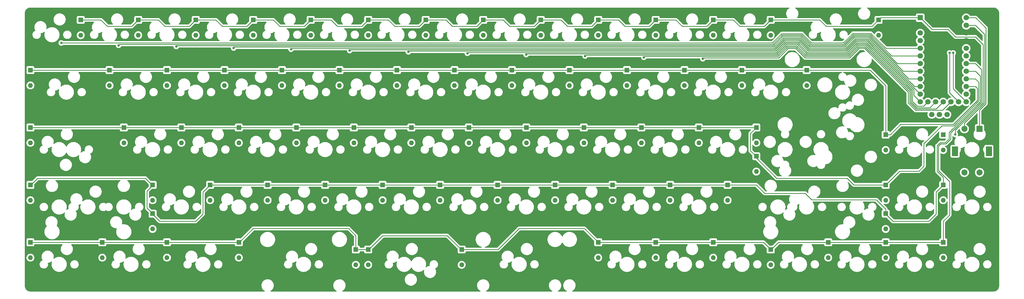
<source format=gbr>
%TF.GenerationSoftware,KiCad,Pcbnew,(6.0.1)*%
%TF.CreationDate,2022-05-15T15:51:35-04:00*%
%TF.ProjectId,GanJing 65 rev 2 hotswap,47616e4a-696e-4672-9036-352072657620,2*%
%TF.SameCoordinates,Original*%
%TF.FileFunction,Copper,L1,Top*%
%TF.FilePolarity,Positive*%
%FSLAX46Y46*%
G04 Gerber Fmt 4.6, Leading zero omitted, Abs format (unit mm)*
G04 Created by KiCad (PCBNEW (6.0.1)) date 2022-05-15 15:51:35*
%MOMM*%
%LPD*%
G01*
G04 APERTURE LIST*
%TA.AperFunction,ComponentPad*%
%ADD10R,1.600000X1.600000*%
%TD*%
%TA.AperFunction,ComponentPad*%
%ADD11O,1.600000X1.600000*%
%TD*%
%TA.AperFunction,ComponentPad*%
%ADD12R,1.800000X1.800000*%
%TD*%
%TA.AperFunction,ComponentPad*%
%ADD13C,1.800000*%
%TD*%
%TA.AperFunction,WasherPad*%
%ADD14R,2.000000X3.200000*%
%TD*%
%TA.AperFunction,ComponentPad*%
%ADD15R,2.000000X2.000000*%
%TD*%
%TA.AperFunction,ComponentPad*%
%ADD16C,2.000000*%
%TD*%
%TA.AperFunction,ViaPad*%
%ADD17C,0.800000*%
%TD*%
%TA.AperFunction,Conductor*%
%ADD18C,0.250000*%
%TD*%
G04 APERTURE END LIST*
D10*
%TO.P,D1,1*%
%TO.N,row_1*%
X69056250Y-99853750D03*
D11*
%TO.P,D1,2*%
%TO.N,Net-(D1-Pad2)*%
X69056250Y-104933750D03*
%TD*%
D10*
%TO.P,D2,1*%
%TO.N,row_1*%
X88106250Y-99853750D03*
D11*
%TO.P,D2,2*%
%TO.N,Net-(D2-Pad2)*%
X88106250Y-104933750D03*
%TD*%
D10*
%TO.P,D3,1*%
%TO.N,row_1*%
X107156250Y-99853750D03*
D11*
%TO.P,D3,2*%
%TO.N,Net-(D3-Pad2)*%
X107156250Y-104933750D03*
%TD*%
D10*
%TO.P,D4,1*%
%TO.N,row_1*%
X126206250Y-99853750D03*
D11*
%TO.P,D4,2*%
%TO.N,Net-(D4-Pad2)*%
X126206250Y-104933750D03*
%TD*%
D10*
%TO.P,D5,1*%
%TO.N,row_1*%
X145256250Y-99853750D03*
D11*
%TO.P,D5,2*%
%TO.N,Net-(D5-Pad2)*%
X145256250Y-104933750D03*
%TD*%
D10*
%TO.P,D6,1*%
%TO.N,row_1*%
X164306250Y-99853750D03*
D11*
%TO.P,D6,2*%
%TO.N,Net-(D6-Pad2)*%
X164306250Y-104933750D03*
%TD*%
D10*
%TO.P,D7,1*%
%TO.N,row_1*%
X183356250Y-99853750D03*
D11*
%TO.P,D7,2*%
%TO.N,Net-(D7-Pad2)*%
X183356250Y-104933750D03*
%TD*%
D10*
%TO.P,D8,1*%
%TO.N,row_1*%
X202406250Y-99853750D03*
D11*
%TO.P,D8,2*%
%TO.N,Net-(D8-Pad2)*%
X202406250Y-104933750D03*
%TD*%
D10*
%TO.P,D9,1*%
%TO.N,row_1*%
X221456250Y-99853750D03*
D11*
%TO.P,D9,2*%
%TO.N,Net-(D9-Pad2)*%
X221456250Y-104933750D03*
%TD*%
D10*
%TO.P,D10,1*%
%TO.N,row_1*%
X240506250Y-99853750D03*
D11*
%TO.P,D10,2*%
%TO.N,Net-(D10-Pad2)*%
X240506250Y-104933750D03*
%TD*%
D10*
%TO.P,D11,1*%
%TO.N,row_1*%
X259556250Y-99853750D03*
D11*
%TO.P,D11,2*%
%TO.N,Net-(D11-Pad2)*%
X259556250Y-104933750D03*
%TD*%
D10*
%TO.P,D12,1*%
%TO.N,row_1*%
X278606250Y-99853750D03*
D11*
%TO.P,D12,2*%
%TO.N,Net-(D12-Pad2)*%
X278606250Y-104933750D03*
%TD*%
D10*
%TO.P,D13,1*%
%TO.N,row_1*%
X297656250Y-99853750D03*
D11*
%TO.P,D13,2*%
%TO.N,Net-(D13-Pad2)*%
X297656250Y-104933750D03*
%TD*%
D10*
%TO.P,D14,1*%
%TO.N,row_1*%
X333375000Y-99853750D03*
D11*
%TO.P,D14,2*%
%TO.N,Net-(D14-Pad2)*%
X333375000Y-104933750D03*
%TD*%
D10*
%TO.P,D16,1*%
%TO.N,row_2*%
X52387500Y-116522500D03*
D11*
%TO.P,D16,2*%
%TO.N,Net-(D16-Pad2)*%
X52387500Y-121602500D03*
%TD*%
D10*
%TO.P,D17,1*%
%TO.N,row_2*%
X78581250Y-116522500D03*
D11*
%TO.P,D17,2*%
%TO.N,Net-(D17-Pad2)*%
X78581250Y-121602500D03*
%TD*%
D10*
%TO.P,D18,1*%
%TO.N,row_2*%
X97631250Y-116522500D03*
D11*
%TO.P,D18,2*%
%TO.N,Net-(D18-Pad2)*%
X97631250Y-121602500D03*
%TD*%
D10*
%TO.P,D19,1*%
%TO.N,row_2*%
X116681250Y-116522500D03*
D11*
%TO.P,D19,2*%
%TO.N,Net-(D19-Pad2)*%
X116681250Y-121602500D03*
%TD*%
D10*
%TO.P,D20,1*%
%TO.N,row_2*%
X135731250Y-116522500D03*
D11*
%TO.P,D20,2*%
%TO.N,Net-(D20-Pad2)*%
X135731250Y-121602500D03*
%TD*%
D10*
%TO.P,D21,1*%
%TO.N,row_2*%
X154781250Y-116522500D03*
D11*
%TO.P,D21,2*%
%TO.N,Net-(D21-Pad2)*%
X154781250Y-121602500D03*
%TD*%
D10*
%TO.P,D22,1*%
%TO.N,row_2*%
X173831250Y-116522500D03*
D11*
%TO.P,D22,2*%
%TO.N,Net-(D22-Pad2)*%
X173831250Y-121602500D03*
%TD*%
D10*
%TO.P,D23,1*%
%TO.N,row_2*%
X192881250Y-116522500D03*
D11*
%TO.P,D23,2*%
%TO.N,Net-(D23-Pad2)*%
X192881250Y-121602500D03*
%TD*%
D10*
%TO.P,D24,1*%
%TO.N,row_2*%
X211931250Y-116522500D03*
D11*
%TO.P,D24,2*%
%TO.N,Net-(D24-Pad2)*%
X211931250Y-121602500D03*
%TD*%
D10*
%TO.P,D25,1*%
%TO.N,row_2*%
X230981250Y-116522500D03*
D11*
%TO.P,D25,2*%
%TO.N,Net-(D25-Pad2)*%
X230981250Y-121602500D03*
%TD*%
D10*
%TO.P,D26,1*%
%TO.N,row_2*%
X250031250Y-116522500D03*
D11*
%TO.P,D26,2*%
%TO.N,Net-(D26-Pad2)*%
X250031250Y-121602500D03*
%TD*%
D10*
%TO.P,D27,1*%
%TO.N,row_2*%
X269081250Y-116522500D03*
D11*
%TO.P,D27,2*%
%TO.N,Net-(D27-Pad2)*%
X269081250Y-121602500D03*
%TD*%
D10*
%TO.P,D28,1*%
%TO.N,row_2*%
X288131250Y-116522500D03*
D11*
%TO.P,D28,2*%
%TO.N,Net-(D28-Pad2)*%
X288131250Y-121602500D03*
%TD*%
D10*
%TO.P,D29,1*%
%TO.N,row_2*%
X309562500Y-116522500D03*
D11*
%TO.P,D29,2*%
%TO.N,Net-(D29-Pad2)*%
X309562500Y-121602500D03*
%TD*%
D10*
%TO.P,D30,1*%
%TO.N,row_2*%
X335756250Y-137953750D03*
D11*
%TO.P,D30,2*%
%TO.N,Net-(D30-Pad2)*%
X335756250Y-143033750D03*
%TD*%
D10*
%TO.P,D31,1*%
%TO.N,row_3*%
X52387500Y-135572500D03*
D11*
%TO.P,D31,2*%
%TO.N,Net-(D31-Pad2)*%
X52387500Y-140652500D03*
%TD*%
D10*
%TO.P,D32,1*%
%TO.N,row_3*%
X83343750Y-135572500D03*
D11*
%TO.P,D32,2*%
%TO.N,Net-(D32-Pad2)*%
X83343750Y-140652500D03*
%TD*%
D10*
%TO.P,D33,1*%
%TO.N,row_3*%
X102393750Y-135572500D03*
D11*
%TO.P,D33,2*%
%TO.N,Net-(D33-Pad2)*%
X102393750Y-140652500D03*
%TD*%
D10*
%TO.P,D34,1*%
%TO.N,row_3*%
X121443750Y-135572500D03*
D11*
%TO.P,D34,2*%
%TO.N,Net-(D34-Pad2)*%
X121443750Y-140652500D03*
%TD*%
D10*
%TO.P,D35,1*%
%TO.N,row_3*%
X140493750Y-135572500D03*
D11*
%TO.P,D35,2*%
%TO.N,Net-(D35-Pad2)*%
X140493750Y-140652500D03*
%TD*%
D10*
%TO.P,D36,1*%
%TO.N,row_3*%
X159543750Y-135572500D03*
D11*
%TO.P,D36,2*%
%TO.N,Net-(D36-Pad2)*%
X159543750Y-140652500D03*
%TD*%
D10*
%TO.P,D37,1*%
%TO.N,row_3*%
X178593750Y-135572500D03*
D11*
%TO.P,D37,2*%
%TO.N,Net-(D37-Pad2)*%
X178593750Y-140652500D03*
%TD*%
D10*
%TO.P,D38,1*%
%TO.N,row_3*%
X197643750Y-135572500D03*
D11*
%TO.P,D38,2*%
%TO.N,Net-(D38-Pad2)*%
X197643750Y-140652500D03*
%TD*%
D10*
%TO.P,D39,1*%
%TO.N,row_3*%
X216693750Y-135572500D03*
D11*
%TO.P,D39,2*%
%TO.N,Net-(D39-Pad2)*%
X216693750Y-140652500D03*
%TD*%
D10*
%TO.P,D40,1*%
%TO.N,row_3*%
X235743750Y-135572500D03*
D11*
%TO.P,D40,2*%
%TO.N,Net-(D40-Pad2)*%
X235743750Y-140652500D03*
%TD*%
D10*
%TO.P,D41,1*%
%TO.N,row_3*%
X254793750Y-135572500D03*
D11*
%TO.P,D41,2*%
%TO.N,Net-(D41-Pad2)*%
X254793750Y-140652500D03*
%TD*%
D10*
%TO.P,D42,1*%
%TO.N,row_3*%
X273843750Y-135572500D03*
D11*
%TO.P,D42,2*%
%TO.N,Net-(D42-Pad2)*%
X273843750Y-140652500D03*
%TD*%
D10*
%TO.P,D44,1*%
%TO.N,row_3*%
X292893750Y-135572500D03*
D11*
%TO.P,D44,2*%
%TO.N,Net-(D44-Pad2)*%
X292893750Y-140652500D03*
%TD*%
D10*
%TO.P,D45,1*%
%TO.N,row_3*%
X335756250Y-154622500D03*
D11*
%TO.P,D45,2*%
%TO.N,Net-(D45-Pad2)*%
X335756250Y-159702500D03*
%TD*%
D10*
%TO.P,D46,1*%
%TO.N,row_4*%
X52387500Y-154622500D03*
D11*
%TO.P,D46,2*%
%TO.N,Net-(D46-Pad2)*%
X52387500Y-159702500D03*
%TD*%
D10*
%TO.P,D48,1*%
%TO.N,row_4*%
X92868750Y-154622500D03*
D11*
%TO.P,D48,2*%
%TO.N,Net-(D48-Pad2)*%
X92868750Y-159702500D03*
%TD*%
D10*
%TO.P,D49,1*%
%TO.N,row_4*%
X111918750Y-154622500D03*
D11*
%TO.P,D49,2*%
%TO.N,Net-(D49-Pad2)*%
X111918750Y-159702500D03*
%TD*%
D10*
%TO.P,D50,1*%
%TO.N,row_4*%
X130968750Y-154622500D03*
D11*
%TO.P,D50,2*%
%TO.N,Net-(D50-Pad2)*%
X130968750Y-159702500D03*
%TD*%
D10*
%TO.P,D51,1*%
%TO.N,row_4*%
X150018750Y-154622500D03*
D11*
%TO.P,D51,2*%
%TO.N,Net-(D51-Pad2)*%
X150018750Y-159702500D03*
%TD*%
D10*
%TO.P,D52,1*%
%TO.N,row_4*%
X169068750Y-154622500D03*
D11*
%TO.P,D52,2*%
%TO.N,Net-(D52-Pad2)*%
X169068750Y-159702500D03*
%TD*%
D10*
%TO.P,D53,1*%
%TO.N,row_4*%
X188118750Y-154622500D03*
D11*
%TO.P,D53,2*%
%TO.N,Net-(D53-Pad2)*%
X188118750Y-159702500D03*
%TD*%
D10*
%TO.P,D54,1*%
%TO.N,row_4*%
X207168750Y-154622500D03*
D11*
%TO.P,D54,2*%
%TO.N,Net-(D54-Pad2)*%
X207168750Y-159702500D03*
%TD*%
D10*
%TO.P,D55,1*%
%TO.N,row_4*%
X226218750Y-154622500D03*
D11*
%TO.P,D55,2*%
%TO.N,Net-(D55-Pad2)*%
X226218750Y-159702500D03*
%TD*%
D10*
%TO.P,D57,1*%
%TO.N,row_4*%
X264318750Y-154622500D03*
D11*
%TO.P,D57,2*%
%TO.N,Net-(D57-Pad2)*%
X264318750Y-159702500D03*
%TD*%
D10*
%TO.P,D58,1*%
%TO.N,row_4*%
X283368750Y-154622500D03*
D11*
%TO.P,D58,2*%
%TO.N,Net-(D58-Pad2)*%
X283368750Y-159702500D03*
%TD*%
D10*
%TO.P,D60,1*%
%TO.N,row_4*%
X354806250Y-154622500D03*
D11*
%TO.P,D60,2*%
%TO.N,Net-(D60-Pad2)*%
X354806250Y-159702500D03*
%TD*%
D10*
%TO.P,D61,1*%
%TO.N,row_5*%
X52387500Y-173672500D03*
D11*
%TO.P,D61,2*%
%TO.N,Net-(D61-Pad2)*%
X52387500Y-178752500D03*
%TD*%
D10*
%TO.P,D62,1*%
%TO.N,row_5*%
X76200000Y-173672500D03*
D11*
%TO.P,D62,2*%
%TO.N,Net-(D62-Pad2)*%
X76200000Y-178752500D03*
%TD*%
D10*
%TO.P,D63,1*%
%TO.N,row_5*%
X97631250Y-173672500D03*
D11*
%TO.P,D63,2*%
%TO.N,Net-(D63-Pad2)*%
X97631250Y-178752500D03*
%TD*%
D10*
%TO.P,D66,1*%
%TO.N,row_5*%
X164306250Y-176053750D03*
D11*
%TO.P,D66,2*%
%TO.N,Net-(D66-Pad2)*%
X164306250Y-181133750D03*
%TD*%
D10*
%TO.P,D68,1*%
%TO.N,row_5*%
X240506250Y-173672500D03*
D11*
%TO.P,D68,2*%
%TO.N,Net-(D68-Pad2)*%
X240506250Y-178752500D03*
%TD*%
D10*
%TO.P,D69,1*%
%TO.N,row_5*%
X259556250Y-173672500D03*
D11*
%TO.P,D69,2*%
%TO.N,Net-(D69-Pad2)*%
X259556250Y-178752500D03*
%TD*%
D10*
%TO.P,D70,1*%
%TO.N,row_5*%
X278606250Y-173672500D03*
D11*
%TO.P,D70,2*%
%TO.N,Net-(D70-Pad2)*%
X278606250Y-178752500D03*
%TD*%
D10*
%TO.P,D71,1*%
%TO.N,row_5*%
X297656250Y-176053750D03*
D11*
%TO.P,D71,2*%
%TO.N,Net-(D71-Pad2)*%
X297656250Y-181133750D03*
%TD*%
D10*
%TO.P,D72,1*%
%TO.N,row_5*%
X316706250Y-173672500D03*
D11*
%TO.P,D72,2*%
%TO.N,Net-(D72-Pad2)*%
X316706250Y-178752500D03*
%TD*%
D10*
%TO.P,D74,1*%
%TO.N,row_5*%
X354806250Y-173672500D03*
D11*
%TO.P,D74,2*%
%TO.N,Net-(D74-Pad2)*%
X354806250Y-178752500D03*
%TD*%
D10*
%TO.P,D15,1*%
%TO.N,row_1*%
X354806250Y-137953750D03*
D11*
%TO.P,D15,2*%
%TO.N,S2*%
X354806250Y-143033750D03*
%TD*%
D12*
%TO.P,DS1,1,GND*%
%TO.N,GND*%
X358616250Y-131250000D03*
D13*
%TO.P,DS1,2,VCC*%
%TO.N,VCC*%
X356076250Y-131250000D03*
%TO.P,DS1,3,SCL*%
%TO.N,SCL*%
X353536250Y-131250000D03*
%TO.P,DS1,4,SDA*%
%TO.N,SDA*%
X350996250Y-131250000D03*
%TD*%
D12*
%TO.P,U1,1,B0*%
%TO.N,row_1*%
X347186250Y-99130000D03*
D13*
%TO.P,U1,2,GND*%
%TO.N,GND*%
X347186250Y-101670000D03*
%TO.P,U1,3,RST*%
%TO.N,unconnected-(U1-Pad3)*%
X347186250Y-104210000D03*
%TO.P,U1,4,VCC*%
%TO.N,VCC*%
X347186250Y-106750000D03*
%TO.P,U1,5,F4*%
%TO.N,col_1*%
X347186250Y-109290000D03*
%TO.P,U1,6,F5*%
%TO.N,col_2*%
X347186250Y-111830000D03*
%TO.P,U1,7,F6*%
%TO.N,col_3*%
X347186250Y-114370000D03*
%TO.P,U1,8,F7*%
%TO.N,col_4*%
X347186250Y-116910000D03*
%TO.P,U1,9,B1/SCLK*%
%TO.N,col_5*%
X347186250Y-119450000D03*
%TO.P,U1,10,B3/MISO*%
%TO.N,col_6*%
X347186250Y-121990000D03*
%TO.P,U1,11,B2/MOSI*%
%TO.N,col_7*%
X347186250Y-124530000D03*
%TO.P,U1,12,B6*%
%TO.N,col_8*%
X347186250Y-127070000D03*
%TO.P,U1,13,B5*%
%TO.N,col_14*%
X362426250Y-127070000D03*
%TO.P,U1,14,B4*%
%TO.N,col_15*%
X362426250Y-124530000D03*
%TO.P,U1,15,E6*%
%TO.N,row_2*%
X362426250Y-121990000D03*
%TO.P,U1,16,D7*%
%TO.N,row_3*%
X362426250Y-119450000D03*
%TO.P,U1,17,C6*%
%TO.N,row_4*%
X362426250Y-116910000D03*
%TO.P,U1,18,D4*%
%TO.N,row_5*%
X362426250Y-114370000D03*
%TO.P,U1,19,D0/SCL*%
%TO.N,SCL*%
X362426250Y-111830000D03*
%TO.P,U1,20,D1/SDA*%
%TO.N,SDA*%
X362426250Y-109290000D03*
%TO.P,U1,21,GND*%
%TO.N,GND*%
X362426250Y-106750000D03*
%TO.P,U1,22,GND*%
X362426250Y-104210000D03*
%TO.P,U1,23,D2*%
%TO.N,rotory_2*%
X362426250Y-101670000D03*
%TO.P,U1,24,D3*%
%TO.N,rotory_1*%
X362426250Y-99130000D03*
%TO.P,U1,25,F0*%
%TO.N,col_9*%
X349726250Y-127070000D03*
%TO.P,U1,26,F1*%
%TO.N,col_10*%
X352266250Y-127070000D03*
%TO.P,U1,27,C7*%
%TO.N,col_11*%
X354806250Y-127070000D03*
%TO.P,U1,28,D5*%
%TO.N,col_12*%
X357346250Y-127070000D03*
%TO.P,U1,29,B7*%
%TO.N,col_13*%
X359886250Y-127070000D03*
%TD*%
D10*
%TO.P,D56,1*%
%TO.N,row_4*%
X245268750Y-154622500D03*
D11*
%TO.P,D56,2*%
%TO.N,Net-(D56-Pad2)*%
X245268750Y-159702500D03*
%TD*%
D14*
%TO.P,SW1,*%
%TO.N,*%
X369931250Y-143475000D03*
X358731250Y-143475000D03*
D15*
%TO.P,SW1,A*%
%TO.N,rotory_1*%
X366831250Y-135975000D03*
D16*
%TO.P,SW1,B*%
%TO.N,rotory_2*%
X361831250Y-135975000D03*
%TO.P,SW1,C*%
%TO.N,GND*%
X364331250Y-135975000D03*
%TO.P,SW1,S1*%
%TO.N,col_15*%
X361831250Y-150475000D03*
%TO.P,SW1,S2*%
%TO.N,S2*%
X366831250Y-150475000D03*
%TD*%
D10*
%TO.P,D73,1*%
%TO.N,row_5*%
X335756250Y-173672500D03*
D11*
%TO.P,D73,2*%
%TO.N,Net-(D73-Pad2)*%
X335756250Y-178752500D03*
%TD*%
D10*
%TO.P,D43,1*%
%TO.N,row_3*%
X292893750Y-145097500D03*
D11*
%TO.P,D43,2*%
%TO.N,Net-(D43-Pad2)*%
X292893750Y-150177500D03*
%TD*%
D10*
%TO.P,D59,1*%
%TO.N,row_4*%
X335756250Y-164147500D03*
D11*
%TO.P,D59,2*%
%TO.N,Net-(D59-Pad2)*%
X335756250Y-169227500D03*
%TD*%
D10*
%TO.P,D67,1*%
%TO.N,row_5*%
X195262500Y-176053750D03*
D11*
%TO.P,D67,2*%
%TO.N,Net-(D67-Pad2)*%
X195262500Y-181133750D03*
%TD*%
D10*
%TO.P,D47,1*%
%TO.N,row_4*%
X92868750Y-164147500D03*
D11*
%TO.P,D47,2*%
%TO.N,Net-(D47-Pad2)*%
X92868750Y-169227500D03*
%TD*%
D10*
%TO.P,D64,1*%
%TO.N,row_5*%
X121443750Y-173672500D03*
D11*
%TO.P,D64,2*%
%TO.N,Net-(D64-Pad2)*%
X121443750Y-178752500D03*
%TD*%
D10*
%TO.P,D65,1*%
%TO.N,row_5*%
X160200000Y-176053750D03*
D11*
%TO.P,D65,2*%
%TO.N,Net-(D65-Pad2)*%
X160200000Y-181133750D03*
%TD*%
D17*
%TO.N,row_1*%
X358800000Y-137900000D03*
%TO.N,GND*%
X190500000Y-185737500D03*
X164306250Y-185737500D03*
X219075000Y-185737500D03*
X221456250Y-130968750D03*
X290512500Y-114300000D03*
X273843750Y-166687500D03*
X250031250Y-185737500D03*
X235743750Y-166687500D03*
X140493750Y-166687500D03*
X345281250Y-169068750D03*
X233362500Y-114300000D03*
X250031250Y-100012500D03*
X159543750Y-166687500D03*
X296700000Y-145100000D03*
X164306250Y-130968750D03*
X119062500Y-114300000D03*
X80962500Y-114300000D03*
X211931250Y-100012500D03*
X307181250Y-185737500D03*
X202406250Y-130968750D03*
X138112500Y-185737500D03*
X176212500Y-114300000D03*
X288131250Y-185737500D03*
X295106250Y-104775000D03*
X104775000Y-104775000D03*
X269081250Y-100012500D03*
X352306250Y-122600000D03*
X178593750Y-166687500D03*
X254793750Y-166687500D03*
X328612500Y-166687500D03*
X314325000Y-130810000D03*
X97631250Y-100012500D03*
X238125000Y-104775000D03*
X200025000Y-104775000D03*
X364331250Y-185737500D03*
X123825000Y-104775000D03*
X364331250Y-166687500D03*
X245268750Y-147637500D03*
X142875000Y-104775000D03*
X340518750Y-130968750D03*
X157162500Y-114300000D03*
X230981250Y-100012500D03*
X71437500Y-166687500D03*
X240506250Y-130968750D03*
X59531250Y-100012500D03*
X302418750Y-101000000D03*
X116681250Y-100012500D03*
X130968750Y-147637500D03*
X121443750Y-166687500D03*
X192881250Y-100012500D03*
X161925000Y-104775000D03*
X188118750Y-147637500D03*
X85725000Y-104775000D03*
X61912500Y-185737500D03*
X323806250Y-103500000D03*
X276225000Y-104775000D03*
X183356250Y-130968750D03*
X59531250Y-114300000D03*
X345281250Y-185737500D03*
X326231250Y-185737500D03*
X126206250Y-130968750D03*
X216693750Y-166687500D03*
X269081250Y-185737500D03*
X169068750Y-147637500D03*
X257175000Y-104775000D03*
X278606250Y-130968750D03*
X197643750Y-166687500D03*
X78581250Y-100012500D03*
X348706250Y-130968750D03*
X309562500Y-166687500D03*
X107156250Y-130968750D03*
X180975000Y-104775000D03*
X173831250Y-100012500D03*
X342900000Y-147637500D03*
X219075000Y-104775000D03*
X135731250Y-100012500D03*
X207168750Y-147637500D03*
X252412500Y-114300000D03*
X283368750Y-147637500D03*
X214312500Y-114300000D03*
X64293750Y-130968750D03*
X360106250Y-118500000D03*
X88106250Y-130968750D03*
X297656250Y-130968750D03*
X264318750Y-147637500D03*
X138112500Y-114300000D03*
X92868750Y-147637500D03*
X100012500Y-114300000D03*
X111918750Y-147637500D03*
X353606250Y-105100000D03*
X150018750Y-147637500D03*
X226218750Y-147637500D03*
X259556250Y-130968750D03*
X288131250Y-166687500D03*
X271462500Y-114300000D03*
X364606250Y-123800000D03*
X145256250Y-130968750D03*
X109537500Y-185737500D03*
X354806250Y-122600000D03*
X316706250Y-114300000D03*
X154781250Y-100012500D03*
X195262500Y-114300000D03*
%TO.N,col_1*%
X62606250Y-107510700D03*
%TO.N,col_2*%
X81606250Y-108300000D03*
%TO.N,col_3*%
X100706250Y-108700000D03*
%TO.N,col_4*%
X119706250Y-109200000D03*
%TO.N,col_5*%
X138706250Y-109600000D03*
%TO.N,col_6*%
X158153750Y-110052500D03*
%TO.N,col_7*%
X177628750Y-110477500D03*
%TO.N,col_8*%
X197153750Y-110952500D03*
%TO.N,col_9*%
X216628750Y-111377500D03*
%TO.N,col_10*%
X236153750Y-111852500D03*
%TO.N,col_11*%
X255628750Y-112277500D03*
%TO.N,col_12*%
X275153750Y-112752500D03*
%TO.N,col_13*%
X356906250Y-110800000D03*
%TO.N,col_14*%
X358106250Y-110800000D03*
%TD*%
D18*
%TO.N,row_1*%
X132850250Y-99853750D02*
X134996500Y-102000000D01*
X105010000Y-102000000D02*
X107156250Y-99853750D01*
X230259000Y-102000000D02*
X238360000Y-102000000D01*
X368000000Y-127271436D02*
X368000000Y-108050000D01*
X358800000Y-137900000D02*
X358800000Y-136471436D01*
X69056250Y-99853750D02*
X75710000Y-99853750D01*
X115956250Y-102000000D02*
X124060000Y-102000000D01*
X240506250Y-99853750D02*
X247185000Y-99853750D01*
X278606250Y-99853750D02*
X285235000Y-99853750D01*
X75710000Y-99853750D02*
X77856250Y-102000000D01*
X313872500Y-99853750D02*
X316018750Y-102000000D01*
X154106250Y-102000000D02*
X162160000Y-102000000D01*
X145256250Y-99853750D02*
X151960000Y-99853750D01*
X358906250Y-105500000D02*
X356414949Y-103008699D01*
X259556250Y-99853750D02*
X266210000Y-99853750D01*
X211171500Y-102000000D02*
X219310000Y-102000000D01*
X170935000Y-99853750D02*
X173081250Y-102000000D01*
X190012750Y-99853750D02*
X192159000Y-102000000D01*
X126206250Y-99853750D02*
X132850250Y-99853750D01*
X219310000Y-102000000D02*
X221456250Y-99853750D01*
X209025250Y-99853750D02*
X211171500Y-102000000D01*
X96881250Y-102000000D02*
X105010000Y-102000000D01*
X249331250Y-102000000D02*
X257410000Y-102000000D01*
X164306250Y-99853750D02*
X170935000Y-99853750D01*
X107156250Y-99853750D02*
X113810000Y-99853750D01*
X297656250Y-99853750D02*
X313872500Y-99853750D01*
X88106250Y-99853750D02*
X94735000Y-99853750D01*
X347186250Y-99130000D02*
X334098750Y-99130000D01*
X285235000Y-99853750D02*
X287381250Y-102000000D01*
X295510000Y-102000000D02*
X297656250Y-99853750D01*
X151960000Y-99853750D02*
X154106250Y-102000000D01*
X143110000Y-102000000D02*
X145256250Y-99853750D01*
X221456250Y-99853750D02*
X228112750Y-99853750D01*
X368000000Y-108050000D02*
X365450000Y-105500000D01*
X331228750Y-102000000D02*
X333375000Y-99853750D01*
X238360000Y-102000000D02*
X240506250Y-99853750D01*
X200260000Y-102000000D02*
X202406250Y-99853750D01*
X365450000Y-105500000D02*
X358906250Y-105500000D01*
X358800000Y-136471436D02*
X368000000Y-127271436D01*
X181210000Y-102000000D02*
X183356250Y-99853750D01*
X134996500Y-102000000D02*
X143110000Y-102000000D01*
X183356250Y-99853750D02*
X190012750Y-99853750D01*
X257410000Y-102000000D02*
X259556250Y-99853750D01*
X247185000Y-99853750D02*
X249331250Y-102000000D01*
X113810000Y-99853750D02*
X115956250Y-102000000D01*
X276460000Y-102000000D02*
X278606250Y-99853750D01*
X173081250Y-102000000D02*
X181210000Y-102000000D01*
X266210000Y-99853750D02*
X268356250Y-102000000D01*
X192159000Y-102000000D02*
X200260000Y-102000000D01*
X287381250Y-102000000D02*
X295510000Y-102000000D01*
X162160000Y-102000000D02*
X164306250Y-99853750D01*
X124060000Y-102000000D02*
X126206250Y-99853750D01*
X356414949Y-103008699D02*
X351064949Y-103008699D01*
X202406250Y-99853750D02*
X209025250Y-99853750D01*
X351064949Y-103008699D02*
X347186250Y-99130000D01*
X77856250Y-102000000D02*
X85960000Y-102000000D01*
X316018750Y-102000000D02*
X331228750Y-102000000D01*
X85960000Y-102000000D02*
X88106250Y-99853750D01*
X228112750Y-99853750D02*
X230259000Y-102000000D01*
X268356250Y-102000000D02*
X276460000Y-102000000D01*
X94735000Y-99853750D02*
X96881250Y-102000000D01*
X334098750Y-99130000D02*
X333375000Y-99853750D01*
%TO.N,row_2*%
X52387500Y-116522500D02*
X309562500Y-116522500D01*
X337252500Y-137953750D02*
X340706250Y-134500000D01*
X365496250Y-121990000D02*
X362426250Y-121990000D01*
X335756250Y-137953750D02*
X335756250Y-121656250D01*
X335756250Y-121656250D02*
X330600000Y-116500000D01*
X358200000Y-134500000D02*
X366156219Y-126543781D01*
X340706250Y-134500000D02*
X358200000Y-134500000D01*
X335756250Y-137953750D02*
X337252500Y-137953750D01*
X366156219Y-122649969D02*
X365496250Y-121990000D01*
X366156219Y-126543781D02*
X366156219Y-122649969D01*
X330600000Y-116500000D02*
X309585000Y-116500000D01*
%TO.N,row_3*%
X292893750Y-145693750D02*
X292893750Y-145256250D01*
X52387500Y-135572500D02*
X292893750Y-135572500D01*
X348400000Y-148406250D02*
X348400000Y-140906250D01*
X290900000Y-137566250D02*
X292893750Y-135572500D01*
X346777500Y-150028750D02*
X348400000Y-148406250D01*
X299600000Y-152400000D02*
X292893750Y-145693750D01*
X292735000Y-145097500D02*
X290900000Y-143262500D01*
X365456250Y-119450000D02*
X362426250Y-119450000D01*
X325222500Y-154622500D02*
X323000000Y-152400000D01*
X366606230Y-126729488D02*
X366606230Y-120599980D01*
X354356239Y-134950011D02*
X358385707Y-134950011D01*
X340350000Y-150028750D02*
X346777500Y-150028750D01*
X358385707Y-134950011D02*
X366606230Y-126729488D01*
X290900000Y-143262500D02*
X290900000Y-137566250D01*
X335756250Y-154622500D02*
X340350000Y-150028750D01*
X323000000Y-152400000D02*
X299600000Y-152400000D01*
X348400000Y-140906250D02*
X354356239Y-134950011D01*
X335756250Y-154622500D02*
X325222500Y-154622500D01*
X366606230Y-120599980D02*
X365456250Y-119450000D01*
%TO.N,row_4*%
X367056239Y-126943761D02*
X367056239Y-118469989D01*
X354806250Y-154781250D02*
X354806250Y-152100000D01*
X335756250Y-162678126D02*
X335756250Y-164147500D01*
X354806250Y-152100000D02*
X352800000Y-150093750D01*
X95250000Y-166687500D02*
X107156250Y-166687500D01*
X356800000Y-137200000D02*
X367056239Y-126943761D01*
X356800000Y-139206250D02*
X356800000Y-137200000D01*
X90487500Y-152400000D02*
X54768750Y-152400000D01*
X283368750Y-154622500D02*
X111918750Y-154622500D01*
X107156250Y-166687500D02*
X109537500Y-164306250D01*
X311243750Y-159543750D02*
X332621874Y-159543750D01*
X365496250Y-116910000D02*
X362426250Y-116910000D01*
X352800000Y-141564282D02*
X353814293Y-140549989D01*
X91000000Y-156650000D02*
X91000000Y-162278750D01*
X332621874Y-159543750D02*
X335756250Y-162678126D01*
X92868750Y-154781250D02*
X91000000Y-156650000D01*
X92710000Y-154622500D02*
X90487500Y-152400000D01*
X355456261Y-140549989D02*
X356800000Y-139206250D01*
X54768750Y-152400000D02*
X52546250Y-154622500D01*
X352425000Y-164306250D02*
X352425000Y-157003750D01*
X352800000Y-150093750D02*
X352800000Y-141564282D01*
X350043750Y-166687500D02*
X352425000Y-164306250D01*
X92868750Y-164306250D02*
X95250000Y-166687500D01*
X109537500Y-164306250D02*
X109537500Y-157003750D01*
X292893750Y-154622500D02*
X295671250Y-157400000D01*
X338137500Y-166687500D02*
X350043750Y-166687500D01*
X309100000Y-157400000D02*
X311243750Y-159543750D01*
X295671250Y-157400000D02*
X309100000Y-157400000D01*
X352425000Y-157003750D02*
X354806250Y-154622500D01*
X109537500Y-157003750D02*
X111918750Y-154622500D01*
X335756250Y-164306250D02*
X338137500Y-166687500D01*
X353814293Y-140549989D02*
X355456261Y-140549989D01*
X91000000Y-162278750D02*
X92868750Y-164147500D01*
X367056239Y-118469989D02*
X365496250Y-116910000D01*
X283368750Y-154622500D02*
X292893750Y-154622500D01*
%TO.N,row_5*%
X121602500Y-173672500D02*
X97631250Y-173672500D01*
X207327500Y-176053750D02*
X214312500Y-169068750D01*
X355642661Y-141000000D02*
X354000000Y-141000000D01*
X367506250Y-116400000D02*
X367506250Y-127129468D01*
X353249520Y-149843270D02*
X356906250Y-153500000D01*
X356906250Y-164587500D02*
X354806250Y-166687500D01*
X195262500Y-176053750D02*
X195103750Y-176053750D01*
X356906250Y-153500000D02*
X356906250Y-164587500D01*
X240506250Y-173672500D02*
X295275000Y-173672500D01*
X295275000Y-173672500D02*
X297656250Y-176053750D01*
X354000000Y-141000000D02*
X353249520Y-141750480D01*
X52387500Y-173672500D02*
X97631250Y-173672500D01*
X297815000Y-176053750D02*
X300196250Y-173672500D01*
X195262500Y-176053750D02*
X207327500Y-176053750D01*
X126206250Y-169068750D02*
X121602500Y-173672500D01*
X357249520Y-139393141D02*
X355642661Y-141000000D01*
X160200000Y-176053750D02*
X160200000Y-171450000D01*
X214312500Y-169068750D02*
X235743750Y-169068750D01*
X353249520Y-141750480D02*
X353249520Y-149843270D01*
X164306250Y-176053750D02*
X164465000Y-176053750D01*
X157818750Y-169068750D02*
X126206250Y-169068750D01*
X169068750Y-171450000D02*
X190500000Y-171450000D01*
X357249520Y-137386198D02*
X357249520Y-139393141D01*
X354806250Y-166687500D02*
X354806250Y-173672500D01*
X367506250Y-127129468D02*
X357249520Y-137386198D01*
X362426250Y-114370000D02*
X365476250Y-114370000D01*
X365476250Y-114370000D02*
X367506250Y-116400000D01*
X195103750Y-176053750D02*
X190500000Y-171450000D01*
X235902500Y-169068750D02*
X240506250Y-173672500D01*
X354806250Y-173672500D02*
X300196250Y-173672500D01*
X160200000Y-171450000D02*
X157818750Y-169068750D01*
X164465000Y-176053750D02*
X169068750Y-171450000D01*
X160200000Y-176053750D02*
X164306250Y-176053750D01*
%TO.N,col_1*%
X335796250Y-109290000D02*
X330806250Y-104300000D01*
X62616950Y-107500000D02*
X62606250Y-107510700D01*
X311106250Y-107500000D02*
X308006250Y-104400000D01*
X301306250Y-104400000D02*
X298206250Y-107500000D01*
X330806250Y-104300000D02*
X324906249Y-104300000D01*
X347186250Y-109290000D02*
X335796250Y-109290000D01*
X321706250Y-107500000D02*
X311106250Y-107500000D01*
X308006250Y-104400000D02*
X301306250Y-104400000D01*
X324906249Y-104300000D02*
X321706250Y-107500000D01*
X298206250Y-107500000D02*
X62616950Y-107500000D01*
%TO.N,col_2*%
X310919850Y-107950011D02*
X307819850Y-104850011D01*
X307819850Y-104850011D02*
X301492649Y-104850011D01*
X321892650Y-107950011D02*
X310919850Y-107950011D01*
X301492649Y-104850011D02*
X298392650Y-107950011D01*
X337691127Y-111830000D02*
X330611138Y-104750011D01*
X330611138Y-104750011D02*
X325092649Y-104750011D01*
X347186250Y-111830000D02*
X337691127Y-111830000D01*
X325092649Y-104750011D02*
X321892650Y-107950011D01*
X81956239Y-107950011D02*
X81606250Y-108300000D01*
X298392650Y-107950011D02*
X81956239Y-107950011D01*
%TO.N,col_3*%
X301679049Y-105300022D02*
X298579050Y-108400022D01*
X330424738Y-105200022D02*
X325279049Y-105200022D01*
X325279049Y-105200022D02*
X322079050Y-108400022D01*
X298579050Y-108400022D02*
X101006228Y-108400022D01*
X339594716Y-114370000D02*
X330424738Y-105200022D01*
X347186250Y-114370000D02*
X339594716Y-114370000D01*
X310733450Y-108400022D02*
X307633450Y-105300022D01*
X322079050Y-108400022D02*
X310733450Y-108400022D01*
X307633450Y-105300022D02*
X301679049Y-105300022D01*
X101006228Y-108400022D02*
X100706250Y-108700000D01*
%TO.N,col_4*%
X120056217Y-108850033D02*
X119706250Y-109200000D01*
X341498305Y-116910000D02*
X330238338Y-105650033D01*
X310547050Y-108850033D02*
X307447050Y-105750033D01*
X325465449Y-105650033D02*
X322265450Y-108850033D01*
X301865449Y-105750033D02*
X298765450Y-108850033D01*
X330238338Y-105650033D02*
X325465449Y-105650033D01*
X307447050Y-105750033D02*
X301865449Y-105750033D01*
X347186250Y-116910000D02*
X341498305Y-116910000D01*
X298765450Y-108850033D02*
X120056217Y-108850033D01*
X322265450Y-108850033D02*
X310547050Y-108850033D01*
%TO.N,col_5*%
X310360650Y-109300044D02*
X307260650Y-106200044D01*
X322451850Y-109300044D02*
X310360650Y-109300044D01*
X307260650Y-106200044D02*
X302051849Y-106200044D01*
X298951850Y-109300044D02*
X139006206Y-109300044D01*
X343401894Y-119450000D02*
X330051938Y-106100044D01*
X347186250Y-119450000D02*
X343401894Y-119450000D01*
X330051938Y-106100044D02*
X325651849Y-106100044D01*
X325651849Y-106100044D02*
X322451850Y-109300044D01*
X302051849Y-106200044D02*
X298951850Y-109300044D01*
X139006206Y-109300044D02*
X138706250Y-109600000D01*
%TO.N,col_6*%
X299138250Y-109750055D02*
X158456195Y-109750055D01*
X345305483Y-121990000D02*
X329865538Y-106550055D01*
X325838249Y-106550055D02*
X322638250Y-109750055D01*
X158456195Y-109750055D02*
X158153750Y-110052500D01*
X307074250Y-106650055D02*
X302238249Y-106650055D01*
X322638250Y-109750055D02*
X310174250Y-109750055D01*
X329865538Y-106550055D02*
X325838249Y-106550055D01*
X310174250Y-109750055D02*
X307074250Y-106650055D01*
X347186250Y-121990000D02*
X345305483Y-121990000D01*
X302238249Y-106650055D02*
X299138250Y-109750055D01*
%TO.N,col_7*%
X306887850Y-107100066D02*
X302424649Y-107100066D01*
X299324650Y-110200066D02*
X177906184Y-110200066D01*
X347186250Y-124507178D02*
X329679138Y-107000066D01*
X177906184Y-110200066D02*
X177628750Y-110477500D01*
X302424649Y-107100066D02*
X299324650Y-110200066D01*
X329679138Y-107000066D02*
X326024649Y-107000066D01*
X326024649Y-107000066D02*
X322824650Y-110200066D01*
X309987850Y-110200066D02*
X306887850Y-107100066D01*
X322824650Y-110200066D02*
X309987850Y-110200066D01*
%TO.N,col_8*%
X302611049Y-107550077D02*
X299511050Y-110650077D01*
X306701451Y-107550077D02*
X302611049Y-107550077D01*
X347186250Y-127070000D02*
X345056240Y-124939990D01*
X345056240Y-124939990D02*
X345056240Y-123013579D01*
X345056240Y-123013579D02*
X329492738Y-107450077D01*
X326211049Y-107450077D02*
X323011050Y-110650077D01*
X323011050Y-110650077D02*
X309801450Y-110650077D01*
X329492738Y-107450077D02*
X326211049Y-107450077D01*
X309801450Y-110650077D02*
X306701451Y-107550077D01*
X299511050Y-110650077D02*
X197456173Y-110650077D01*
X197456173Y-110650077D02*
X197153750Y-110952500D01*
%TO.N,col_9*%
X344606230Y-126899980D02*
X346206250Y-128500000D01*
X348296250Y-128500000D02*
X349726250Y-127070000D01*
X323197450Y-111100088D02*
X326397449Y-107900088D01*
X309615050Y-111100088D02*
X323197450Y-111100088D01*
X346206250Y-128500000D02*
X348296250Y-128500000D01*
X299697450Y-111100088D02*
X302797449Y-108000088D01*
X326397449Y-107900088D02*
X329306338Y-107900088D01*
X302797449Y-108000088D02*
X306515052Y-108000088D01*
X306515052Y-108000088D02*
X309615050Y-111100088D01*
X216628750Y-111377500D02*
X216906162Y-111100088D01*
X216906162Y-111100088D02*
X299697450Y-111100088D01*
X344606229Y-123199979D02*
X344606230Y-126899980D01*
X329306338Y-107900088D02*
X344606229Y-123199979D01*
%TO.N,col_10*%
X326583850Y-108350099D02*
X329088144Y-108350099D01*
X344156221Y-127086381D02*
X346019850Y-128950011D01*
X302983849Y-108450099D02*
X306328650Y-108450099D01*
X350386240Y-128950010D02*
X352266250Y-127070000D01*
X299883850Y-111550099D02*
X302983849Y-108450099D01*
X344156220Y-123418175D02*
X344156221Y-127086381D01*
X323383850Y-111550099D02*
X326583850Y-108350099D01*
X309428650Y-111550099D02*
X323383850Y-111550099D01*
X236456151Y-111550099D02*
X299883850Y-111550099D01*
X346019850Y-128950011D02*
X350386240Y-128950010D01*
X329088144Y-108350099D02*
X344156220Y-123418175D01*
X236153750Y-111852500D02*
X236456151Y-111550099D01*
X306328650Y-108450099D02*
X309428650Y-111550099D01*
%TO.N,col_11*%
X328888156Y-108800110D02*
X326770250Y-108800110D01*
X309242250Y-112000110D02*
X306142251Y-108900110D01*
X343706211Y-127272780D02*
X343706211Y-123618165D01*
X343706211Y-123618165D02*
X328888156Y-108800110D01*
X306142251Y-108900110D02*
X303170249Y-108900110D01*
X354806250Y-127070000D02*
X352476230Y-129400020D01*
X326770250Y-108800110D02*
X323570250Y-112000110D01*
X345833449Y-129400020D02*
X343706211Y-127272780D01*
X303170249Y-108900110D02*
X300070250Y-112000110D01*
X352476230Y-129400020D02*
X345833449Y-129400020D01*
X300070250Y-112000110D02*
X255906140Y-112000110D01*
X255906140Y-112000110D02*
X255628750Y-112277500D01*
X323570250Y-112000110D02*
X309242250Y-112000110D01*
%TO.N,col_12*%
X303356649Y-109350121D02*
X300256650Y-112450120D01*
X305955852Y-109350121D02*
X303356649Y-109350121D01*
X357346250Y-127070000D02*
X354566219Y-129850031D01*
X323756650Y-112450121D02*
X309055850Y-112450121D01*
X328701756Y-109250121D02*
X326956649Y-109250121D01*
X343256201Y-123804567D02*
X328701756Y-109250121D01*
X300256650Y-112450120D02*
X275456130Y-112450120D01*
X343256201Y-127459180D02*
X343256201Y-123804567D01*
X326956649Y-109250121D02*
X323756650Y-112450121D01*
X343256201Y-127459180D02*
X345647049Y-129850030D01*
X275456130Y-112450120D02*
X275153750Y-112752500D01*
X309055850Y-112450121D02*
X305955852Y-109350121D01*
X354566219Y-129850031D02*
X345647049Y-129850030D01*
%TO.N,col_13*%
X356906250Y-124090000D02*
X359886250Y-127070000D01*
X356906250Y-110800000D02*
X356906250Y-124090000D01*
%TO.N,col_14*%
X358106250Y-122750000D02*
X358106250Y-110800000D01*
X362426250Y-127070000D02*
X358106250Y-122750000D01*
%TO.N,rotory_1*%
X365530000Y-99130000D02*
X362426250Y-99130000D01*
X366831250Y-129711622D02*
X368949520Y-127593351D01*
X368949520Y-127593351D02*
X368949520Y-102549520D01*
X368949520Y-102549520D02*
X365530000Y-99130000D01*
X366831250Y-135920479D02*
X366831250Y-129711622D01*
%TO.N,rotory_2*%
X368500000Y-127407154D02*
X368500000Y-104700000D01*
X361831250Y-134075904D02*
X368500000Y-127407154D01*
X361831250Y-135975000D02*
X361831250Y-134075904D01*
X365470000Y-101670000D02*
X362426250Y-101670000D01*
X368500000Y-104700000D02*
X365470000Y-101670000D01*
%TD*%
%TA.AperFunction,Conductor*%
%TO.N,GND*%
G36*
X303830973Y-95778002D02*
G01*
X303877466Y-95831658D01*
X303887570Y-95901932D01*
X303858076Y-95966512D01*
X303822008Y-95995250D01*
X303726028Y-96046283D01*
X303722468Y-96048870D01*
X303722464Y-96048872D01*
X303499512Y-96210855D01*
X303495949Y-96213444D01*
X303492785Y-96216500D01*
X303492782Y-96216502D01*
X303294540Y-96407943D01*
X303294536Y-96407947D01*
X303291375Y-96411000D01*
X303116285Y-96635104D01*
X303114082Y-96638920D01*
X303044339Y-96759719D01*
X302974089Y-96881395D01*
X302972439Y-96885479D01*
X302972436Y-96885485D01*
X302894355Y-97078745D01*
X302867554Y-97145079D01*
X302798753Y-97421024D01*
X302798294Y-97425392D01*
X302798293Y-97425397D01*
X302771065Y-97684457D01*
X302769026Y-97703859D01*
X302769179Y-97708247D01*
X302769179Y-97708253D01*
X302777173Y-97937157D01*
X302778951Y-97988078D01*
X302779713Y-97992401D01*
X302779714Y-97992408D01*
X302803024Y-98124603D01*
X302828335Y-98268150D01*
X302829690Y-98272321D01*
X302829692Y-98272328D01*
X302880151Y-98427623D01*
X302916217Y-98538623D01*
X302918145Y-98542576D01*
X302918147Y-98542581D01*
X302952695Y-98613414D01*
X303040887Y-98794233D01*
X303043342Y-98797872D01*
X303043345Y-98797878D01*
X303195726Y-99023792D01*
X303217236Y-99091452D01*
X303198752Y-99160000D01*
X303146142Y-99207673D01*
X303091267Y-99220250D01*
X299090750Y-99220250D01*
X299022629Y-99200248D01*
X298976136Y-99146592D01*
X298964750Y-99094250D01*
X298964750Y-99005616D01*
X298957995Y-98943434D01*
X298906865Y-98807045D01*
X298819511Y-98690489D01*
X298702955Y-98603135D01*
X298566566Y-98552005D01*
X298504384Y-98545250D01*
X296808116Y-98545250D01*
X296745934Y-98552005D01*
X296609545Y-98603135D01*
X296492989Y-98690489D01*
X296405635Y-98807045D01*
X296354505Y-98943434D01*
X296347750Y-99005616D01*
X296347750Y-100214156D01*
X296327748Y-100282277D01*
X296310845Y-100303251D01*
X295284500Y-101329595D01*
X295222188Y-101363621D01*
X295195405Y-101366500D01*
X292143573Y-101366500D01*
X292075452Y-101346498D01*
X292028959Y-101292842D01*
X292018855Y-101222568D01*
X292048349Y-101157988D01*
X292056046Y-101149863D01*
X292164337Y-101045288D01*
X292164341Y-101045283D01*
X292167502Y-101042231D01*
X292340438Y-100820882D01*
X292342634Y-100817078D01*
X292342639Y-100817071D01*
X292478685Y-100581431D01*
X292480886Y-100577619D01*
X292586112Y-100317176D01*
X292589584Y-100303251D01*
X292653003Y-100048893D01*
X292653004Y-100048888D01*
X292654067Y-100044624D01*
X292662466Y-99964719D01*
X292682969Y-99769636D01*
X292682969Y-99769633D01*
X292683428Y-99765267D01*
X292683275Y-99760873D01*
X292673779Y-99488939D01*
X292673778Y-99488933D01*
X292673625Y-99484542D01*
X292668461Y-99455252D01*
X292632024Y-99248613D01*
X292624848Y-99207913D01*
X292538047Y-98940765D01*
X292527123Y-98918366D01*
X292434746Y-98728968D01*
X292414910Y-98688298D01*
X292412455Y-98684659D01*
X292412452Y-98684653D01*
X292326756Y-98557604D01*
X292257835Y-98455424D01*
X292242706Y-98438621D01*
X292092687Y-98272009D01*
X292069879Y-98246678D01*
X291854700Y-98066121D01*
X291616486Y-97917269D01*
X291359875Y-97803018D01*
X291089860Y-97725593D01*
X291085510Y-97724982D01*
X291085507Y-97724981D01*
X290966479Y-97708253D01*
X290811698Y-97686500D01*
X290601104Y-97686500D01*
X290598918Y-97686653D01*
X290598914Y-97686653D01*
X290395423Y-97700882D01*
X290395418Y-97700883D01*
X290391038Y-97701189D01*
X290116280Y-97759591D01*
X290112151Y-97761094D01*
X290112147Y-97761095D01*
X289856469Y-97854154D01*
X289856465Y-97854156D01*
X289852324Y-97855663D01*
X289604308Y-97987536D01*
X289600749Y-97990122D01*
X289600747Y-97990123D01*
X289409632Y-98128976D01*
X289377058Y-98152642D01*
X289373894Y-98155698D01*
X289373891Y-98155700D01*
X289343257Y-98185283D01*
X289174998Y-98347769D01*
X289050207Y-98507495D01*
X289016099Y-98551152D01*
X289002062Y-98569118D01*
X288999866Y-98572922D01*
X288999861Y-98572929D01*
X288904704Y-98737747D01*
X288861614Y-98812381D01*
X288756388Y-99072824D01*
X288755323Y-99077097D01*
X288755322Y-99077099D01*
X288689987Y-99339145D01*
X288688433Y-99345376D01*
X288687974Y-99349744D01*
X288687973Y-99349749D01*
X288676228Y-99461497D01*
X288659072Y-99624733D01*
X288659225Y-99629121D01*
X288659225Y-99629127D01*
X288668318Y-99889500D01*
X288668875Y-99905458D01*
X288669637Y-99909781D01*
X288669638Y-99909788D01*
X288692917Y-100041808D01*
X288717652Y-100182087D01*
X288804453Y-100449235D01*
X288806381Y-100453188D01*
X288806383Y-100453193D01*
X288830210Y-100502045D01*
X288927590Y-100701702D01*
X288930045Y-100705341D01*
X288930048Y-100705347D01*
X288978262Y-100776827D01*
X289084665Y-100934576D01*
X289272621Y-101143322D01*
X289275984Y-101146144D01*
X289279156Y-101149207D01*
X289277807Y-101150604D01*
X289312725Y-101203072D01*
X289313861Y-101274060D01*
X289276437Y-101334392D01*
X289212337Y-101364915D01*
X289192412Y-101366500D01*
X287695844Y-101366500D01*
X287627723Y-101346498D01*
X287606749Y-101329595D01*
X286679260Y-100402105D01*
X285738652Y-99461497D01*
X285731112Y-99453211D01*
X285727000Y-99446732D01*
X285677348Y-99400106D01*
X285674507Y-99397352D01*
X285654770Y-99377615D01*
X285651573Y-99375135D01*
X285642551Y-99367430D01*
X285616100Y-99342591D01*
X285610321Y-99337164D01*
X285603375Y-99333345D01*
X285603372Y-99333343D01*
X285592566Y-99327402D01*
X285576047Y-99316551D01*
X285575583Y-99316191D01*
X285560041Y-99304136D01*
X285552772Y-99300991D01*
X285552768Y-99300988D01*
X285519463Y-99286576D01*
X285508813Y-99281359D01*
X285470060Y-99260055D01*
X285450437Y-99255017D01*
X285431734Y-99248613D01*
X285420420Y-99243717D01*
X285420419Y-99243717D01*
X285413145Y-99240569D01*
X285405322Y-99239330D01*
X285405312Y-99239327D01*
X285369476Y-99233651D01*
X285357856Y-99231245D01*
X285322711Y-99222222D01*
X285322710Y-99222222D01*
X285315030Y-99220250D01*
X285294776Y-99220250D01*
X285275065Y-99218699D01*
X285262886Y-99216770D01*
X285255057Y-99215530D01*
X285247165Y-99216276D01*
X285211039Y-99219691D01*
X285199181Y-99220250D01*
X280040750Y-99220250D01*
X279972629Y-99200248D01*
X279926136Y-99146592D01*
X279914750Y-99094250D01*
X279914750Y-99005616D01*
X279907995Y-98943434D01*
X279856865Y-98807045D01*
X279769511Y-98690489D01*
X279652955Y-98603135D01*
X279516566Y-98552005D01*
X279454384Y-98545250D01*
X277758116Y-98545250D01*
X277695934Y-98552005D01*
X277559545Y-98603135D01*
X277442989Y-98690489D01*
X277355635Y-98807045D01*
X277304505Y-98943434D01*
X277297750Y-99005616D01*
X277297750Y-100214156D01*
X277277748Y-100282277D01*
X277260845Y-100303251D01*
X276234500Y-101329595D01*
X276172188Y-101363621D01*
X276145405Y-101366500D01*
X273093573Y-101366500D01*
X273025452Y-101346498D01*
X272978959Y-101292842D01*
X272968855Y-101222568D01*
X272998349Y-101157988D01*
X273006046Y-101149863D01*
X273114337Y-101045288D01*
X273114341Y-101045283D01*
X273117502Y-101042231D01*
X273290438Y-100820882D01*
X273292634Y-100817078D01*
X273292639Y-100817071D01*
X273428685Y-100581431D01*
X273430886Y-100577619D01*
X273536112Y-100317176D01*
X273539584Y-100303251D01*
X273603003Y-100048893D01*
X273603004Y-100048888D01*
X273604067Y-100044624D01*
X273612466Y-99964719D01*
X273632969Y-99769636D01*
X273632969Y-99769633D01*
X273633428Y-99765267D01*
X273633275Y-99760873D01*
X273623779Y-99488939D01*
X273623778Y-99488933D01*
X273623625Y-99484542D01*
X273618461Y-99455252D01*
X273582024Y-99248613D01*
X273574848Y-99207913D01*
X273488047Y-98940765D01*
X273477123Y-98918366D01*
X273384746Y-98728968D01*
X273364910Y-98688298D01*
X273362455Y-98684659D01*
X273362452Y-98684653D01*
X273276756Y-98557604D01*
X273207835Y-98455424D01*
X273192706Y-98438621D01*
X273042687Y-98272009D01*
X273019879Y-98246678D01*
X272804700Y-98066121D01*
X272566486Y-97917269D01*
X272309875Y-97803018D01*
X272039860Y-97725593D01*
X272035510Y-97724982D01*
X272035507Y-97724981D01*
X271916479Y-97708253D01*
X271761698Y-97686500D01*
X271551104Y-97686500D01*
X271548918Y-97686653D01*
X271548914Y-97686653D01*
X271345423Y-97700882D01*
X271345418Y-97700883D01*
X271341038Y-97701189D01*
X271066280Y-97759591D01*
X271062151Y-97761094D01*
X271062147Y-97761095D01*
X270806469Y-97854154D01*
X270806465Y-97854156D01*
X270802324Y-97855663D01*
X270554308Y-97987536D01*
X270550749Y-97990122D01*
X270550747Y-97990123D01*
X270359632Y-98128976D01*
X270327058Y-98152642D01*
X270323894Y-98155698D01*
X270323891Y-98155700D01*
X270293257Y-98185283D01*
X270124998Y-98347769D01*
X270000207Y-98507495D01*
X269966099Y-98551152D01*
X269952062Y-98569118D01*
X269949866Y-98572922D01*
X269949861Y-98572929D01*
X269854704Y-98737747D01*
X269811614Y-98812381D01*
X269706388Y-99072824D01*
X269705323Y-99077097D01*
X269705322Y-99077099D01*
X269639987Y-99339145D01*
X269638433Y-99345376D01*
X269637974Y-99349744D01*
X269637973Y-99349749D01*
X269626228Y-99461497D01*
X269609072Y-99624733D01*
X269609225Y-99629121D01*
X269609225Y-99629127D01*
X269618318Y-99889500D01*
X269618875Y-99905458D01*
X269619637Y-99909781D01*
X269619638Y-99909788D01*
X269642917Y-100041808D01*
X269667652Y-100182087D01*
X269754453Y-100449235D01*
X269756381Y-100453188D01*
X269756383Y-100453193D01*
X269780210Y-100502045D01*
X269877590Y-100701702D01*
X269880045Y-100705341D01*
X269880048Y-100705347D01*
X269928262Y-100776827D01*
X270034665Y-100934576D01*
X270222621Y-101143322D01*
X270225984Y-101146144D01*
X270229156Y-101149207D01*
X270227807Y-101150604D01*
X270262725Y-101203072D01*
X270263861Y-101274060D01*
X270226437Y-101334392D01*
X270162337Y-101364915D01*
X270142412Y-101366500D01*
X268670844Y-101366500D01*
X268602723Y-101346498D01*
X268581749Y-101329595D01*
X267654260Y-100402105D01*
X266713652Y-99461497D01*
X266706112Y-99453211D01*
X266702000Y-99446732D01*
X266652348Y-99400106D01*
X266649507Y-99397352D01*
X266629770Y-99377615D01*
X266626573Y-99375135D01*
X266617551Y-99367430D01*
X266591100Y-99342591D01*
X266585321Y-99337164D01*
X266578375Y-99333345D01*
X266578372Y-99333343D01*
X266567566Y-99327402D01*
X266551047Y-99316551D01*
X266550583Y-99316191D01*
X266535041Y-99304136D01*
X266527772Y-99300991D01*
X266527768Y-99300988D01*
X266494463Y-99286576D01*
X266483813Y-99281359D01*
X266445060Y-99260055D01*
X266425437Y-99255017D01*
X266406734Y-99248613D01*
X266395420Y-99243717D01*
X266395419Y-99243717D01*
X266388145Y-99240569D01*
X266380322Y-99239330D01*
X266380312Y-99239327D01*
X266344476Y-99233651D01*
X266332856Y-99231245D01*
X266297711Y-99222222D01*
X266297710Y-99222222D01*
X266290030Y-99220250D01*
X266269776Y-99220250D01*
X266250065Y-99218699D01*
X266237886Y-99216770D01*
X266230057Y-99215530D01*
X266222165Y-99216276D01*
X266186039Y-99219691D01*
X266174181Y-99220250D01*
X260990750Y-99220250D01*
X260922629Y-99200248D01*
X260876136Y-99146592D01*
X260864750Y-99094250D01*
X260864750Y-99005616D01*
X260857995Y-98943434D01*
X260806865Y-98807045D01*
X260719511Y-98690489D01*
X260602955Y-98603135D01*
X260466566Y-98552005D01*
X260404384Y-98545250D01*
X258708116Y-98545250D01*
X258645934Y-98552005D01*
X258509545Y-98603135D01*
X258392989Y-98690489D01*
X258305635Y-98807045D01*
X258254505Y-98943434D01*
X258247750Y-99005616D01*
X258247750Y-100214156D01*
X258227748Y-100282277D01*
X258210845Y-100303251D01*
X257184500Y-101329595D01*
X257122188Y-101363621D01*
X257095405Y-101366500D01*
X254043573Y-101366500D01*
X253975452Y-101346498D01*
X253928959Y-101292842D01*
X253918855Y-101222568D01*
X253948349Y-101157988D01*
X253956046Y-101149863D01*
X254064337Y-101045288D01*
X254064341Y-101045283D01*
X254067502Y-101042231D01*
X254240438Y-100820882D01*
X254242634Y-100817078D01*
X254242639Y-100817071D01*
X254378685Y-100581431D01*
X254380886Y-100577619D01*
X254486112Y-100317176D01*
X254489584Y-100303251D01*
X254553003Y-100048893D01*
X254553004Y-100048888D01*
X254554067Y-100044624D01*
X254562466Y-99964719D01*
X254582969Y-99769636D01*
X254582969Y-99769633D01*
X254583428Y-99765267D01*
X254583275Y-99760873D01*
X254573779Y-99488939D01*
X254573778Y-99488933D01*
X254573625Y-99484542D01*
X254568461Y-99455252D01*
X254532024Y-99248613D01*
X254524848Y-99207913D01*
X254438047Y-98940765D01*
X254427123Y-98918366D01*
X254334746Y-98728968D01*
X254314910Y-98688298D01*
X254312455Y-98684659D01*
X254312452Y-98684653D01*
X254226756Y-98557604D01*
X254157835Y-98455424D01*
X254142706Y-98438621D01*
X253992687Y-98272009D01*
X253969879Y-98246678D01*
X253754700Y-98066121D01*
X253516486Y-97917269D01*
X253259875Y-97803018D01*
X252989860Y-97725593D01*
X252985510Y-97724982D01*
X252985507Y-97724981D01*
X252866479Y-97708253D01*
X252711698Y-97686500D01*
X252501104Y-97686500D01*
X252498918Y-97686653D01*
X252498914Y-97686653D01*
X252295423Y-97700882D01*
X252295418Y-97700883D01*
X252291038Y-97701189D01*
X252016280Y-97759591D01*
X252012151Y-97761094D01*
X252012147Y-97761095D01*
X251756469Y-97854154D01*
X251756465Y-97854156D01*
X251752324Y-97855663D01*
X251504308Y-97987536D01*
X251500749Y-97990122D01*
X251500747Y-97990123D01*
X251309632Y-98128976D01*
X251277058Y-98152642D01*
X251273894Y-98155698D01*
X251273891Y-98155700D01*
X251243257Y-98185283D01*
X251074998Y-98347769D01*
X250950207Y-98507495D01*
X250916099Y-98551152D01*
X250902062Y-98569118D01*
X250899866Y-98572922D01*
X250899861Y-98572929D01*
X250804704Y-98737747D01*
X250761614Y-98812381D01*
X250656388Y-99072824D01*
X250655323Y-99077097D01*
X250655322Y-99077099D01*
X250589987Y-99339145D01*
X250588433Y-99345376D01*
X250587974Y-99349744D01*
X250587973Y-99349749D01*
X250576228Y-99461497D01*
X250559072Y-99624733D01*
X250559225Y-99629121D01*
X250559225Y-99629127D01*
X250568318Y-99889500D01*
X250568875Y-99905458D01*
X250569637Y-99909781D01*
X250569638Y-99909788D01*
X250592917Y-100041808D01*
X250617652Y-100182087D01*
X250704453Y-100449235D01*
X250706381Y-100453188D01*
X250706383Y-100453193D01*
X250730210Y-100502045D01*
X250827590Y-100701702D01*
X250830045Y-100705341D01*
X250830048Y-100705347D01*
X250878262Y-100776827D01*
X250984665Y-100934576D01*
X251172621Y-101143322D01*
X251175984Y-101146144D01*
X251179156Y-101149207D01*
X251177807Y-101150604D01*
X251212725Y-101203072D01*
X251213861Y-101274060D01*
X251176437Y-101334392D01*
X251112337Y-101364915D01*
X251092412Y-101366500D01*
X249645844Y-101366500D01*
X249577723Y-101346498D01*
X249556749Y-101329595D01*
X248629260Y-100402105D01*
X247688652Y-99461497D01*
X247681112Y-99453211D01*
X247677000Y-99446732D01*
X247627348Y-99400106D01*
X247624507Y-99397352D01*
X247604770Y-99377615D01*
X247601573Y-99375135D01*
X247592551Y-99367430D01*
X247566100Y-99342591D01*
X247560321Y-99337164D01*
X247553375Y-99333345D01*
X247553372Y-99333343D01*
X247542566Y-99327402D01*
X247526047Y-99316551D01*
X247525583Y-99316191D01*
X247510041Y-99304136D01*
X247502772Y-99300991D01*
X247502768Y-99300988D01*
X247469463Y-99286576D01*
X247458813Y-99281359D01*
X247420060Y-99260055D01*
X247400437Y-99255017D01*
X247381734Y-99248613D01*
X247370420Y-99243717D01*
X247370419Y-99243717D01*
X247363145Y-99240569D01*
X247355322Y-99239330D01*
X247355312Y-99239327D01*
X247319476Y-99233651D01*
X247307856Y-99231245D01*
X247272711Y-99222222D01*
X247272710Y-99222222D01*
X247265030Y-99220250D01*
X247244776Y-99220250D01*
X247225065Y-99218699D01*
X247212886Y-99216770D01*
X247205057Y-99215530D01*
X247197165Y-99216276D01*
X247161039Y-99219691D01*
X247149181Y-99220250D01*
X241940750Y-99220250D01*
X241872629Y-99200248D01*
X241826136Y-99146592D01*
X241814750Y-99094250D01*
X241814750Y-99005616D01*
X241807995Y-98943434D01*
X241756865Y-98807045D01*
X241669511Y-98690489D01*
X241552955Y-98603135D01*
X241416566Y-98552005D01*
X241354384Y-98545250D01*
X239658116Y-98545250D01*
X239595934Y-98552005D01*
X239459545Y-98603135D01*
X239342989Y-98690489D01*
X239255635Y-98807045D01*
X239204505Y-98943434D01*
X239197750Y-99005616D01*
X239197750Y-100214156D01*
X239177748Y-100282277D01*
X239160845Y-100303251D01*
X238134500Y-101329595D01*
X238072188Y-101363621D01*
X238045405Y-101366500D01*
X234993573Y-101366500D01*
X234925452Y-101346498D01*
X234878959Y-101292842D01*
X234868855Y-101222568D01*
X234898349Y-101157988D01*
X234906046Y-101149863D01*
X235014337Y-101045288D01*
X235014341Y-101045283D01*
X235017502Y-101042231D01*
X235190438Y-100820882D01*
X235192634Y-100817078D01*
X235192639Y-100817071D01*
X235328685Y-100581431D01*
X235330886Y-100577619D01*
X235436112Y-100317176D01*
X235439584Y-100303251D01*
X235503003Y-100048893D01*
X235503004Y-100048888D01*
X235504067Y-100044624D01*
X235512466Y-99964719D01*
X235532969Y-99769636D01*
X235532969Y-99769633D01*
X235533428Y-99765267D01*
X235533275Y-99760873D01*
X235523779Y-99488939D01*
X235523778Y-99488933D01*
X235523625Y-99484542D01*
X235518461Y-99455252D01*
X235482024Y-99248613D01*
X235474848Y-99207913D01*
X235388047Y-98940765D01*
X235377123Y-98918366D01*
X235284746Y-98728968D01*
X235264910Y-98688298D01*
X235262455Y-98684659D01*
X235262452Y-98684653D01*
X235176756Y-98557604D01*
X235107835Y-98455424D01*
X235092706Y-98438621D01*
X234942687Y-98272009D01*
X234919879Y-98246678D01*
X234704700Y-98066121D01*
X234466486Y-97917269D01*
X234209875Y-97803018D01*
X233939860Y-97725593D01*
X233935510Y-97724982D01*
X233935507Y-97724981D01*
X233816479Y-97708253D01*
X233661698Y-97686500D01*
X233451104Y-97686500D01*
X233448918Y-97686653D01*
X233448914Y-97686653D01*
X233245423Y-97700882D01*
X233245418Y-97700883D01*
X233241038Y-97701189D01*
X232966280Y-97759591D01*
X232962151Y-97761094D01*
X232962147Y-97761095D01*
X232706469Y-97854154D01*
X232706465Y-97854156D01*
X232702324Y-97855663D01*
X232454308Y-97987536D01*
X232450749Y-97990122D01*
X232450747Y-97990123D01*
X232259632Y-98128976D01*
X232227058Y-98152642D01*
X232223894Y-98155698D01*
X232223891Y-98155700D01*
X232193257Y-98185283D01*
X232024998Y-98347769D01*
X231900207Y-98507495D01*
X231866099Y-98551152D01*
X231852062Y-98569118D01*
X231849866Y-98572922D01*
X231849861Y-98572929D01*
X231754704Y-98737747D01*
X231711614Y-98812381D01*
X231606388Y-99072824D01*
X231605323Y-99077097D01*
X231605322Y-99077099D01*
X231539987Y-99339145D01*
X231538433Y-99345376D01*
X231537974Y-99349744D01*
X231537973Y-99349749D01*
X231526228Y-99461497D01*
X231509072Y-99624733D01*
X231509225Y-99629121D01*
X231509225Y-99629127D01*
X231518318Y-99889500D01*
X231518875Y-99905458D01*
X231519637Y-99909781D01*
X231519638Y-99909788D01*
X231542917Y-100041808D01*
X231567652Y-100182087D01*
X231654453Y-100449235D01*
X231656381Y-100453188D01*
X231656383Y-100453193D01*
X231680210Y-100502045D01*
X231777590Y-100701702D01*
X231780045Y-100705341D01*
X231780048Y-100705347D01*
X231828262Y-100776827D01*
X231934665Y-100934576D01*
X232122621Y-101143322D01*
X232125984Y-101146144D01*
X232129156Y-101149207D01*
X232127807Y-101150604D01*
X232162725Y-101203072D01*
X232163861Y-101274060D01*
X232126437Y-101334392D01*
X232062337Y-101364915D01*
X232042412Y-101366500D01*
X230573594Y-101366500D01*
X230505473Y-101346498D01*
X230484499Y-101329595D01*
X229557010Y-100402105D01*
X228616402Y-99461497D01*
X228608862Y-99453211D01*
X228604750Y-99446732D01*
X228555098Y-99400106D01*
X228552257Y-99397352D01*
X228532520Y-99377615D01*
X228529323Y-99375135D01*
X228520301Y-99367430D01*
X228493850Y-99342591D01*
X228488071Y-99337164D01*
X228481125Y-99333345D01*
X228481122Y-99333343D01*
X228470316Y-99327402D01*
X228453797Y-99316551D01*
X228453333Y-99316191D01*
X228437791Y-99304136D01*
X228430522Y-99300991D01*
X228430518Y-99300988D01*
X228397213Y-99286576D01*
X228386563Y-99281359D01*
X228347810Y-99260055D01*
X228328187Y-99255017D01*
X228309484Y-99248613D01*
X228298170Y-99243717D01*
X228298169Y-99243717D01*
X228290895Y-99240569D01*
X228283072Y-99239330D01*
X228283062Y-99239327D01*
X228247226Y-99233651D01*
X228235606Y-99231245D01*
X228200461Y-99222222D01*
X228200460Y-99222222D01*
X228192780Y-99220250D01*
X228172526Y-99220250D01*
X228152815Y-99218699D01*
X228140636Y-99216770D01*
X228132807Y-99215530D01*
X228124915Y-99216276D01*
X228088789Y-99219691D01*
X228076931Y-99220250D01*
X222890750Y-99220250D01*
X222822629Y-99200248D01*
X222776136Y-99146592D01*
X222764750Y-99094250D01*
X222764750Y-99005616D01*
X222757995Y-98943434D01*
X222706865Y-98807045D01*
X222619511Y-98690489D01*
X222502955Y-98603135D01*
X222366566Y-98552005D01*
X222304384Y-98545250D01*
X220608116Y-98545250D01*
X220545934Y-98552005D01*
X220409545Y-98603135D01*
X220292989Y-98690489D01*
X220205635Y-98807045D01*
X220154505Y-98943434D01*
X220147750Y-99005616D01*
X220147750Y-100214156D01*
X220127748Y-100282277D01*
X220110845Y-100303251D01*
X219084500Y-101329595D01*
X219022188Y-101363621D01*
X218995405Y-101366500D01*
X215943573Y-101366500D01*
X215875452Y-101346498D01*
X215828959Y-101292842D01*
X215818855Y-101222568D01*
X215848349Y-101157988D01*
X215856046Y-101149863D01*
X215964337Y-101045288D01*
X215964341Y-101045283D01*
X215967502Y-101042231D01*
X216140438Y-100820882D01*
X216142634Y-100817078D01*
X216142639Y-100817071D01*
X216278685Y-100581431D01*
X216280886Y-100577619D01*
X216386112Y-100317176D01*
X216389584Y-100303251D01*
X216453003Y-100048893D01*
X216453004Y-100048888D01*
X216454067Y-100044624D01*
X216462466Y-99964719D01*
X216482969Y-99769636D01*
X216482969Y-99769633D01*
X216483428Y-99765267D01*
X216483275Y-99760873D01*
X216473779Y-99488939D01*
X216473778Y-99488933D01*
X216473625Y-99484542D01*
X216468461Y-99455252D01*
X216432024Y-99248613D01*
X216424848Y-99207913D01*
X216338047Y-98940765D01*
X216327123Y-98918366D01*
X216234746Y-98728968D01*
X216214910Y-98688298D01*
X216212455Y-98684659D01*
X216212452Y-98684653D01*
X216126756Y-98557604D01*
X216057835Y-98455424D01*
X216042706Y-98438621D01*
X215892687Y-98272009D01*
X215869879Y-98246678D01*
X215654700Y-98066121D01*
X215416486Y-97917269D01*
X215159875Y-97803018D01*
X214889860Y-97725593D01*
X214885510Y-97724982D01*
X214885507Y-97724981D01*
X214766479Y-97708253D01*
X214611698Y-97686500D01*
X214401104Y-97686500D01*
X214398918Y-97686653D01*
X214398914Y-97686653D01*
X214195423Y-97700882D01*
X214195418Y-97700883D01*
X214191038Y-97701189D01*
X213916280Y-97759591D01*
X213912151Y-97761094D01*
X213912147Y-97761095D01*
X213656469Y-97854154D01*
X213656465Y-97854156D01*
X213652324Y-97855663D01*
X213404308Y-97987536D01*
X213400749Y-97990122D01*
X213400747Y-97990123D01*
X213209632Y-98128976D01*
X213177058Y-98152642D01*
X213173894Y-98155698D01*
X213173891Y-98155700D01*
X213143257Y-98185283D01*
X212974998Y-98347769D01*
X212850207Y-98507495D01*
X212816099Y-98551152D01*
X212802062Y-98569118D01*
X212799866Y-98572922D01*
X212799861Y-98572929D01*
X212704704Y-98737747D01*
X212661614Y-98812381D01*
X212556388Y-99072824D01*
X212555323Y-99077097D01*
X212555322Y-99077099D01*
X212489987Y-99339145D01*
X212488433Y-99345376D01*
X212487974Y-99349744D01*
X212487973Y-99349749D01*
X212476228Y-99461497D01*
X212459072Y-99624733D01*
X212459225Y-99629121D01*
X212459225Y-99629127D01*
X212468318Y-99889500D01*
X212468875Y-99905458D01*
X212469637Y-99909781D01*
X212469638Y-99909788D01*
X212492917Y-100041808D01*
X212517652Y-100182087D01*
X212604453Y-100449235D01*
X212606381Y-100453188D01*
X212606383Y-100453193D01*
X212630210Y-100502045D01*
X212727590Y-100701702D01*
X212730045Y-100705341D01*
X212730048Y-100705347D01*
X212778262Y-100776827D01*
X212884665Y-100934576D01*
X213072621Y-101143322D01*
X213075984Y-101146144D01*
X213079156Y-101149207D01*
X213077807Y-101150604D01*
X213112725Y-101203072D01*
X213113861Y-101274060D01*
X213076437Y-101334392D01*
X213012337Y-101364915D01*
X212992412Y-101366500D01*
X211486094Y-101366500D01*
X211417973Y-101346498D01*
X211396999Y-101329595D01*
X210469510Y-100402105D01*
X209528902Y-99461497D01*
X209521362Y-99453211D01*
X209517250Y-99446732D01*
X209467598Y-99400106D01*
X209464757Y-99397352D01*
X209445020Y-99377615D01*
X209441823Y-99375135D01*
X209432801Y-99367430D01*
X209406350Y-99342591D01*
X209400571Y-99337164D01*
X209393625Y-99333345D01*
X209393622Y-99333343D01*
X209382816Y-99327402D01*
X209366297Y-99316551D01*
X209365833Y-99316191D01*
X209350291Y-99304136D01*
X209343022Y-99300991D01*
X209343018Y-99300988D01*
X209309713Y-99286576D01*
X209299063Y-99281359D01*
X209260310Y-99260055D01*
X209240687Y-99255017D01*
X209221984Y-99248613D01*
X209210670Y-99243717D01*
X209210669Y-99243717D01*
X209203395Y-99240569D01*
X209195572Y-99239330D01*
X209195562Y-99239327D01*
X209159726Y-99233651D01*
X209148106Y-99231245D01*
X209112961Y-99222222D01*
X209112960Y-99222222D01*
X209105280Y-99220250D01*
X209085026Y-99220250D01*
X209065315Y-99218699D01*
X209053136Y-99216770D01*
X209045307Y-99215530D01*
X209037415Y-99216276D01*
X209001289Y-99219691D01*
X208989431Y-99220250D01*
X203840750Y-99220250D01*
X203772629Y-99200248D01*
X203726136Y-99146592D01*
X203714750Y-99094250D01*
X203714750Y-99005616D01*
X203707995Y-98943434D01*
X203656865Y-98807045D01*
X203569511Y-98690489D01*
X203452955Y-98603135D01*
X203316566Y-98552005D01*
X203254384Y-98545250D01*
X201558116Y-98545250D01*
X201495934Y-98552005D01*
X201359545Y-98603135D01*
X201242989Y-98690489D01*
X201155635Y-98807045D01*
X201104505Y-98943434D01*
X201097750Y-99005616D01*
X201097750Y-100214156D01*
X201077748Y-100282277D01*
X201060845Y-100303251D01*
X200034500Y-101329595D01*
X199972188Y-101363621D01*
X199945405Y-101366500D01*
X196893573Y-101366500D01*
X196825452Y-101346498D01*
X196778959Y-101292842D01*
X196768855Y-101222568D01*
X196798349Y-101157988D01*
X196806046Y-101149863D01*
X196914337Y-101045288D01*
X196914341Y-101045283D01*
X196917502Y-101042231D01*
X197090438Y-100820882D01*
X197092634Y-100817078D01*
X197092639Y-100817071D01*
X197228685Y-100581431D01*
X197230886Y-100577619D01*
X197336112Y-100317176D01*
X197339584Y-100303251D01*
X197403003Y-100048893D01*
X197403004Y-100048888D01*
X197404067Y-100044624D01*
X197412466Y-99964719D01*
X197432969Y-99769636D01*
X197432969Y-99769633D01*
X197433428Y-99765267D01*
X197433275Y-99760873D01*
X197423779Y-99488939D01*
X197423778Y-99488933D01*
X197423625Y-99484542D01*
X197418461Y-99455252D01*
X197382024Y-99248613D01*
X197374848Y-99207913D01*
X197288047Y-98940765D01*
X197277123Y-98918366D01*
X197184746Y-98728968D01*
X197164910Y-98688298D01*
X197162455Y-98684659D01*
X197162452Y-98684653D01*
X197076756Y-98557604D01*
X197007835Y-98455424D01*
X196992706Y-98438621D01*
X196842687Y-98272009D01*
X196819879Y-98246678D01*
X196604700Y-98066121D01*
X196366486Y-97917269D01*
X196109875Y-97803018D01*
X195839860Y-97725593D01*
X195835510Y-97724982D01*
X195835507Y-97724981D01*
X195716479Y-97708253D01*
X195561698Y-97686500D01*
X195351104Y-97686500D01*
X195348918Y-97686653D01*
X195348914Y-97686653D01*
X195145423Y-97700882D01*
X195145418Y-97700883D01*
X195141038Y-97701189D01*
X194866280Y-97759591D01*
X194862151Y-97761094D01*
X194862147Y-97761095D01*
X194606469Y-97854154D01*
X194606465Y-97854156D01*
X194602324Y-97855663D01*
X194354308Y-97987536D01*
X194350749Y-97990122D01*
X194350747Y-97990123D01*
X194159632Y-98128976D01*
X194127058Y-98152642D01*
X194123894Y-98155698D01*
X194123891Y-98155700D01*
X194093257Y-98185283D01*
X193924998Y-98347769D01*
X193800207Y-98507495D01*
X193766099Y-98551152D01*
X193752062Y-98569118D01*
X193749866Y-98572922D01*
X193749861Y-98572929D01*
X193654704Y-98737747D01*
X193611614Y-98812381D01*
X193506388Y-99072824D01*
X193505323Y-99077097D01*
X193505322Y-99077099D01*
X193439987Y-99339145D01*
X193438433Y-99345376D01*
X193437974Y-99349744D01*
X193437973Y-99349749D01*
X193426228Y-99461497D01*
X193409072Y-99624733D01*
X193409225Y-99629121D01*
X193409225Y-99629127D01*
X193418318Y-99889500D01*
X193418875Y-99905458D01*
X193419637Y-99909781D01*
X193419638Y-99909788D01*
X193442917Y-100041808D01*
X193467652Y-100182087D01*
X193554453Y-100449235D01*
X193556381Y-100453188D01*
X193556383Y-100453193D01*
X193580210Y-100502045D01*
X193677590Y-100701702D01*
X193680045Y-100705341D01*
X193680048Y-100705347D01*
X193728262Y-100776827D01*
X193834665Y-100934576D01*
X194022621Y-101143322D01*
X194025984Y-101146144D01*
X194029156Y-101149207D01*
X194027807Y-101150604D01*
X194062725Y-101203072D01*
X194063861Y-101274060D01*
X194026437Y-101334392D01*
X193962337Y-101364915D01*
X193942412Y-101366500D01*
X192473594Y-101366500D01*
X192405473Y-101346498D01*
X192384499Y-101329595D01*
X191457010Y-100402105D01*
X190516402Y-99461497D01*
X190508862Y-99453211D01*
X190504750Y-99446732D01*
X190455098Y-99400106D01*
X190452257Y-99397352D01*
X190432520Y-99377615D01*
X190429323Y-99375135D01*
X190420301Y-99367430D01*
X190393850Y-99342591D01*
X190388071Y-99337164D01*
X190381125Y-99333345D01*
X190381122Y-99333343D01*
X190370316Y-99327402D01*
X190353797Y-99316551D01*
X190353333Y-99316191D01*
X190337791Y-99304136D01*
X190330522Y-99300991D01*
X190330518Y-99300988D01*
X190297213Y-99286576D01*
X190286563Y-99281359D01*
X190247810Y-99260055D01*
X190228187Y-99255017D01*
X190209484Y-99248613D01*
X190198170Y-99243717D01*
X190198169Y-99243717D01*
X190190895Y-99240569D01*
X190183072Y-99239330D01*
X190183062Y-99239327D01*
X190147226Y-99233651D01*
X190135606Y-99231245D01*
X190100461Y-99222222D01*
X190100460Y-99222222D01*
X190092780Y-99220250D01*
X190072526Y-99220250D01*
X190052815Y-99218699D01*
X190040636Y-99216770D01*
X190032807Y-99215530D01*
X190024915Y-99216276D01*
X189988789Y-99219691D01*
X189976931Y-99220250D01*
X184790750Y-99220250D01*
X184722629Y-99200248D01*
X184676136Y-99146592D01*
X184664750Y-99094250D01*
X184664750Y-99005616D01*
X184657995Y-98943434D01*
X184606865Y-98807045D01*
X184519511Y-98690489D01*
X184402955Y-98603135D01*
X184266566Y-98552005D01*
X184204384Y-98545250D01*
X182508116Y-98545250D01*
X182445934Y-98552005D01*
X182309545Y-98603135D01*
X182192989Y-98690489D01*
X182105635Y-98807045D01*
X182054505Y-98943434D01*
X182047750Y-99005616D01*
X182047750Y-100214156D01*
X182027748Y-100282277D01*
X182010845Y-100303251D01*
X180984500Y-101329595D01*
X180922188Y-101363621D01*
X180895405Y-101366500D01*
X177843573Y-101366500D01*
X177775452Y-101346498D01*
X177728959Y-101292842D01*
X177718855Y-101222568D01*
X177748349Y-101157988D01*
X177756046Y-101149863D01*
X177864337Y-101045288D01*
X177864341Y-101045283D01*
X177867502Y-101042231D01*
X178040438Y-100820882D01*
X178042634Y-100817078D01*
X178042639Y-100817071D01*
X178178685Y-100581431D01*
X178180886Y-100577619D01*
X178286112Y-100317176D01*
X178289584Y-100303251D01*
X178353003Y-100048893D01*
X178353004Y-100048888D01*
X178354067Y-100044624D01*
X178362466Y-99964719D01*
X178382969Y-99769636D01*
X178382969Y-99769633D01*
X178383428Y-99765267D01*
X178383275Y-99760873D01*
X178373779Y-99488939D01*
X178373778Y-99488933D01*
X178373625Y-99484542D01*
X178368461Y-99455252D01*
X178332024Y-99248613D01*
X178324848Y-99207913D01*
X178238047Y-98940765D01*
X178227123Y-98918366D01*
X178134746Y-98728968D01*
X178114910Y-98688298D01*
X178112455Y-98684659D01*
X178112452Y-98684653D01*
X178026756Y-98557604D01*
X177957835Y-98455424D01*
X177942706Y-98438621D01*
X177792687Y-98272009D01*
X177769879Y-98246678D01*
X177554700Y-98066121D01*
X177316486Y-97917269D01*
X177059875Y-97803018D01*
X176789860Y-97725593D01*
X176785510Y-97724982D01*
X176785507Y-97724981D01*
X176666479Y-97708253D01*
X176511698Y-97686500D01*
X176301104Y-97686500D01*
X176298918Y-97686653D01*
X176298914Y-97686653D01*
X176095423Y-97700882D01*
X176095418Y-97700883D01*
X176091038Y-97701189D01*
X175816280Y-97759591D01*
X175812151Y-97761094D01*
X175812147Y-97761095D01*
X175556469Y-97854154D01*
X175556465Y-97854156D01*
X175552324Y-97855663D01*
X175304308Y-97987536D01*
X175300749Y-97990122D01*
X175300747Y-97990123D01*
X175109632Y-98128976D01*
X175077058Y-98152642D01*
X175073894Y-98155698D01*
X175073891Y-98155700D01*
X175043257Y-98185283D01*
X174874998Y-98347769D01*
X174750207Y-98507495D01*
X174716099Y-98551152D01*
X174702062Y-98569118D01*
X174699866Y-98572922D01*
X174699861Y-98572929D01*
X174604704Y-98737747D01*
X174561614Y-98812381D01*
X174456388Y-99072824D01*
X174455323Y-99077097D01*
X174455322Y-99077099D01*
X174389987Y-99339145D01*
X174388433Y-99345376D01*
X174387974Y-99349744D01*
X174387973Y-99349749D01*
X174376228Y-99461497D01*
X174359072Y-99624733D01*
X174359225Y-99629121D01*
X174359225Y-99629127D01*
X174368318Y-99889500D01*
X174368875Y-99905458D01*
X174369637Y-99909781D01*
X174369638Y-99909788D01*
X174392917Y-100041808D01*
X174417652Y-100182087D01*
X174504453Y-100449235D01*
X174506381Y-100453188D01*
X174506383Y-100453193D01*
X174530210Y-100502045D01*
X174627590Y-100701702D01*
X174630045Y-100705341D01*
X174630048Y-100705347D01*
X174678262Y-100776827D01*
X174784665Y-100934576D01*
X174972621Y-101143322D01*
X174975984Y-101146144D01*
X174979156Y-101149207D01*
X174977807Y-101150604D01*
X175012725Y-101203072D01*
X175013861Y-101274060D01*
X174976437Y-101334392D01*
X174912337Y-101364915D01*
X174892412Y-101366500D01*
X173395844Y-101366500D01*
X173327723Y-101346498D01*
X173306749Y-101329595D01*
X172379260Y-100402105D01*
X171438652Y-99461497D01*
X171431112Y-99453211D01*
X171427000Y-99446732D01*
X171377348Y-99400106D01*
X171374507Y-99397352D01*
X171354770Y-99377615D01*
X171351573Y-99375135D01*
X171342551Y-99367430D01*
X171316100Y-99342591D01*
X171310321Y-99337164D01*
X171303375Y-99333345D01*
X171303372Y-99333343D01*
X171292566Y-99327402D01*
X171276047Y-99316551D01*
X171275583Y-99316191D01*
X171260041Y-99304136D01*
X171252772Y-99300991D01*
X171252768Y-99300988D01*
X171219463Y-99286576D01*
X171208813Y-99281359D01*
X171170060Y-99260055D01*
X171150437Y-99255017D01*
X171131734Y-99248613D01*
X171120420Y-99243717D01*
X171120419Y-99243717D01*
X171113145Y-99240569D01*
X171105322Y-99239330D01*
X171105312Y-99239327D01*
X171069476Y-99233651D01*
X171057856Y-99231245D01*
X171022711Y-99222222D01*
X171022710Y-99222222D01*
X171015030Y-99220250D01*
X170994776Y-99220250D01*
X170975065Y-99218699D01*
X170962886Y-99216770D01*
X170955057Y-99215530D01*
X170947165Y-99216276D01*
X170911039Y-99219691D01*
X170899181Y-99220250D01*
X165740750Y-99220250D01*
X165672629Y-99200248D01*
X165626136Y-99146592D01*
X165614750Y-99094250D01*
X165614750Y-99005616D01*
X165607995Y-98943434D01*
X165556865Y-98807045D01*
X165469511Y-98690489D01*
X165352955Y-98603135D01*
X165216566Y-98552005D01*
X165154384Y-98545250D01*
X163458116Y-98545250D01*
X163395934Y-98552005D01*
X163259545Y-98603135D01*
X163142989Y-98690489D01*
X163055635Y-98807045D01*
X163004505Y-98943434D01*
X162997750Y-99005616D01*
X162997750Y-100214156D01*
X162977748Y-100282277D01*
X162960845Y-100303251D01*
X161934500Y-101329595D01*
X161872188Y-101363621D01*
X161845405Y-101366500D01*
X158793573Y-101366500D01*
X158725452Y-101346498D01*
X158678959Y-101292842D01*
X158668855Y-101222568D01*
X158698349Y-101157988D01*
X158706046Y-101149863D01*
X158814337Y-101045288D01*
X158814341Y-101045283D01*
X158817502Y-101042231D01*
X158990438Y-100820882D01*
X158992634Y-100817078D01*
X158992639Y-100817071D01*
X159128685Y-100581431D01*
X159130886Y-100577619D01*
X159236112Y-100317176D01*
X159239584Y-100303251D01*
X159303003Y-100048893D01*
X159303004Y-100048888D01*
X159304067Y-100044624D01*
X159312466Y-99964719D01*
X159332969Y-99769636D01*
X159332969Y-99769633D01*
X159333428Y-99765267D01*
X159333275Y-99760873D01*
X159323779Y-99488939D01*
X159323778Y-99488933D01*
X159323625Y-99484542D01*
X159318461Y-99455252D01*
X159282024Y-99248613D01*
X159274848Y-99207913D01*
X159188047Y-98940765D01*
X159177123Y-98918366D01*
X159084746Y-98728968D01*
X159064910Y-98688298D01*
X159062455Y-98684659D01*
X159062452Y-98684653D01*
X158976756Y-98557604D01*
X158907835Y-98455424D01*
X158892706Y-98438621D01*
X158742687Y-98272009D01*
X158719879Y-98246678D01*
X158504700Y-98066121D01*
X158266486Y-97917269D01*
X158009875Y-97803018D01*
X157739860Y-97725593D01*
X157735510Y-97724982D01*
X157735507Y-97724981D01*
X157616479Y-97708253D01*
X157461698Y-97686500D01*
X157251104Y-97686500D01*
X157248918Y-97686653D01*
X157248914Y-97686653D01*
X157045423Y-97700882D01*
X157045418Y-97700883D01*
X157041038Y-97701189D01*
X156766280Y-97759591D01*
X156762151Y-97761094D01*
X156762147Y-97761095D01*
X156506469Y-97854154D01*
X156506465Y-97854156D01*
X156502324Y-97855663D01*
X156254308Y-97987536D01*
X156250749Y-97990122D01*
X156250747Y-97990123D01*
X156059632Y-98128976D01*
X156027058Y-98152642D01*
X156023894Y-98155698D01*
X156023891Y-98155700D01*
X155993257Y-98185283D01*
X155824998Y-98347769D01*
X155700207Y-98507495D01*
X155666099Y-98551152D01*
X155652062Y-98569118D01*
X155649866Y-98572922D01*
X155649861Y-98572929D01*
X155554704Y-98737747D01*
X155511614Y-98812381D01*
X155406388Y-99072824D01*
X155405323Y-99077097D01*
X155405322Y-99077099D01*
X155339987Y-99339145D01*
X155338433Y-99345376D01*
X155337974Y-99349744D01*
X155337973Y-99349749D01*
X155326228Y-99461497D01*
X155309072Y-99624733D01*
X155309225Y-99629121D01*
X155309225Y-99629127D01*
X155318318Y-99889500D01*
X155318875Y-99905458D01*
X155319637Y-99909781D01*
X155319638Y-99909788D01*
X155342917Y-100041808D01*
X155367652Y-100182087D01*
X155454453Y-100449235D01*
X155456381Y-100453188D01*
X155456383Y-100453193D01*
X155480210Y-100502045D01*
X155577590Y-100701702D01*
X155580045Y-100705341D01*
X155580048Y-100705347D01*
X155628262Y-100776827D01*
X155734665Y-100934576D01*
X155922621Y-101143322D01*
X155925984Y-101146144D01*
X155929156Y-101149207D01*
X155927807Y-101150604D01*
X155962725Y-101203072D01*
X155963861Y-101274060D01*
X155926437Y-101334392D01*
X155862337Y-101364915D01*
X155842412Y-101366500D01*
X154420844Y-101366500D01*
X154352723Y-101346498D01*
X154331749Y-101329595D01*
X153404260Y-100402105D01*
X152463652Y-99461497D01*
X152456112Y-99453211D01*
X152452000Y-99446732D01*
X152402348Y-99400106D01*
X152399507Y-99397352D01*
X152379770Y-99377615D01*
X152376573Y-99375135D01*
X152367551Y-99367430D01*
X152341100Y-99342591D01*
X152335321Y-99337164D01*
X152328375Y-99333345D01*
X152328372Y-99333343D01*
X152317566Y-99327402D01*
X152301047Y-99316551D01*
X152300583Y-99316191D01*
X152285041Y-99304136D01*
X152277772Y-99300991D01*
X152277768Y-99300988D01*
X152244463Y-99286576D01*
X152233813Y-99281359D01*
X152195060Y-99260055D01*
X152175437Y-99255017D01*
X152156734Y-99248613D01*
X152145420Y-99243717D01*
X152145419Y-99243717D01*
X152138145Y-99240569D01*
X152130322Y-99239330D01*
X152130312Y-99239327D01*
X152094476Y-99233651D01*
X152082856Y-99231245D01*
X152047711Y-99222222D01*
X152047710Y-99222222D01*
X152040030Y-99220250D01*
X152019776Y-99220250D01*
X152000065Y-99218699D01*
X151987886Y-99216770D01*
X151980057Y-99215530D01*
X151972165Y-99216276D01*
X151936039Y-99219691D01*
X151924181Y-99220250D01*
X146690750Y-99220250D01*
X146622629Y-99200248D01*
X146576136Y-99146592D01*
X146564750Y-99094250D01*
X146564750Y-99005616D01*
X146557995Y-98943434D01*
X146506865Y-98807045D01*
X146419511Y-98690489D01*
X146302955Y-98603135D01*
X146166566Y-98552005D01*
X146104384Y-98545250D01*
X144408116Y-98545250D01*
X144345934Y-98552005D01*
X144209545Y-98603135D01*
X144092989Y-98690489D01*
X144005635Y-98807045D01*
X143954505Y-98943434D01*
X143947750Y-99005616D01*
X143947750Y-100214156D01*
X143927748Y-100282277D01*
X143910845Y-100303251D01*
X142884500Y-101329595D01*
X142822188Y-101363621D01*
X142795405Y-101366500D01*
X139743573Y-101366500D01*
X139675452Y-101346498D01*
X139628959Y-101292842D01*
X139618855Y-101222568D01*
X139648349Y-101157988D01*
X139656046Y-101149863D01*
X139764337Y-101045288D01*
X139764341Y-101045283D01*
X139767502Y-101042231D01*
X139940438Y-100820882D01*
X139942634Y-100817078D01*
X139942639Y-100817071D01*
X140078685Y-100581431D01*
X140080886Y-100577619D01*
X140186112Y-100317176D01*
X140189584Y-100303251D01*
X140253003Y-100048893D01*
X140253004Y-100048888D01*
X140254067Y-100044624D01*
X140262466Y-99964719D01*
X140282969Y-99769636D01*
X140282969Y-99769633D01*
X140283428Y-99765267D01*
X140283275Y-99760873D01*
X140273779Y-99488939D01*
X140273778Y-99488933D01*
X140273625Y-99484542D01*
X140268461Y-99455252D01*
X140232024Y-99248613D01*
X140224848Y-99207913D01*
X140138047Y-98940765D01*
X140127123Y-98918366D01*
X140034746Y-98728968D01*
X140014910Y-98688298D01*
X140012455Y-98684659D01*
X140012452Y-98684653D01*
X139926756Y-98557604D01*
X139857835Y-98455424D01*
X139842706Y-98438621D01*
X139692687Y-98272009D01*
X139669879Y-98246678D01*
X139454700Y-98066121D01*
X139216486Y-97917269D01*
X138959875Y-97803018D01*
X138689860Y-97725593D01*
X138685510Y-97724982D01*
X138685507Y-97724981D01*
X138566479Y-97708253D01*
X138411698Y-97686500D01*
X138201104Y-97686500D01*
X138198918Y-97686653D01*
X138198914Y-97686653D01*
X137995423Y-97700882D01*
X137995418Y-97700883D01*
X137991038Y-97701189D01*
X137716280Y-97759591D01*
X137712151Y-97761094D01*
X137712147Y-97761095D01*
X137456469Y-97854154D01*
X137456465Y-97854156D01*
X137452324Y-97855663D01*
X137204308Y-97987536D01*
X137200749Y-97990122D01*
X137200747Y-97990123D01*
X137009632Y-98128976D01*
X136977058Y-98152642D01*
X136973894Y-98155698D01*
X136973891Y-98155700D01*
X136943257Y-98185283D01*
X136774998Y-98347769D01*
X136650207Y-98507495D01*
X136616099Y-98551152D01*
X136602062Y-98569118D01*
X136599866Y-98572922D01*
X136599861Y-98572929D01*
X136504704Y-98737747D01*
X136461614Y-98812381D01*
X136356388Y-99072824D01*
X136355323Y-99077097D01*
X136355322Y-99077099D01*
X136289987Y-99339145D01*
X136288433Y-99345376D01*
X136287974Y-99349744D01*
X136287973Y-99349749D01*
X136276228Y-99461497D01*
X136259072Y-99624733D01*
X136259225Y-99629121D01*
X136259225Y-99629127D01*
X136268318Y-99889500D01*
X136268875Y-99905458D01*
X136269637Y-99909781D01*
X136269638Y-99909788D01*
X136292917Y-100041808D01*
X136317652Y-100182087D01*
X136404453Y-100449235D01*
X136406381Y-100453188D01*
X136406383Y-100453193D01*
X136430210Y-100502045D01*
X136527590Y-100701702D01*
X136530045Y-100705341D01*
X136530048Y-100705347D01*
X136578262Y-100776827D01*
X136684665Y-100934576D01*
X136872621Y-101143322D01*
X136875984Y-101146144D01*
X136879156Y-101149207D01*
X136877807Y-101150604D01*
X136912725Y-101203072D01*
X136913861Y-101274060D01*
X136876437Y-101334392D01*
X136812337Y-101364915D01*
X136792412Y-101366500D01*
X135311094Y-101366500D01*
X135242973Y-101346498D01*
X135221999Y-101329595D01*
X134294510Y-100402105D01*
X133353902Y-99461497D01*
X133346362Y-99453211D01*
X133342250Y-99446732D01*
X133292598Y-99400106D01*
X133289757Y-99397352D01*
X133270020Y-99377615D01*
X133266823Y-99375135D01*
X133257801Y-99367430D01*
X133231350Y-99342591D01*
X133225571Y-99337164D01*
X133218625Y-99333345D01*
X133218622Y-99333343D01*
X133207816Y-99327402D01*
X133191297Y-99316551D01*
X133190833Y-99316191D01*
X133175291Y-99304136D01*
X133168022Y-99300991D01*
X133168018Y-99300988D01*
X133134713Y-99286576D01*
X133124063Y-99281359D01*
X133085310Y-99260055D01*
X133065687Y-99255017D01*
X133046984Y-99248613D01*
X133035670Y-99243717D01*
X133035669Y-99243717D01*
X133028395Y-99240569D01*
X133020572Y-99239330D01*
X133020562Y-99239327D01*
X132984726Y-99233651D01*
X132973106Y-99231245D01*
X132937961Y-99222222D01*
X132937960Y-99222222D01*
X132930280Y-99220250D01*
X132910026Y-99220250D01*
X132890315Y-99218699D01*
X132878136Y-99216770D01*
X132870307Y-99215530D01*
X132862415Y-99216276D01*
X132826289Y-99219691D01*
X132814431Y-99220250D01*
X127640750Y-99220250D01*
X127572629Y-99200248D01*
X127526136Y-99146592D01*
X127514750Y-99094250D01*
X127514750Y-99005616D01*
X127507995Y-98943434D01*
X127456865Y-98807045D01*
X127369511Y-98690489D01*
X127252955Y-98603135D01*
X127116566Y-98552005D01*
X127054384Y-98545250D01*
X125358116Y-98545250D01*
X125295934Y-98552005D01*
X125159545Y-98603135D01*
X125042989Y-98690489D01*
X124955635Y-98807045D01*
X124904505Y-98943434D01*
X124897750Y-99005616D01*
X124897750Y-100214156D01*
X124877748Y-100282277D01*
X124860845Y-100303251D01*
X123834500Y-101329595D01*
X123772188Y-101363621D01*
X123745405Y-101366500D01*
X120693573Y-101366500D01*
X120625452Y-101346498D01*
X120578959Y-101292842D01*
X120568855Y-101222568D01*
X120598349Y-101157988D01*
X120606046Y-101149863D01*
X120714337Y-101045288D01*
X120714341Y-101045283D01*
X120717502Y-101042231D01*
X120890438Y-100820882D01*
X120892634Y-100817078D01*
X120892639Y-100817071D01*
X121028685Y-100581431D01*
X121030886Y-100577619D01*
X121136112Y-100317176D01*
X121139584Y-100303251D01*
X121203003Y-100048893D01*
X121203004Y-100048888D01*
X121204067Y-100044624D01*
X121212466Y-99964719D01*
X121232969Y-99769636D01*
X121232969Y-99769633D01*
X121233428Y-99765267D01*
X121233275Y-99760873D01*
X121223779Y-99488939D01*
X121223778Y-99488933D01*
X121223625Y-99484542D01*
X121218461Y-99455252D01*
X121182024Y-99248613D01*
X121174848Y-99207913D01*
X121088047Y-98940765D01*
X121077123Y-98918366D01*
X120984746Y-98728968D01*
X120964910Y-98688298D01*
X120962455Y-98684659D01*
X120962452Y-98684653D01*
X120876756Y-98557604D01*
X120807835Y-98455424D01*
X120792706Y-98438621D01*
X120642687Y-98272009D01*
X120619879Y-98246678D01*
X120404700Y-98066121D01*
X120166486Y-97917269D01*
X119909875Y-97803018D01*
X119639860Y-97725593D01*
X119635510Y-97724982D01*
X119635507Y-97724981D01*
X119516479Y-97708253D01*
X119361698Y-97686500D01*
X119151104Y-97686500D01*
X119148918Y-97686653D01*
X119148914Y-97686653D01*
X118945423Y-97700882D01*
X118945418Y-97700883D01*
X118941038Y-97701189D01*
X118666280Y-97759591D01*
X118662151Y-97761094D01*
X118662147Y-97761095D01*
X118406469Y-97854154D01*
X118406465Y-97854156D01*
X118402324Y-97855663D01*
X118154308Y-97987536D01*
X118150749Y-97990122D01*
X118150747Y-97990123D01*
X117959632Y-98128976D01*
X117927058Y-98152642D01*
X117923894Y-98155698D01*
X117923891Y-98155700D01*
X117893257Y-98185283D01*
X117724998Y-98347769D01*
X117600207Y-98507495D01*
X117566099Y-98551152D01*
X117552062Y-98569118D01*
X117549866Y-98572922D01*
X117549861Y-98572929D01*
X117454704Y-98737747D01*
X117411614Y-98812381D01*
X117306388Y-99072824D01*
X117305323Y-99077097D01*
X117305322Y-99077099D01*
X117239987Y-99339145D01*
X117238433Y-99345376D01*
X117237974Y-99349744D01*
X117237973Y-99349749D01*
X117226228Y-99461497D01*
X117209072Y-99624733D01*
X117209225Y-99629121D01*
X117209225Y-99629127D01*
X117218318Y-99889500D01*
X117218875Y-99905458D01*
X117219637Y-99909781D01*
X117219638Y-99909788D01*
X117242917Y-100041808D01*
X117267652Y-100182087D01*
X117354453Y-100449235D01*
X117356381Y-100453188D01*
X117356383Y-100453193D01*
X117380210Y-100502045D01*
X117477590Y-100701702D01*
X117480045Y-100705341D01*
X117480048Y-100705347D01*
X117528262Y-100776827D01*
X117634665Y-100934576D01*
X117822621Y-101143322D01*
X117825984Y-101146144D01*
X117829156Y-101149207D01*
X117827807Y-101150604D01*
X117862725Y-101203072D01*
X117863861Y-101274060D01*
X117826437Y-101334392D01*
X117762337Y-101364915D01*
X117742412Y-101366500D01*
X116270844Y-101366500D01*
X116202723Y-101346498D01*
X116181749Y-101329595D01*
X115254260Y-100402105D01*
X114313652Y-99461497D01*
X114306112Y-99453211D01*
X114302000Y-99446732D01*
X114252348Y-99400106D01*
X114249507Y-99397352D01*
X114229770Y-99377615D01*
X114226573Y-99375135D01*
X114217551Y-99367430D01*
X114191100Y-99342591D01*
X114185321Y-99337164D01*
X114178375Y-99333345D01*
X114178372Y-99333343D01*
X114167566Y-99327402D01*
X114151047Y-99316551D01*
X114150583Y-99316191D01*
X114135041Y-99304136D01*
X114127772Y-99300991D01*
X114127768Y-99300988D01*
X114094463Y-99286576D01*
X114083813Y-99281359D01*
X114045060Y-99260055D01*
X114025437Y-99255017D01*
X114006734Y-99248613D01*
X113995420Y-99243717D01*
X113995419Y-99243717D01*
X113988145Y-99240569D01*
X113980322Y-99239330D01*
X113980312Y-99239327D01*
X113944476Y-99233651D01*
X113932856Y-99231245D01*
X113897711Y-99222222D01*
X113897710Y-99222222D01*
X113890030Y-99220250D01*
X113869776Y-99220250D01*
X113850065Y-99218699D01*
X113837886Y-99216770D01*
X113830057Y-99215530D01*
X113822165Y-99216276D01*
X113786039Y-99219691D01*
X113774181Y-99220250D01*
X108590750Y-99220250D01*
X108522629Y-99200248D01*
X108476136Y-99146592D01*
X108464750Y-99094250D01*
X108464750Y-99005616D01*
X108457995Y-98943434D01*
X108406865Y-98807045D01*
X108319511Y-98690489D01*
X108202955Y-98603135D01*
X108066566Y-98552005D01*
X108004384Y-98545250D01*
X106308116Y-98545250D01*
X106245934Y-98552005D01*
X106109545Y-98603135D01*
X105992989Y-98690489D01*
X105905635Y-98807045D01*
X105854505Y-98943434D01*
X105847750Y-99005616D01*
X105847750Y-100214156D01*
X105827748Y-100282277D01*
X105810845Y-100303251D01*
X104784500Y-101329595D01*
X104722188Y-101363621D01*
X104695405Y-101366500D01*
X101643573Y-101366500D01*
X101575452Y-101346498D01*
X101528959Y-101292842D01*
X101518855Y-101222568D01*
X101548349Y-101157988D01*
X101556046Y-101149863D01*
X101664337Y-101045288D01*
X101664341Y-101045283D01*
X101667502Y-101042231D01*
X101840438Y-100820882D01*
X101842634Y-100817078D01*
X101842639Y-100817071D01*
X101978685Y-100581431D01*
X101980886Y-100577619D01*
X102086112Y-100317176D01*
X102089584Y-100303251D01*
X102153003Y-100048893D01*
X102153004Y-100048888D01*
X102154067Y-100044624D01*
X102162466Y-99964719D01*
X102182969Y-99769636D01*
X102182969Y-99769633D01*
X102183428Y-99765267D01*
X102183275Y-99760873D01*
X102173779Y-99488939D01*
X102173778Y-99488933D01*
X102173625Y-99484542D01*
X102168461Y-99455252D01*
X102132024Y-99248613D01*
X102124848Y-99207913D01*
X102038047Y-98940765D01*
X102027123Y-98918366D01*
X101934746Y-98728968D01*
X101914910Y-98688298D01*
X101912455Y-98684659D01*
X101912452Y-98684653D01*
X101826756Y-98557604D01*
X101757835Y-98455424D01*
X101742706Y-98438621D01*
X101592687Y-98272009D01*
X101569879Y-98246678D01*
X101354700Y-98066121D01*
X101116486Y-97917269D01*
X100859875Y-97803018D01*
X100589860Y-97725593D01*
X100585510Y-97724982D01*
X100585507Y-97724981D01*
X100466479Y-97708253D01*
X100311698Y-97686500D01*
X100101104Y-97686500D01*
X100098918Y-97686653D01*
X100098914Y-97686653D01*
X99895423Y-97700882D01*
X99895418Y-97700883D01*
X99891038Y-97701189D01*
X99616280Y-97759591D01*
X99612151Y-97761094D01*
X99612147Y-97761095D01*
X99356469Y-97854154D01*
X99356465Y-97854156D01*
X99352324Y-97855663D01*
X99104308Y-97987536D01*
X99100749Y-97990122D01*
X99100747Y-97990123D01*
X98909632Y-98128976D01*
X98877058Y-98152642D01*
X98873894Y-98155698D01*
X98873891Y-98155700D01*
X98843257Y-98185283D01*
X98674998Y-98347769D01*
X98550207Y-98507495D01*
X98516099Y-98551152D01*
X98502062Y-98569118D01*
X98499866Y-98572922D01*
X98499861Y-98572929D01*
X98404704Y-98737747D01*
X98361614Y-98812381D01*
X98256388Y-99072824D01*
X98255323Y-99077097D01*
X98255322Y-99077099D01*
X98189987Y-99339145D01*
X98188433Y-99345376D01*
X98187974Y-99349744D01*
X98187973Y-99349749D01*
X98176228Y-99461497D01*
X98159072Y-99624733D01*
X98159225Y-99629121D01*
X98159225Y-99629127D01*
X98168318Y-99889500D01*
X98168875Y-99905458D01*
X98169637Y-99909781D01*
X98169638Y-99909788D01*
X98192917Y-100041808D01*
X98217652Y-100182087D01*
X98304453Y-100449235D01*
X98306381Y-100453188D01*
X98306383Y-100453193D01*
X98330210Y-100502045D01*
X98427590Y-100701702D01*
X98430045Y-100705341D01*
X98430048Y-100705347D01*
X98478262Y-100776827D01*
X98584665Y-100934576D01*
X98772621Y-101143322D01*
X98775984Y-101146144D01*
X98779156Y-101149207D01*
X98777807Y-101150604D01*
X98812725Y-101203072D01*
X98813861Y-101274060D01*
X98776437Y-101334392D01*
X98712337Y-101364915D01*
X98692412Y-101366500D01*
X97195844Y-101366500D01*
X97127723Y-101346498D01*
X97106749Y-101329595D01*
X96179260Y-100402105D01*
X95238652Y-99461497D01*
X95231112Y-99453211D01*
X95227000Y-99446732D01*
X95177348Y-99400106D01*
X95174507Y-99397352D01*
X95154770Y-99377615D01*
X95151573Y-99375135D01*
X95142551Y-99367430D01*
X95116100Y-99342591D01*
X95110321Y-99337164D01*
X95103375Y-99333345D01*
X95103372Y-99333343D01*
X95092566Y-99327402D01*
X95076047Y-99316551D01*
X95075583Y-99316191D01*
X95060041Y-99304136D01*
X95052772Y-99300991D01*
X95052768Y-99300988D01*
X95019463Y-99286576D01*
X95008813Y-99281359D01*
X94970060Y-99260055D01*
X94950437Y-99255017D01*
X94931734Y-99248613D01*
X94920420Y-99243717D01*
X94920419Y-99243717D01*
X94913145Y-99240569D01*
X94905322Y-99239330D01*
X94905312Y-99239327D01*
X94869476Y-99233651D01*
X94857856Y-99231245D01*
X94822711Y-99222222D01*
X94822710Y-99222222D01*
X94815030Y-99220250D01*
X94794776Y-99220250D01*
X94775065Y-99218699D01*
X94762886Y-99216770D01*
X94755057Y-99215530D01*
X94747165Y-99216276D01*
X94711039Y-99219691D01*
X94699181Y-99220250D01*
X89540750Y-99220250D01*
X89472629Y-99200248D01*
X89426136Y-99146592D01*
X89414750Y-99094250D01*
X89414750Y-99005616D01*
X89407995Y-98943434D01*
X89356865Y-98807045D01*
X89269511Y-98690489D01*
X89152955Y-98603135D01*
X89016566Y-98552005D01*
X88954384Y-98545250D01*
X87258116Y-98545250D01*
X87195934Y-98552005D01*
X87059545Y-98603135D01*
X86942989Y-98690489D01*
X86855635Y-98807045D01*
X86804505Y-98943434D01*
X86797750Y-99005616D01*
X86797750Y-100214156D01*
X86777748Y-100282277D01*
X86760845Y-100303251D01*
X85734500Y-101329595D01*
X85672188Y-101363621D01*
X85645405Y-101366500D01*
X82593573Y-101366500D01*
X82525452Y-101346498D01*
X82478959Y-101292842D01*
X82468855Y-101222568D01*
X82498349Y-101157988D01*
X82506046Y-101149863D01*
X82614337Y-101045288D01*
X82614341Y-101045283D01*
X82617502Y-101042231D01*
X82790438Y-100820882D01*
X82792634Y-100817078D01*
X82792639Y-100817071D01*
X82928685Y-100581431D01*
X82930886Y-100577619D01*
X83036112Y-100317176D01*
X83039584Y-100303251D01*
X83103003Y-100048893D01*
X83103004Y-100048888D01*
X83104067Y-100044624D01*
X83112466Y-99964719D01*
X83132969Y-99769636D01*
X83132969Y-99769633D01*
X83133428Y-99765267D01*
X83133275Y-99760873D01*
X83123779Y-99488939D01*
X83123778Y-99488933D01*
X83123625Y-99484542D01*
X83118461Y-99455252D01*
X83082024Y-99248613D01*
X83074848Y-99207913D01*
X82988047Y-98940765D01*
X82977123Y-98918366D01*
X82884746Y-98728968D01*
X82864910Y-98688298D01*
X82862455Y-98684659D01*
X82862452Y-98684653D01*
X82776756Y-98557604D01*
X82707835Y-98455424D01*
X82692706Y-98438621D01*
X82542687Y-98272009D01*
X82519879Y-98246678D01*
X82304700Y-98066121D01*
X82066486Y-97917269D01*
X81809875Y-97803018D01*
X81539860Y-97725593D01*
X81535510Y-97724982D01*
X81535507Y-97724981D01*
X81416479Y-97708253D01*
X81261698Y-97686500D01*
X81051104Y-97686500D01*
X81048918Y-97686653D01*
X81048914Y-97686653D01*
X80845423Y-97700882D01*
X80845418Y-97700883D01*
X80841038Y-97701189D01*
X80566280Y-97759591D01*
X80562151Y-97761094D01*
X80562147Y-97761095D01*
X80306469Y-97854154D01*
X80306465Y-97854156D01*
X80302324Y-97855663D01*
X80054308Y-97987536D01*
X80050749Y-97990122D01*
X80050747Y-97990123D01*
X79859632Y-98128976D01*
X79827058Y-98152642D01*
X79823894Y-98155698D01*
X79823891Y-98155700D01*
X79793257Y-98185283D01*
X79624998Y-98347769D01*
X79500207Y-98507495D01*
X79466099Y-98551152D01*
X79452062Y-98569118D01*
X79449866Y-98572922D01*
X79449861Y-98572929D01*
X79354704Y-98737747D01*
X79311614Y-98812381D01*
X79206388Y-99072824D01*
X79205323Y-99077097D01*
X79205322Y-99077099D01*
X79139987Y-99339145D01*
X79138433Y-99345376D01*
X79137974Y-99349744D01*
X79137973Y-99349749D01*
X79126228Y-99461497D01*
X79109072Y-99624733D01*
X79109225Y-99629121D01*
X79109225Y-99629127D01*
X79118318Y-99889500D01*
X79118875Y-99905458D01*
X79119637Y-99909781D01*
X79119638Y-99909788D01*
X79142917Y-100041808D01*
X79167652Y-100182087D01*
X79254453Y-100449235D01*
X79256381Y-100453188D01*
X79256383Y-100453193D01*
X79280210Y-100502045D01*
X79377590Y-100701702D01*
X79380045Y-100705341D01*
X79380048Y-100705347D01*
X79428262Y-100776827D01*
X79534665Y-100934576D01*
X79722621Y-101143322D01*
X79725984Y-101146144D01*
X79729156Y-101149207D01*
X79727807Y-101150604D01*
X79762725Y-101203072D01*
X79763861Y-101274060D01*
X79726437Y-101334392D01*
X79662337Y-101364915D01*
X79642412Y-101366500D01*
X78170844Y-101366500D01*
X78102723Y-101346498D01*
X78081749Y-101329595D01*
X77154260Y-100402105D01*
X76213652Y-99461497D01*
X76206112Y-99453211D01*
X76202000Y-99446732D01*
X76152348Y-99400106D01*
X76149507Y-99397352D01*
X76129770Y-99377615D01*
X76126573Y-99375135D01*
X76117551Y-99367430D01*
X76091100Y-99342591D01*
X76085321Y-99337164D01*
X76078375Y-99333345D01*
X76078372Y-99333343D01*
X76067566Y-99327402D01*
X76051047Y-99316551D01*
X76050583Y-99316191D01*
X76035041Y-99304136D01*
X76027772Y-99300991D01*
X76027768Y-99300988D01*
X75994463Y-99286576D01*
X75983813Y-99281359D01*
X75945060Y-99260055D01*
X75925437Y-99255017D01*
X75906734Y-99248613D01*
X75895420Y-99243717D01*
X75895419Y-99243717D01*
X75888145Y-99240569D01*
X75880322Y-99239330D01*
X75880312Y-99239327D01*
X75844476Y-99233651D01*
X75832856Y-99231245D01*
X75797711Y-99222222D01*
X75797710Y-99222222D01*
X75790030Y-99220250D01*
X75769776Y-99220250D01*
X75750065Y-99218699D01*
X75737886Y-99216770D01*
X75730057Y-99215530D01*
X75722165Y-99216276D01*
X75686039Y-99219691D01*
X75674181Y-99220250D01*
X70490750Y-99220250D01*
X70422629Y-99200248D01*
X70376136Y-99146592D01*
X70364750Y-99094250D01*
X70364750Y-99005616D01*
X70357995Y-98943434D01*
X70306865Y-98807045D01*
X70219511Y-98690489D01*
X70102955Y-98603135D01*
X69966566Y-98552005D01*
X69904384Y-98545250D01*
X68208116Y-98545250D01*
X68145934Y-98552005D01*
X68009545Y-98603135D01*
X67892989Y-98690489D01*
X67805635Y-98807045D01*
X67754505Y-98943434D01*
X67747750Y-99005616D01*
X67747750Y-100701884D01*
X67754505Y-100764066D01*
X67805635Y-100900455D01*
X67892989Y-101017011D01*
X68009545Y-101104365D01*
X68145934Y-101155495D01*
X68208116Y-101162250D01*
X69904384Y-101162250D01*
X69966566Y-101155495D01*
X70102955Y-101104365D01*
X70219511Y-101017011D01*
X70306865Y-100900455D01*
X70357995Y-100764066D01*
X70364750Y-100701884D01*
X70364750Y-100613250D01*
X70384752Y-100545129D01*
X70438408Y-100498636D01*
X70490750Y-100487250D01*
X73377886Y-100487250D01*
X73446007Y-100507252D01*
X73492500Y-100560908D01*
X73502604Y-100631182D01*
X73473110Y-100695762D01*
X73465413Y-100703887D01*
X73278163Y-100884712D01*
X73278159Y-100884717D01*
X73274998Y-100887769D01*
X73102062Y-101109118D01*
X73099866Y-101112922D01*
X73099861Y-101112929D01*
X73006833Y-101274060D01*
X72961614Y-101352381D01*
X72856388Y-101612824D01*
X72855323Y-101617097D01*
X72855322Y-101617099D01*
X72791831Y-101871749D01*
X72788433Y-101885376D01*
X72787974Y-101889744D01*
X72787973Y-101889749D01*
X72759763Y-102158158D01*
X72759072Y-102164733D01*
X72759225Y-102169121D01*
X72759225Y-102169127D01*
X72768384Y-102431395D01*
X72768875Y-102445458D01*
X72769637Y-102449781D01*
X72769638Y-102449788D01*
X72798340Y-102612561D01*
X72817652Y-102722087D01*
X72904453Y-102989235D01*
X72906381Y-102993188D01*
X72906383Y-102993193D01*
X72945496Y-103073385D01*
X73027590Y-103241702D01*
X73030049Y-103245347D01*
X73062584Y-103293583D01*
X73084094Y-103361243D01*
X73065610Y-103429791D01*
X73009877Y-103478923D01*
X72996754Y-103484834D01*
X72830833Y-103559576D01*
X72830830Y-103559577D01*
X72825972Y-103561766D01*
X72631209Y-103692888D01*
X72627352Y-103696567D01*
X72627350Y-103696569D01*
X72594817Y-103727604D01*
X72461323Y-103854951D01*
X72458141Y-103859228D01*
X72458140Y-103859229D01*
X72447930Y-103872952D01*
X72321172Y-104043321D01*
X72318756Y-104048072D01*
X72318754Y-104048076D01*
X72251363Y-104180625D01*
X72214763Y-104252612D01*
X72145139Y-104476840D01*
X72144438Y-104482129D01*
X72127342Y-104611116D01*
X72114289Y-104709593D01*
X72123098Y-104944216D01*
X72126998Y-104962801D01*
X72168760Y-105161837D01*
X72171312Y-105174001D01*
X72257552Y-105392377D01*
X72260321Y-105396940D01*
X72372646Y-105582045D01*
X72379354Y-105593100D01*
X72533235Y-105770432D01*
X72537367Y-105773820D01*
X72710666Y-105915917D01*
X72710672Y-105915921D01*
X72714794Y-105919301D01*
X72719430Y-105921940D01*
X72719433Y-105921942D01*
X72818988Y-105978612D01*
X72918840Y-106035451D01*
X73139539Y-106115561D01*
X73144788Y-106116510D01*
X73144791Y-106116511D01*
X73225865Y-106131171D01*
X73370580Y-106157340D01*
X73374719Y-106157535D01*
X73374726Y-106157536D01*
X73393690Y-106158430D01*
X73393699Y-106158430D01*
X73395179Y-106158500D01*
X73560200Y-106158500D01*
X73641549Y-106151597D01*
X73729887Y-106144102D01*
X73729891Y-106144101D01*
X73735198Y-106143651D01*
X73740353Y-106142313D01*
X73740359Y-106142312D01*
X73942390Y-106089875D01*
X73962456Y-106084667D01*
X73967322Y-106082475D01*
X73967325Y-106082474D01*
X74171667Y-105990424D01*
X74171670Y-105990423D01*
X74176528Y-105988234D01*
X74371291Y-105857112D01*
X74541177Y-105695049D01*
X74681328Y-105506679D01*
X74741969Y-105387408D01*
X74785319Y-105302144D01*
X74785319Y-105302143D01*
X74787737Y-105297388D01*
X74857361Y-105073160D01*
X74871183Y-104968879D01*
X74887511Y-104845690D01*
X74887511Y-104845687D01*
X74888211Y-104840407D01*
X74879402Y-104605784D01*
X74855070Y-104489817D01*
X74833623Y-104387602D01*
X74839210Y-104316826D01*
X74882175Y-104260305D01*
X74948148Y-104236035D01*
X74981605Y-104233696D01*
X75047078Y-104229118D01*
X75047084Y-104229117D01*
X75051462Y-104228811D01*
X75326220Y-104170409D01*
X75330349Y-104168906D01*
X75330353Y-104168905D01*
X75586031Y-104075846D01*
X75586035Y-104075844D01*
X75590176Y-104074337D01*
X75838192Y-103942464D01*
X75863792Y-103923865D01*
X75972318Y-103845016D01*
X76022577Y-103808501D01*
X76089445Y-103784642D01*
X76158597Y-103800723D01*
X76208077Y-103851637D01*
X76222176Y-103921220D01*
X76213790Y-103956820D01*
X76196620Y-104000187D01*
X76118314Y-104305170D01*
X76078850Y-104617562D01*
X76078850Y-104932438D01*
X76118314Y-105244830D01*
X76196620Y-105549813D01*
X76312534Y-105842577D01*
X76314436Y-105846036D01*
X76314437Y-105846039D01*
X76461300Y-106113181D01*
X76464226Y-106118504D01*
X76649305Y-106373244D01*
X76864852Y-106602778D01*
X76867903Y-106605302D01*
X76913974Y-106643415D01*
X76953712Y-106702249D01*
X76955335Y-106773227D01*
X76918326Y-106833814D01*
X76854436Y-106864775D01*
X76833659Y-106866500D01*
X63303339Y-106866500D01*
X63235218Y-106846498D01*
X63220779Y-106835473D01*
X63217503Y-106831834D01*
X63063002Y-106719582D01*
X63056974Y-106716898D01*
X63056972Y-106716897D01*
X62894569Y-106644591D01*
X62894568Y-106644591D01*
X62888538Y-106641906D01*
X62795137Y-106622053D01*
X62708194Y-106603572D01*
X62708189Y-106603572D01*
X62701737Y-106602200D01*
X62510763Y-106602200D01*
X62504311Y-106603572D01*
X62504306Y-106603572D01*
X62417362Y-106622053D01*
X62323962Y-106641906D01*
X62317932Y-106644591D01*
X62317931Y-106644591D01*
X62155528Y-106716897D01*
X62155526Y-106716898D01*
X62149498Y-106719582D01*
X61994997Y-106831834D01*
X61990576Y-106836744D01*
X61990575Y-106836745D01*
X61963784Y-106866500D01*
X61867210Y-106973756D01*
X61771723Y-107139144D01*
X61712708Y-107320772D01*
X61692746Y-107510700D01*
X61712708Y-107700628D01*
X61771723Y-107882256D01*
X61867210Y-108047644D01*
X61871628Y-108052551D01*
X61871629Y-108052552D01*
X61914076Y-108099694D01*
X61994997Y-108189566D01*
X62082519Y-108253155D01*
X62137956Y-108293432D01*
X62149498Y-108301818D01*
X62155526Y-108304502D01*
X62155528Y-108304503D01*
X62317931Y-108376809D01*
X62323962Y-108379494D01*
X62405507Y-108396827D01*
X62504306Y-108417828D01*
X62504311Y-108417828D01*
X62510763Y-108419200D01*
X62701737Y-108419200D01*
X62708189Y-108417828D01*
X62708194Y-108417828D01*
X62806993Y-108396827D01*
X62888538Y-108379494D01*
X62894569Y-108376809D01*
X63056972Y-108304503D01*
X63056974Y-108304502D01*
X63063002Y-108301818D01*
X63074545Y-108293432D01*
X63129981Y-108253155D01*
X63217503Y-108189566D01*
X63230449Y-108175188D01*
X63290892Y-108137950D01*
X63324083Y-108133500D01*
X80570308Y-108133500D01*
X80638429Y-108153502D01*
X80684922Y-108207158D01*
X80695618Y-108272669D01*
X80695321Y-108275499D01*
X80692746Y-108300000D01*
X80693436Y-108306565D01*
X80706621Y-108432009D01*
X80712708Y-108489928D01*
X80771723Y-108671556D01*
X80867210Y-108836944D01*
X80871628Y-108841851D01*
X80871629Y-108841852D01*
X80914917Y-108889928D01*
X80994997Y-108978866D01*
X81065791Y-109030301D01*
X81097755Y-109053524D01*
X81149498Y-109091118D01*
X81155526Y-109093802D01*
X81155528Y-109093803D01*
X81317931Y-109166109D01*
X81323962Y-109168794D01*
X81417363Y-109188647D01*
X81504306Y-109207128D01*
X81504311Y-109207128D01*
X81510763Y-109208500D01*
X81701737Y-109208500D01*
X81708189Y-109207128D01*
X81708194Y-109207128D01*
X81795138Y-109188647D01*
X81888538Y-109168794D01*
X81894569Y-109166109D01*
X82056972Y-109093803D01*
X82056974Y-109093802D01*
X82063002Y-109091118D01*
X82114746Y-109053524D01*
X82146709Y-109030301D01*
X82217503Y-108978866D01*
X82297583Y-108889928D01*
X82340871Y-108841852D01*
X82340872Y-108841851D01*
X82345290Y-108836944D01*
X82440777Y-108671556D01*
X82442818Y-108665275D01*
X82445504Y-108659242D01*
X82448067Y-108660383D01*
X82481163Y-108611974D01*
X82546558Y-108584333D01*
X82560929Y-108583511D01*
X99667436Y-108583511D01*
X99735557Y-108603513D01*
X99782050Y-108657169D01*
X99791398Y-108700142D01*
X99792746Y-108700000D01*
X99803465Y-108801981D01*
X99812708Y-108889928D01*
X99871723Y-109071556D01*
X99875026Y-109077278D01*
X99875027Y-109077279D01*
X99908936Y-109136010D01*
X99967210Y-109236944D01*
X99971628Y-109241851D01*
X99971629Y-109241852D01*
X100080134Y-109362359D01*
X100094997Y-109378866D01*
X100249498Y-109491118D01*
X100255526Y-109493802D01*
X100255528Y-109493803D01*
X100405075Y-109560385D01*
X100423962Y-109568794D01*
X100517363Y-109588647D01*
X100604306Y-109607128D01*
X100604311Y-109607128D01*
X100610763Y-109608500D01*
X100801737Y-109608500D01*
X100808189Y-109607128D01*
X100808194Y-109607128D01*
X100895138Y-109588647D01*
X100988538Y-109568794D01*
X101007425Y-109560385D01*
X101156972Y-109493803D01*
X101156974Y-109493802D01*
X101163002Y-109491118D01*
X101317503Y-109378866D01*
X101332366Y-109362359D01*
X101440871Y-109241852D01*
X101440872Y-109241851D01*
X101445290Y-109236944D01*
X101499487Y-109143072D01*
X101526363Y-109096522D01*
X101577746Y-109047529D01*
X101635482Y-109033522D01*
X118670306Y-109033522D01*
X118738427Y-109053524D01*
X118784920Y-109107180D01*
X118795616Y-109172692D01*
X118792746Y-109200000D01*
X118793436Y-109206565D01*
X118809110Y-109355691D01*
X118812708Y-109389928D01*
X118871723Y-109571556D01*
X118875026Y-109577277D01*
X118875027Y-109577279D01*
X118893053Y-109608500D01*
X118967210Y-109736944D01*
X118971628Y-109741851D01*
X118971629Y-109741852D01*
X119090575Y-109873955D01*
X119094997Y-109878866D01*
X119249498Y-109991118D01*
X119255526Y-109993802D01*
X119255528Y-109993803D01*
X119417931Y-110066109D01*
X119423962Y-110068794D01*
X119517363Y-110088647D01*
X119604306Y-110107128D01*
X119604311Y-110107128D01*
X119610763Y-110108500D01*
X119801737Y-110108500D01*
X119808189Y-110107128D01*
X119808194Y-110107128D01*
X119895138Y-110088647D01*
X119988538Y-110068794D01*
X119994569Y-110066109D01*
X120156972Y-109993803D01*
X120156974Y-109993802D01*
X120163002Y-109991118D01*
X120317503Y-109878866D01*
X120321925Y-109873955D01*
X120440871Y-109741852D01*
X120440872Y-109741851D01*
X120445290Y-109736944D01*
X120540777Y-109571556D01*
X120542818Y-109565275D01*
X120545504Y-109559242D01*
X120548070Y-109560385D01*
X120581170Y-109511985D01*
X120646568Y-109484353D01*
X120660922Y-109483533D01*
X137667436Y-109483533D01*
X137735557Y-109503535D01*
X137782050Y-109557191D01*
X137791393Y-109600142D01*
X137792746Y-109600000D01*
X137812708Y-109789928D01*
X137871723Y-109971556D01*
X137967210Y-110136944D01*
X138094997Y-110278866D01*
X138118411Y-110295877D01*
X138223862Y-110372492D01*
X138249498Y-110391118D01*
X138255526Y-110393802D01*
X138255528Y-110393803D01*
X138417931Y-110466109D01*
X138423962Y-110468794D01*
X138517363Y-110488647D01*
X138604306Y-110507128D01*
X138604311Y-110507128D01*
X138610763Y-110508500D01*
X138801737Y-110508500D01*
X138808189Y-110507128D01*
X138808194Y-110507128D01*
X138895138Y-110488647D01*
X138988538Y-110468794D01*
X138994569Y-110466109D01*
X139156972Y-110393803D01*
X139156974Y-110393802D01*
X139163002Y-110391118D01*
X139188639Y-110372492D01*
X139294089Y-110295877D01*
X139317503Y-110278866D01*
X139445290Y-110136944D01*
X139526350Y-109996544D01*
X139577732Y-109947551D01*
X139635469Y-109933544D01*
X157114936Y-109933544D01*
X157183057Y-109953546D01*
X157229550Y-110007202D01*
X157239423Y-110052587D01*
X157240246Y-110052500D01*
X157247052Y-110117251D01*
X157260208Y-110242428D01*
X157319223Y-110424056D01*
X157322526Y-110429778D01*
X157322527Y-110429779D01*
X157345845Y-110470166D01*
X157414710Y-110589444D01*
X157419128Y-110594351D01*
X157419129Y-110594352D01*
X157439193Y-110616635D01*
X157542497Y-110731366D01*
X157636963Y-110800000D01*
X157683163Y-110833566D01*
X157696998Y-110843618D01*
X157703026Y-110846302D01*
X157703028Y-110846303D01*
X157839860Y-110907224D01*
X157871462Y-110921294D01*
X157944539Y-110936827D01*
X158051806Y-110959628D01*
X158051811Y-110959628D01*
X158058263Y-110961000D01*
X158249237Y-110961000D01*
X158255689Y-110959628D01*
X158255694Y-110959628D01*
X158362961Y-110936827D01*
X158436038Y-110921294D01*
X158467640Y-110907224D01*
X158604472Y-110846303D01*
X158604474Y-110846302D01*
X158610502Y-110843618D01*
X158624338Y-110833566D01*
X158670537Y-110800000D01*
X158765003Y-110731366D01*
X158868307Y-110616635D01*
X158888371Y-110594352D01*
X158888372Y-110594351D01*
X158892790Y-110589444D01*
X158975287Y-110446555D01*
X159026669Y-110397562D01*
X159084406Y-110383555D01*
X176591921Y-110383555D01*
X176660042Y-110403557D01*
X176706535Y-110457213D01*
X176717231Y-110496385D01*
X176733672Y-110652810D01*
X176735208Y-110667428D01*
X176794223Y-110849056D01*
X176889710Y-111014444D01*
X177017497Y-111156366D01*
X177171998Y-111268618D01*
X177178026Y-111271302D01*
X177178028Y-111271303D01*
X177340431Y-111343609D01*
X177346462Y-111346294D01*
X177439862Y-111366147D01*
X177526806Y-111384628D01*
X177526811Y-111384628D01*
X177533263Y-111386000D01*
X177724237Y-111386000D01*
X177730689Y-111384628D01*
X177730694Y-111384628D01*
X177817638Y-111366147D01*
X177911038Y-111346294D01*
X177917069Y-111343609D01*
X178079472Y-111271303D01*
X178079474Y-111271302D01*
X178085502Y-111268618D01*
X178240003Y-111156366D01*
X178367790Y-111014444D01*
X178435847Y-110896566D01*
X178487230Y-110847573D01*
X178544966Y-110833566D01*
X196114936Y-110833566D01*
X196183057Y-110853568D01*
X196229550Y-110907224D01*
X196239418Y-110952587D01*
X196240246Y-110952500D01*
X196246156Y-111008726D01*
X196260208Y-111142428D01*
X196319223Y-111324056D01*
X196322526Y-111329778D01*
X196322527Y-111329779D01*
X196332443Y-111346954D01*
X196414710Y-111489444D01*
X196419128Y-111494351D01*
X196419129Y-111494352D01*
X196482893Y-111565169D01*
X196542497Y-111631366D01*
X196696998Y-111743618D01*
X196703026Y-111746302D01*
X196703028Y-111746303D01*
X196865431Y-111818609D01*
X196871462Y-111821294D01*
X196964863Y-111841147D01*
X197051806Y-111859628D01*
X197051811Y-111859628D01*
X197058263Y-111861000D01*
X197249237Y-111861000D01*
X197255689Y-111859628D01*
X197255694Y-111859628D01*
X197342637Y-111841147D01*
X197436038Y-111821294D01*
X197442069Y-111818609D01*
X197604472Y-111746303D01*
X197604474Y-111746302D01*
X197610502Y-111743618D01*
X197765003Y-111631366D01*
X197824607Y-111565169D01*
X197888371Y-111494352D01*
X197888372Y-111494351D01*
X197892790Y-111489444D01*
X197975275Y-111346576D01*
X198026656Y-111297584D01*
X198084393Y-111283577D01*
X215591923Y-111283577D01*
X215660044Y-111303579D01*
X215706537Y-111357235D01*
X215717233Y-111396406D01*
X215727012Y-111489444D01*
X215735208Y-111567428D01*
X215794223Y-111749056D01*
X215889710Y-111914444D01*
X215894128Y-111919351D01*
X215894129Y-111919352D01*
X215986130Y-112021529D01*
X216017497Y-112056366D01*
X216171998Y-112168618D01*
X216178026Y-112171302D01*
X216178028Y-112171303D01*
X216340431Y-112243609D01*
X216346462Y-112246294D01*
X216439863Y-112266147D01*
X216526806Y-112284628D01*
X216526811Y-112284628D01*
X216533263Y-112286000D01*
X216724237Y-112286000D01*
X216730689Y-112284628D01*
X216730694Y-112284628D01*
X216817637Y-112266147D01*
X216911038Y-112246294D01*
X216917069Y-112243609D01*
X217079472Y-112171303D01*
X217079474Y-112171302D01*
X217085502Y-112168618D01*
X217240003Y-112056366D01*
X217271370Y-112021529D01*
X217363371Y-111919352D01*
X217363372Y-111919351D01*
X217367790Y-111914444D01*
X217435835Y-111796587D01*
X217487216Y-111747595D01*
X217544953Y-111733588D01*
X235114936Y-111733588D01*
X235183057Y-111753590D01*
X235229550Y-111807246D01*
X235239413Y-111852588D01*
X235240246Y-111852500D01*
X235259086Y-112031749D01*
X235260208Y-112042428D01*
X235319223Y-112224056D01*
X235322526Y-112229778D01*
X235322527Y-112229779D01*
X235329652Y-112242119D01*
X235414710Y-112389444D01*
X235542497Y-112531366D01*
X235696998Y-112643618D01*
X235703026Y-112646302D01*
X235703028Y-112646303D01*
X235839959Y-112707268D01*
X235871462Y-112721294D01*
X235952367Y-112738491D01*
X236051806Y-112759628D01*
X236051811Y-112759628D01*
X236058263Y-112761000D01*
X236249237Y-112761000D01*
X236255689Y-112759628D01*
X236255694Y-112759628D01*
X236355133Y-112738491D01*
X236436038Y-112721294D01*
X236467541Y-112707268D01*
X236604472Y-112646303D01*
X236604474Y-112646302D01*
X236610502Y-112643618D01*
X236765003Y-112531366D01*
X236892790Y-112389444D01*
X236969010Y-112257428D01*
X236975262Y-112246599D01*
X237026645Y-112197606D01*
X237084381Y-112183599D01*
X254591925Y-112183599D01*
X254660046Y-112203601D01*
X254706539Y-112257257D01*
X254717235Y-112296428D01*
X254727527Y-112394352D01*
X254735208Y-112467428D01*
X254794223Y-112649056D01*
X254889710Y-112814444D01*
X254894128Y-112819351D01*
X254894129Y-112819352D01*
X255010911Y-112949052D01*
X255017497Y-112956366D01*
X255101126Y-113017126D01*
X255166391Y-113064544D01*
X255171998Y-113068618D01*
X255178026Y-113071302D01*
X255178028Y-113071303D01*
X255329641Y-113138805D01*
X255346462Y-113146294D01*
X255439863Y-113166147D01*
X255526806Y-113184628D01*
X255526811Y-113184628D01*
X255533263Y-113186000D01*
X255724237Y-113186000D01*
X255730689Y-113184628D01*
X255730694Y-113184628D01*
X255817637Y-113166147D01*
X255911038Y-113146294D01*
X255927859Y-113138805D01*
X256079472Y-113071303D01*
X256079474Y-113071302D01*
X256085502Y-113068618D01*
X256091110Y-113064544D01*
X256156374Y-113017126D01*
X256240003Y-112956366D01*
X256246589Y-112949052D01*
X256363371Y-112819352D01*
X256363372Y-112819351D01*
X256367790Y-112814444D01*
X256371089Y-112808731D01*
X256371092Y-112808726D01*
X256435822Y-112696610D01*
X256487205Y-112647617D01*
X256544941Y-112633610D01*
X274114936Y-112633610D01*
X274183057Y-112653612D01*
X274229550Y-112707268D01*
X274239409Y-112752588D01*
X274240246Y-112752500D01*
X274259252Y-112933328D01*
X274260208Y-112942428D01*
X274319223Y-113124056D01*
X274322526Y-113129778D01*
X274322527Y-113129779D01*
X274348088Y-113174052D01*
X274414710Y-113289444D01*
X274419128Y-113294351D01*
X274419129Y-113294352D01*
X274460394Y-113340181D01*
X274542497Y-113431366D01*
X274696998Y-113543618D01*
X274703026Y-113546302D01*
X274703028Y-113546303D01*
X274865431Y-113618609D01*
X274871462Y-113621294D01*
X274964862Y-113641147D01*
X275051806Y-113659628D01*
X275051811Y-113659628D01*
X275058263Y-113661000D01*
X275249237Y-113661000D01*
X275255689Y-113659628D01*
X275255694Y-113659628D01*
X275342637Y-113641147D01*
X275436038Y-113621294D01*
X275442069Y-113618609D01*
X275604472Y-113546303D01*
X275604474Y-113546302D01*
X275610502Y-113543618D01*
X275765003Y-113431366D01*
X275847106Y-113340181D01*
X275888371Y-113294352D01*
X275888372Y-113294351D01*
X275892790Y-113289444D01*
X275953306Y-113184628D01*
X275960123Y-113172821D01*
X302297750Y-113172821D01*
X302337310Y-113485975D01*
X302415807Y-113791702D01*
X302417260Y-113795371D01*
X302417260Y-113795372D01*
X302489468Y-113977747D01*
X302532003Y-114085179D01*
X302684066Y-114361779D01*
X302869596Y-114617140D01*
X303085668Y-114847233D01*
X303328875Y-115048432D01*
X303595381Y-115217562D01*
X303598960Y-115219246D01*
X303598967Y-115219250D01*
X303877394Y-115350267D01*
X303877398Y-115350269D01*
X303880984Y-115351956D01*
X303884756Y-115353182D01*
X303884757Y-115353182D01*
X303954605Y-115375877D01*
X304181178Y-115449495D01*
X304491230Y-115508641D01*
X304727412Y-115523500D01*
X304885088Y-115523500D01*
X305121270Y-115508641D01*
X305431322Y-115449495D01*
X305657895Y-115375877D01*
X305727743Y-115353182D01*
X305727744Y-115353182D01*
X305731516Y-115351956D01*
X305735102Y-115350269D01*
X305735106Y-115350267D01*
X306013533Y-115219250D01*
X306013540Y-115219246D01*
X306017119Y-115217562D01*
X306283625Y-115048432D01*
X306526832Y-114847233D01*
X306742904Y-114617140D01*
X306928434Y-114361779D01*
X307080497Y-114085179D01*
X307123033Y-113977747D01*
X307195240Y-113795372D01*
X307195240Y-113795371D01*
X307196693Y-113791702D01*
X307275190Y-113485975D01*
X307314750Y-113172821D01*
X307314750Y-112857179D01*
X307275190Y-112544025D01*
X307196693Y-112238298D01*
X307188566Y-112217771D01*
X307081952Y-111948495D01*
X307081950Y-111948490D01*
X307080497Y-111944821D01*
X307063797Y-111914444D01*
X306930343Y-111671693D01*
X306930341Y-111671690D01*
X306928434Y-111668221D01*
X306742904Y-111412860D01*
X306526832Y-111182767D01*
X306507614Y-111166868D01*
X306286677Y-110984093D01*
X306283625Y-110981568D01*
X306017119Y-110812438D01*
X306013540Y-110810754D01*
X306013533Y-110810750D01*
X305735106Y-110679733D01*
X305735102Y-110679731D01*
X305731516Y-110678044D01*
X305698844Y-110667428D01*
X305502998Y-110603794D01*
X305431322Y-110580505D01*
X305121270Y-110521359D01*
X304885088Y-110506500D01*
X304727412Y-110506500D01*
X304491230Y-110521359D01*
X304181178Y-110580505D01*
X304109502Y-110603794D01*
X303913657Y-110667428D01*
X303880984Y-110678044D01*
X303877398Y-110679731D01*
X303877394Y-110679733D01*
X303598967Y-110810750D01*
X303598960Y-110810754D01*
X303595381Y-110812438D01*
X303328875Y-110981568D01*
X303325823Y-110984093D01*
X303104887Y-111166868D01*
X303085668Y-111182767D01*
X302869596Y-111412860D01*
X302684066Y-111668221D01*
X302682159Y-111671690D01*
X302682157Y-111671693D01*
X302548703Y-111914444D01*
X302532003Y-111944821D01*
X302530550Y-111948490D01*
X302530548Y-111948495D01*
X302423934Y-112217771D01*
X302415807Y-112238298D01*
X302337310Y-112544025D01*
X302297750Y-112857179D01*
X302297750Y-113172821D01*
X275960123Y-113172821D01*
X275975250Y-113146620D01*
X276026633Y-113097627D01*
X276084369Y-113083620D01*
X300177883Y-113083620D01*
X300189066Y-113084147D01*
X300196559Y-113085822D01*
X300204485Y-113085573D01*
X300204486Y-113085573D01*
X300264636Y-113083682D01*
X300268595Y-113083620D01*
X300296506Y-113083620D01*
X300300441Y-113083123D01*
X300300506Y-113083115D01*
X300312343Y-113082182D01*
X300344601Y-113081168D01*
X300348620Y-113081042D01*
X300356539Y-113080793D01*
X300375993Y-113075141D01*
X300395350Y-113071133D01*
X300407580Y-113069588D01*
X300407581Y-113069588D01*
X300415447Y-113068594D01*
X300422818Y-113065675D01*
X300422820Y-113065675D01*
X300456562Y-113052316D01*
X300467792Y-113048471D01*
X300502633Y-113038349D01*
X300502634Y-113038349D01*
X300510243Y-113036138D01*
X300517062Y-113032105D01*
X300517067Y-113032103D01*
X300527678Y-113025827D01*
X300545426Y-113017132D01*
X300564267Y-113009672D01*
X300573612Y-113002883D01*
X300600037Y-112983684D01*
X300609957Y-112977168D01*
X300641185Y-112958700D01*
X300641188Y-112958698D01*
X300648012Y-112954662D01*
X300662333Y-112940341D01*
X300677367Y-112927500D01*
X300679079Y-112926256D01*
X300693757Y-112915592D01*
X300721948Y-112881515D01*
X300729938Y-112872736D01*
X303582148Y-110020526D01*
X303644460Y-109986500D01*
X303671243Y-109983621D01*
X305641257Y-109983621D01*
X305709378Y-110003623D01*
X305730353Y-110020526D01*
X307144228Y-111434403D01*
X308552203Y-112842379D01*
X308559737Y-112850658D01*
X308563850Y-112857139D01*
X308584944Y-112876947D01*
X308613501Y-112903764D01*
X308616343Y-112906519D01*
X308636080Y-112926256D01*
X308639277Y-112928736D01*
X308648297Y-112936439D01*
X308680529Y-112966707D01*
X308687475Y-112970526D01*
X308687478Y-112970528D01*
X308698284Y-112976469D01*
X308714803Y-112987320D01*
X308730809Y-112999735D01*
X308738078Y-113002880D01*
X308738082Y-113002883D01*
X308771387Y-113017295D01*
X308782037Y-113022512D01*
X308820790Y-113043816D01*
X308838940Y-113048476D01*
X308840412Y-113048854D01*
X308859117Y-113055258D01*
X308877705Y-113063302D01*
X308885528Y-113064541D01*
X308885538Y-113064544D01*
X308921374Y-113070220D01*
X308932994Y-113072626D01*
X308964805Y-113080793D01*
X308975820Y-113083621D01*
X308996074Y-113083621D01*
X309015784Y-113085172D01*
X309035793Y-113088341D01*
X309043685Y-113087595D01*
X309062441Y-113085822D01*
X309079812Y-113084180D01*
X309091669Y-113083621D01*
X323677883Y-113083621D01*
X323689066Y-113084148D01*
X323696559Y-113085823D01*
X323704485Y-113085574D01*
X323704486Y-113085574D01*
X323764636Y-113083683D01*
X323768595Y-113083621D01*
X323796506Y-113083621D01*
X323800449Y-113083123D01*
X323800506Y-113083116D01*
X323812343Y-113082183D01*
X323844160Y-113081183D01*
X323848621Y-113081043D01*
X323856540Y-113080794D01*
X323875992Y-113075143D01*
X323895344Y-113071135D01*
X323902585Y-113070220D01*
X323915447Y-113068595D01*
X323922816Y-113065678D01*
X323922818Y-113065677D01*
X323956553Y-113052321D01*
X323967780Y-113048476D01*
X323977035Y-113045787D01*
X324010243Y-113036139D01*
X324017066Y-113032104D01*
X324017068Y-113032103D01*
X324027678Y-113025828D01*
X324045426Y-113017133D01*
X324064267Y-113009673D01*
X324100037Y-112983685D01*
X324109957Y-112977169D01*
X324141185Y-112958701D01*
X324141188Y-112958699D01*
X324148012Y-112954663D01*
X324162334Y-112940341D01*
X324177367Y-112927501D01*
X324193757Y-112915593D01*
X324221949Y-112881515D01*
X324229938Y-112872737D01*
X325692701Y-111409974D01*
X327182148Y-109920526D01*
X327244460Y-109886500D01*
X327271243Y-109883621D01*
X328387162Y-109883621D01*
X328455283Y-109903623D01*
X328476257Y-109920526D01*
X328851768Y-110296037D01*
X328885794Y-110358349D01*
X328880729Y-110429164D01*
X328838182Y-110486000D01*
X328771662Y-110510811D01*
X328754762Y-110510883D01*
X328716878Y-110508500D01*
X328685088Y-110506500D01*
X328527412Y-110506500D01*
X328291230Y-110521359D01*
X327981178Y-110580505D01*
X327909502Y-110603794D01*
X327713657Y-110667428D01*
X327680984Y-110678044D01*
X327677398Y-110679731D01*
X327677394Y-110679733D01*
X327398967Y-110810750D01*
X327398960Y-110810754D01*
X327395381Y-110812438D01*
X327128875Y-110981568D01*
X327125823Y-110984093D01*
X326904887Y-111166868D01*
X326885668Y-111182767D01*
X326669596Y-111412860D01*
X326484066Y-111668221D01*
X326482159Y-111671690D01*
X326482157Y-111671693D01*
X326348703Y-111914444D01*
X326332003Y-111944821D01*
X326330550Y-111948490D01*
X326330548Y-111948495D01*
X326223934Y-112217771D01*
X326215807Y-112238298D01*
X326137310Y-112544025D01*
X326097750Y-112857179D01*
X326097750Y-113172821D01*
X326137310Y-113485975D01*
X326215807Y-113791702D01*
X326217260Y-113795371D01*
X326217260Y-113795372D01*
X326289468Y-113977747D01*
X326332003Y-114085179D01*
X326484066Y-114361779D01*
X326669596Y-114617140D01*
X326885668Y-114847233D01*
X327128875Y-115048432D01*
X327395381Y-115217562D01*
X327398960Y-115219246D01*
X327398967Y-115219250D01*
X327677394Y-115350267D01*
X327677398Y-115350269D01*
X327680984Y-115351956D01*
X327684756Y-115353182D01*
X327684757Y-115353182D01*
X327754605Y-115375877D01*
X327981178Y-115449495D01*
X328291230Y-115508641D01*
X328527412Y-115523500D01*
X328685088Y-115523500D01*
X328921270Y-115508641D01*
X329231322Y-115449495D01*
X329457895Y-115375877D01*
X329527743Y-115353182D01*
X329527744Y-115353182D01*
X329531516Y-115351956D01*
X329535102Y-115350269D01*
X329535106Y-115350267D01*
X329813533Y-115219250D01*
X329813540Y-115219246D01*
X329817119Y-115217562D01*
X330083625Y-115048432D01*
X330326832Y-114847233D01*
X330542904Y-114617140D01*
X330728434Y-114361779D01*
X330880497Y-114085179D01*
X330923033Y-113977747D01*
X330995240Y-113795372D01*
X330995240Y-113795371D01*
X330996693Y-113791702D01*
X331075190Y-113485975D01*
X331114750Y-113172821D01*
X331114750Y-112863209D01*
X331134752Y-112795088D01*
X331188408Y-112748595D01*
X331258682Y-112738491D01*
X331323262Y-112767985D01*
X331329845Y-112774114D01*
X336958581Y-118402851D01*
X342585796Y-124030066D01*
X342619822Y-124092378D01*
X342622701Y-124119161D01*
X342622701Y-127380412D01*
X342622174Y-127391595D01*
X342620499Y-127399088D01*
X342620748Y-127407014D01*
X342620748Y-127407015D01*
X342622639Y-127467178D01*
X342622701Y-127471136D01*
X342622701Y-127499036D01*
X342623198Y-127502969D01*
X342623205Y-127503026D01*
X342624137Y-127514860D01*
X342625527Y-127559069D01*
X342627739Y-127566683D01*
X342627740Y-127566688D01*
X342631178Y-127578521D01*
X342635189Y-127597884D01*
X342637727Y-127617977D01*
X342640644Y-127625344D01*
X342640645Y-127625349D01*
X342654003Y-127659088D01*
X342657847Y-127670315D01*
X342670183Y-127712773D01*
X342674220Y-127719599D01*
X342680494Y-127730208D01*
X342689189Y-127747956D01*
X342696649Y-127766797D01*
X342701311Y-127773213D01*
X342701311Y-127773214D01*
X342722637Y-127802567D01*
X342729153Y-127812487D01*
X342745940Y-127840871D01*
X342751659Y-127850542D01*
X342765980Y-127864863D01*
X342778820Y-127879896D01*
X342790729Y-127896287D01*
X342806783Y-127909568D01*
X342824806Y-127924478D01*
X342833585Y-127932468D01*
X345143392Y-130242277D01*
X345150936Y-130250567D01*
X345155049Y-130257048D01*
X345160826Y-130262473D01*
X345204717Y-130303689D01*
X345207559Y-130306444D01*
X345227279Y-130326164D01*
X345230474Y-130328642D01*
X345239496Y-130336348D01*
X345271728Y-130366616D01*
X345278677Y-130370436D01*
X345289481Y-130376376D01*
X345306005Y-130387229D01*
X345322008Y-130399643D01*
X345362592Y-130417206D01*
X345373222Y-130422413D01*
X345411989Y-130443725D01*
X345419666Y-130445696D01*
X345419671Y-130445698D01*
X345431607Y-130448762D01*
X345450315Y-130455167D01*
X345468904Y-130463211D01*
X345476732Y-130464451D01*
X345476739Y-130464453D01*
X345512573Y-130470129D01*
X345524193Y-130472535D01*
X345559338Y-130481558D01*
X345567019Y-130483530D01*
X345587273Y-130483530D01*
X345606983Y-130485081D01*
X345626992Y-130488250D01*
X345634884Y-130487504D01*
X345671010Y-130484089D01*
X345682868Y-130483530D01*
X349601704Y-130483530D01*
X349669825Y-130503532D01*
X349716318Y-130557188D01*
X349726422Y-130627462D01*
X349715992Y-130662581D01*
X349669852Y-130761981D01*
X349607957Y-130985169D01*
X349583345Y-131215469D01*
X349583642Y-131220622D01*
X349583642Y-131220625D01*
X349589317Y-131319041D01*
X349596677Y-131446697D01*
X349597814Y-131451743D01*
X349597815Y-131451749D01*
X349622221Y-131560046D01*
X349647596Y-131672642D01*
X349649538Y-131677424D01*
X349649539Y-131677428D01*
X349707573Y-131820347D01*
X349734734Y-131887237D01*
X349855751Y-132084719D01*
X350007397Y-132259784D01*
X350185599Y-132407730D01*
X350385572Y-132524584D01*
X350601944Y-132607209D01*
X350607010Y-132608240D01*
X350607011Y-132608240D01*
X350660096Y-132619040D01*
X350828906Y-132653385D01*
X350959574Y-132658176D01*
X351055199Y-132661683D01*
X351055203Y-132661683D01*
X351060363Y-132661872D01*
X351065483Y-132661216D01*
X351065485Y-132661216D01*
X351146433Y-132650846D01*
X351290097Y-132632442D01*
X351295045Y-132630957D01*
X351295052Y-132630956D01*
X351506997Y-132567369D01*
X351511940Y-132565886D01*
X351592486Y-132526427D01*
X351715299Y-132466262D01*
X351715302Y-132466260D01*
X351719934Y-132463991D01*
X351908493Y-132329494D01*
X352072553Y-132166005D01*
X352075569Y-132161808D01*
X352075576Y-132161800D01*
X352163210Y-132039844D01*
X352219204Y-131996196D01*
X352289908Y-131989750D01*
X352352872Y-132022553D01*
X352372965Y-132047536D01*
X352393050Y-132080313D01*
X352393054Y-132080318D01*
X352395751Y-132084719D01*
X352547397Y-132259784D01*
X352725599Y-132407730D01*
X352925572Y-132524584D01*
X353141944Y-132607209D01*
X353147010Y-132608240D01*
X353147011Y-132608240D01*
X353200096Y-132619040D01*
X353368906Y-132653385D01*
X353499574Y-132658176D01*
X353595199Y-132661683D01*
X353595203Y-132661683D01*
X353600363Y-132661872D01*
X353605483Y-132661216D01*
X353605485Y-132661216D01*
X353686433Y-132650846D01*
X353830097Y-132632442D01*
X353835045Y-132630957D01*
X353835052Y-132630956D01*
X354046997Y-132567369D01*
X354051940Y-132565886D01*
X354132486Y-132526427D01*
X354255299Y-132466262D01*
X354255302Y-132466260D01*
X354259934Y-132463991D01*
X354448493Y-132329494D01*
X354612553Y-132166005D01*
X354615569Y-132161808D01*
X354615576Y-132161800D01*
X354703210Y-132039844D01*
X354759204Y-131996196D01*
X354829908Y-131989750D01*
X354892872Y-132022553D01*
X354912965Y-132047536D01*
X354933050Y-132080313D01*
X354933054Y-132080318D01*
X354935751Y-132084719D01*
X355087397Y-132259784D01*
X355265599Y-132407730D01*
X355465572Y-132524584D01*
X355681944Y-132607209D01*
X355687010Y-132608240D01*
X355687011Y-132608240D01*
X355740096Y-132619040D01*
X355908906Y-132653385D01*
X356039574Y-132658176D01*
X356135199Y-132661683D01*
X356135203Y-132661683D01*
X356140363Y-132661872D01*
X356145483Y-132661216D01*
X356145485Y-132661216D01*
X356226433Y-132650846D01*
X356370097Y-132632442D01*
X356375045Y-132630957D01*
X356375052Y-132630956D01*
X356586997Y-132567369D01*
X356591940Y-132565886D01*
X356672486Y-132526427D01*
X356795299Y-132466262D01*
X356795302Y-132466260D01*
X356799934Y-132463991D01*
X356988493Y-132329494D01*
X357152553Y-132166005D01*
X357287708Y-131977917D01*
X357306771Y-131939347D01*
X357388034Y-131774922D01*
X357388035Y-131774920D01*
X357390328Y-131770280D01*
X357457658Y-131548671D01*
X357487890Y-131319041D01*
X357487972Y-131315691D01*
X357489495Y-131253365D01*
X357489495Y-131253361D01*
X357489577Y-131250000D01*
X357481446Y-131151106D01*
X357471023Y-131024318D01*
X357471022Y-131024312D01*
X357470599Y-131019167D01*
X357427536Y-130847725D01*
X357415434Y-130799544D01*
X357415433Y-130799540D01*
X357414175Y-130794533D01*
X357410629Y-130786377D01*
X357323880Y-130586868D01*
X357323878Y-130586865D01*
X357321820Y-130582131D01*
X357196014Y-130387665D01*
X357040137Y-130216358D01*
X357036086Y-130213159D01*
X357036082Y-130213155D01*
X356862427Y-130076011D01*
X356862422Y-130076008D01*
X356858373Y-130072810D01*
X356853857Y-130070317D01*
X356853854Y-130070315D01*
X356660129Y-129963373D01*
X356660125Y-129963371D01*
X356655605Y-129960876D01*
X356650736Y-129959152D01*
X356650732Y-129959150D01*
X356442153Y-129885288D01*
X356442149Y-129885287D01*
X356437278Y-129883562D01*
X356432185Y-129882655D01*
X356432182Y-129882654D01*
X356214345Y-129843851D01*
X356214339Y-129843850D01*
X356209256Y-129842945D01*
X356136346Y-129842054D01*
X355982831Y-129840179D01*
X355982829Y-129840179D01*
X355977661Y-129840116D01*
X355826038Y-129863318D01*
X355760626Y-129873327D01*
X355690263Y-129863859D01*
X355636189Y-129817854D01*
X355615572Y-129749917D01*
X355634957Y-129681618D01*
X355652472Y-129659682D01*
X356848398Y-128463756D01*
X356910710Y-128429730D01*
X356962613Y-128429380D01*
X357068664Y-128450956D01*
X357178906Y-128473385D01*
X357309574Y-128478176D01*
X357405199Y-128481683D01*
X357405203Y-128481683D01*
X357410363Y-128481872D01*
X357415483Y-128481216D01*
X357415485Y-128481216D01*
X357488520Y-128471860D01*
X357640097Y-128452442D01*
X357645045Y-128450957D01*
X357645052Y-128450956D01*
X357856997Y-128387369D01*
X357861940Y-128385886D01*
X357868623Y-128382612D01*
X358065299Y-128286262D01*
X358065302Y-128286260D01*
X358069934Y-128283991D01*
X358258493Y-128149494D01*
X358422553Y-127986005D01*
X358425567Y-127981811D01*
X358425576Y-127981800D01*
X358513210Y-127859844D01*
X358569204Y-127816196D01*
X358639908Y-127809750D01*
X358702872Y-127842553D01*
X358722965Y-127867536D01*
X358743050Y-127900313D01*
X358743056Y-127900321D01*
X358745751Y-127904719D01*
X358897397Y-128079784D01*
X359075599Y-128227730D01*
X359275572Y-128344584D01*
X359280397Y-128346426D01*
X359280398Y-128346427D01*
X359349692Y-128372888D01*
X359491944Y-128427209D01*
X359497010Y-128428240D01*
X359497011Y-128428240D01*
X359504335Y-128429730D01*
X359718906Y-128473385D01*
X359849574Y-128478176D01*
X359945199Y-128481683D01*
X359945203Y-128481683D01*
X359950363Y-128481872D01*
X359955483Y-128481216D01*
X359955485Y-128481216D01*
X360028520Y-128471860D01*
X360180097Y-128452442D01*
X360185045Y-128450957D01*
X360185052Y-128450956D01*
X360396997Y-128387369D01*
X360401940Y-128385886D01*
X360408623Y-128382612D01*
X360605299Y-128286262D01*
X360605302Y-128286260D01*
X360609934Y-128283991D01*
X360798493Y-128149494D01*
X360962553Y-127986005D01*
X360965567Y-127981811D01*
X360965576Y-127981800D01*
X361053210Y-127859844D01*
X361109204Y-127816196D01*
X361179908Y-127809750D01*
X361242872Y-127842553D01*
X361262965Y-127867536D01*
X361283050Y-127900313D01*
X361283056Y-127900321D01*
X361285751Y-127904719D01*
X361437397Y-128079784D01*
X361615599Y-128227730D01*
X361815572Y-128344584D01*
X361820397Y-128346426D01*
X361820398Y-128346427D01*
X361889692Y-128372888D01*
X362031944Y-128427209D01*
X362037010Y-128428240D01*
X362037011Y-128428240D01*
X362044335Y-128429730D01*
X362258906Y-128473385D01*
X362389574Y-128478176D01*
X362485199Y-128481683D01*
X362485203Y-128481683D01*
X362490363Y-128481872D01*
X362495483Y-128481216D01*
X362495485Y-128481216D01*
X362568520Y-128471860D01*
X362720097Y-128452442D01*
X362725045Y-128450957D01*
X362725052Y-128450956D01*
X362936997Y-128387369D01*
X362941940Y-128385886D01*
X362948623Y-128382612D01*
X363145299Y-128286262D01*
X363145302Y-128286260D01*
X363149934Y-128283991D01*
X363154137Y-128280993D01*
X363154139Y-128280992D01*
X363206553Y-128243605D01*
X363273626Y-128220331D01*
X363342635Y-128237014D01*
X363391669Y-128288357D01*
X363405161Y-128358060D01*
X363378827Y-128423992D01*
X363368817Y-128435278D01*
X357974500Y-133829595D01*
X357912188Y-133863621D01*
X357885405Y-133866500D01*
X340785017Y-133866500D01*
X340773834Y-133865973D01*
X340766341Y-133864298D01*
X340758415Y-133864547D01*
X340758414Y-133864547D01*
X340698264Y-133866438D01*
X340694305Y-133866500D01*
X340666394Y-133866500D01*
X340662460Y-133866997D01*
X340662459Y-133866997D01*
X340662394Y-133867005D01*
X340650557Y-133867938D01*
X340618740Y-133868938D01*
X340614279Y-133869078D01*
X340606360Y-133869327D01*
X340588704Y-133874456D01*
X340586908Y-133874978D01*
X340567556Y-133878986D01*
X340560485Y-133879880D01*
X340547453Y-133881526D01*
X340540084Y-133884443D01*
X340540082Y-133884444D01*
X340506347Y-133897800D01*
X340495119Y-133901645D01*
X340452657Y-133913982D01*
X340445834Y-133918017D01*
X340445832Y-133918018D01*
X340435222Y-133924293D01*
X340417474Y-133932988D01*
X340398633Y-133940448D01*
X340392217Y-133945110D01*
X340392216Y-133945110D01*
X340362863Y-133966436D01*
X340352943Y-133972952D01*
X340321715Y-133991420D01*
X340321712Y-133991422D01*
X340314888Y-133995458D01*
X340300567Y-134009779D01*
X340285534Y-134022619D01*
X340269143Y-134034528D01*
X340264092Y-134040634D01*
X340240952Y-134068605D01*
X340232962Y-134077384D01*
X337253340Y-137057005D01*
X337191028Y-137091031D01*
X337120212Y-137085966D01*
X337063377Y-137043419D01*
X337046263Y-137012139D01*
X337010018Y-136915455D01*
X337010017Y-136915453D01*
X337006865Y-136907045D01*
X336919511Y-136790489D01*
X336802955Y-136703135D01*
X336666566Y-136652005D01*
X336604384Y-136645250D01*
X336515750Y-136645250D01*
X336447629Y-136625248D01*
X336401136Y-136571592D01*
X336389750Y-136519250D01*
X336389750Y-121735018D01*
X336390277Y-121723835D01*
X336391952Y-121716342D01*
X336389812Y-121648251D01*
X336389750Y-121644294D01*
X336389750Y-121616394D01*
X336389246Y-121612403D01*
X336388313Y-121600561D01*
X336387459Y-121573369D01*
X336386924Y-121556361D01*
X336384711Y-121548743D01*
X336381271Y-121536902D01*
X336377262Y-121517543D01*
X336375924Y-121506954D01*
X336374724Y-121497453D01*
X336371808Y-121490087D01*
X336371806Y-121490081D01*
X336358450Y-121456348D01*
X336354605Y-121445118D01*
X336344480Y-121410267D01*
X336344480Y-121410266D01*
X336342269Y-121402657D01*
X336331955Y-121385216D01*
X336323258Y-121367463D01*
X336318722Y-121356008D01*
X336315802Y-121348633D01*
X336294705Y-121319595D01*
X336289813Y-121312862D01*
X336283297Y-121302942D01*
X336274240Y-121287628D01*
X336260792Y-121264888D01*
X336246471Y-121250567D01*
X336233630Y-121235533D01*
X336226381Y-121225556D01*
X336221722Y-121219143D01*
X336187645Y-121190952D01*
X336178866Y-121182962D01*
X331103652Y-116107747D01*
X331096112Y-116099461D01*
X331092000Y-116092982D01*
X331042348Y-116046356D01*
X331039507Y-116043602D01*
X331019770Y-116023865D01*
X331016573Y-116021385D01*
X331007551Y-116013680D01*
X330981100Y-115988841D01*
X330975321Y-115983414D01*
X330968375Y-115979595D01*
X330968372Y-115979593D01*
X330957566Y-115973652D01*
X330941047Y-115962801D01*
X330940583Y-115962441D01*
X330925041Y-115950386D01*
X330917772Y-115947241D01*
X330917768Y-115947238D01*
X330884463Y-115932826D01*
X330873813Y-115927609D01*
X330835060Y-115906305D01*
X330815437Y-115901267D01*
X330796734Y-115894863D01*
X330785420Y-115889967D01*
X330785419Y-115889967D01*
X330778145Y-115886819D01*
X330770322Y-115885580D01*
X330770312Y-115885577D01*
X330734476Y-115879901D01*
X330722856Y-115877495D01*
X330687711Y-115868472D01*
X330687710Y-115868472D01*
X330680030Y-115866500D01*
X330659776Y-115866500D01*
X330640065Y-115864949D01*
X330627886Y-115863020D01*
X330620057Y-115861780D01*
X330612165Y-115862526D01*
X330576039Y-115865941D01*
X330564181Y-115866500D01*
X310997000Y-115866500D01*
X310928879Y-115846498D01*
X310882386Y-115792842D01*
X310871000Y-115740500D01*
X310871000Y-115674366D01*
X310864245Y-115612184D01*
X310813115Y-115475795D01*
X310725761Y-115359239D01*
X310609205Y-115271885D01*
X310472816Y-115220755D01*
X310410634Y-115214000D01*
X308714366Y-115214000D01*
X308652184Y-115220755D01*
X308515795Y-115271885D01*
X308399239Y-115359239D01*
X308311885Y-115475795D01*
X308260755Y-115612184D01*
X308254000Y-115674366D01*
X308254000Y-115763000D01*
X308233998Y-115831121D01*
X308180342Y-115877614D01*
X308128000Y-115889000D01*
X289565750Y-115889000D01*
X289497629Y-115868998D01*
X289451136Y-115815342D01*
X289439750Y-115763000D01*
X289439750Y-115674366D01*
X289432995Y-115612184D01*
X289381865Y-115475795D01*
X289294511Y-115359239D01*
X289177955Y-115271885D01*
X289041566Y-115220755D01*
X288979384Y-115214000D01*
X287283116Y-115214000D01*
X287220934Y-115220755D01*
X287084545Y-115271885D01*
X286967989Y-115359239D01*
X286880635Y-115475795D01*
X286829505Y-115612184D01*
X286822750Y-115674366D01*
X286822750Y-115763000D01*
X286802748Y-115831121D01*
X286749092Y-115877614D01*
X286696750Y-115889000D01*
X270515750Y-115889000D01*
X270447629Y-115868998D01*
X270401136Y-115815342D01*
X270389750Y-115763000D01*
X270389750Y-115674366D01*
X270382995Y-115612184D01*
X270331865Y-115475795D01*
X270244511Y-115359239D01*
X270127955Y-115271885D01*
X269991566Y-115220755D01*
X269929384Y-115214000D01*
X268233116Y-115214000D01*
X268170934Y-115220755D01*
X268034545Y-115271885D01*
X267917989Y-115359239D01*
X267830635Y-115475795D01*
X267779505Y-115612184D01*
X267772750Y-115674366D01*
X267772750Y-115763000D01*
X267752748Y-115831121D01*
X267699092Y-115877614D01*
X267646750Y-115889000D01*
X251465750Y-115889000D01*
X251397629Y-115868998D01*
X251351136Y-115815342D01*
X251339750Y-115763000D01*
X251339750Y-115674366D01*
X251332995Y-115612184D01*
X251281865Y-115475795D01*
X251194511Y-115359239D01*
X251077955Y-115271885D01*
X250941566Y-115220755D01*
X250879384Y-115214000D01*
X249183116Y-115214000D01*
X249120934Y-115220755D01*
X248984545Y-115271885D01*
X248867989Y-115359239D01*
X248780635Y-115475795D01*
X248729505Y-115612184D01*
X248722750Y-115674366D01*
X248722750Y-115763000D01*
X248702748Y-115831121D01*
X248649092Y-115877614D01*
X248596750Y-115889000D01*
X232415750Y-115889000D01*
X232347629Y-115868998D01*
X232301136Y-115815342D01*
X232289750Y-115763000D01*
X232289750Y-115674366D01*
X232282995Y-115612184D01*
X232231865Y-115475795D01*
X232144511Y-115359239D01*
X232027955Y-115271885D01*
X231891566Y-115220755D01*
X231829384Y-115214000D01*
X230133116Y-115214000D01*
X230070934Y-115220755D01*
X229934545Y-115271885D01*
X229817989Y-115359239D01*
X229730635Y-115475795D01*
X229679505Y-115612184D01*
X229672750Y-115674366D01*
X229672750Y-115763000D01*
X229652748Y-115831121D01*
X229599092Y-115877614D01*
X229546750Y-115889000D01*
X213365750Y-115889000D01*
X213297629Y-115868998D01*
X213251136Y-115815342D01*
X213239750Y-115763000D01*
X213239750Y-115674366D01*
X213232995Y-115612184D01*
X213181865Y-115475795D01*
X213094511Y-115359239D01*
X212977955Y-115271885D01*
X212841566Y-115220755D01*
X212779384Y-115214000D01*
X211083116Y-115214000D01*
X211020934Y-115220755D01*
X210884545Y-115271885D01*
X210767989Y-115359239D01*
X210680635Y-115475795D01*
X210629505Y-115612184D01*
X210622750Y-115674366D01*
X210622750Y-115763000D01*
X210602748Y-115831121D01*
X210549092Y-115877614D01*
X210496750Y-115889000D01*
X194315750Y-115889000D01*
X194247629Y-115868998D01*
X194201136Y-115815342D01*
X194189750Y-115763000D01*
X194189750Y-115674366D01*
X194182995Y-115612184D01*
X194131865Y-115475795D01*
X194044511Y-115359239D01*
X193927955Y-115271885D01*
X193791566Y-115220755D01*
X193729384Y-115214000D01*
X192033116Y-115214000D01*
X191970934Y-115220755D01*
X191834545Y-115271885D01*
X191717989Y-115359239D01*
X191630635Y-115475795D01*
X191579505Y-115612184D01*
X191572750Y-115674366D01*
X191572750Y-115763000D01*
X191552748Y-115831121D01*
X191499092Y-115877614D01*
X191446750Y-115889000D01*
X175265750Y-115889000D01*
X175197629Y-115868998D01*
X175151136Y-115815342D01*
X175139750Y-115763000D01*
X175139750Y-115674366D01*
X175132995Y-115612184D01*
X175081865Y-115475795D01*
X174994511Y-115359239D01*
X174877955Y-115271885D01*
X174741566Y-115220755D01*
X174679384Y-115214000D01*
X172983116Y-115214000D01*
X172920934Y-115220755D01*
X172784545Y-115271885D01*
X172667989Y-115359239D01*
X172580635Y-115475795D01*
X172529505Y-115612184D01*
X172522750Y-115674366D01*
X172522750Y-115763000D01*
X172502748Y-115831121D01*
X172449092Y-115877614D01*
X172396750Y-115889000D01*
X156215750Y-115889000D01*
X156147629Y-115868998D01*
X156101136Y-115815342D01*
X156089750Y-115763000D01*
X156089750Y-115674366D01*
X156082995Y-115612184D01*
X156031865Y-115475795D01*
X155944511Y-115359239D01*
X155827955Y-115271885D01*
X155691566Y-115220755D01*
X155629384Y-115214000D01*
X153933116Y-115214000D01*
X153870934Y-115220755D01*
X153734545Y-115271885D01*
X153617989Y-115359239D01*
X153530635Y-115475795D01*
X153479505Y-115612184D01*
X153472750Y-115674366D01*
X153472750Y-115763000D01*
X153452748Y-115831121D01*
X153399092Y-115877614D01*
X153346750Y-115889000D01*
X137165750Y-115889000D01*
X137097629Y-115868998D01*
X137051136Y-115815342D01*
X137039750Y-115763000D01*
X137039750Y-115674366D01*
X137032995Y-115612184D01*
X136981865Y-115475795D01*
X136894511Y-115359239D01*
X136777955Y-115271885D01*
X136641566Y-115220755D01*
X136579384Y-115214000D01*
X134883116Y-115214000D01*
X134820934Y-115220755D01*
X134684545Y-115271885D01*
X134567989Y-115359239D01*
X134480635Y-115475795D01*
X134429505Y-115612184D01*
X134422750Y-115674366D01*
X134422750Y-115763000D01*
X134402748Y-115831121D01*
X134349092Y-115877614D01*
X134296750Y-115889000D01*
X118115750Y-115889000D01*
X118047629Y-115868998D01*
X118001136Y-115815342D01*
X117989750Y-115763000D01*
X117989750Y-115674366D01*
X117982995Y-115612184D01*
X117931865Y-115475795D01*
X117844511Y-115359239D01*
X117727955Y-115271885D01*
X117591566Y-115220755D01*
X117529384Y-115214000D01*
X115833116Y-115214000D01*
X115770934Y-115220755D01*
X115634545Y-115271885D01*
X115517989Y-115359239D01*
X115430635Y-115475795D01*
X115379505Y-115612184D01*
X115372750Y-115674366D01*
X115372750Y-115763000D01*
X115352748Y-115831121D01*
X115299092Y-115877614D01*
X115246750Y-115889000D01*
X99065750Y-115889000D01*
X98997629Y-115868998D01*
X98951136Y-115815342D01*
X98939750Y-115763000D01*
X98939750Y-115674366D01*
X98932995Y-115612184D01*
X98881865Y-115475795D01*
X98794511Y-115359239D01*
X98677955Y-115271885D01*
X98541566Y-115220755D01*
X98479384Y-115214000D01*
X96783116Y-115214000D01*
X96720934Y-115220755D01*
X96584545Y-115271885D01*
X96467989Y-115359239D01*
X96380635Y-115475795D01*
X96329505Y-115612184D01*
X96322750Y-115674366D01*
X96322750Y-115763000D01*
X96302748Y-115831121D01*
X96249092Y-115877614D01*
X96196750Y-115889000D01*
X80015750Y-115889000D01*
X79947629Y-115868998D01*
X79901136Y-115815342D01*
X79889750Y-115763000D01*
X79889750Y-115674366D01*
X79882995Y-115612184D01*
X79831865Y-115475795D01*
X79744511Y-115359239D01*
X79627955Y-115271885D01*
X79491566Y-115220755D01*
X79429384Y-115214000D01*
X77733116Y-115214000D01*
X77670934Y-115220755D01*
X77534545Y-115271885D01*
X77417989Y-115359239D01*
X77330635Y-115475795D01*
X77279505Y-115612184D01*
X77272750Y-115674366D01*
X77272750Y-115763000D01*
X77252748Y-115831121D01*
X77199092Y-115877614D01*
X77146750Y-115889000D01*
X53822000Y-115889000D01*
X53753879Y-115868998D01*
X53707386Y-115815342D01*
X53696000Y-115763000D01*
X53696000Y-115674366D01*
X53689245Y-115612184D01*
X53638115Y-115475795D01*
X53550761Y-115359239D01*
X53434205Y-115271885D01*
X53297816Y-115220755D01*
X53235634Y-115214000D01*
X51539366Y-115214000D01*
X51477184Y-115220755D01*
X51340795Y-115271885D01*
X51224239Y-115359239D01*
X51136885Y-115475795D01*
X51085755Y-115612184D01*
X51079000Y-115674366D01*
X51079000Y-117370634D01*
X51085755Y-117432816D01*
X51136885Y-117569205D01*
X51224239Y-117685761D01*
X51340795Y-117773115D01*
X51477184Y-117824245D01*
X51539366Y-117831000D01*
X53235634Y-117831000D01*
X53297816Y-117824245D01*
X53434205Y-117773115D01*
X53550761Y-117685761D01*
X53638115Y-117569205D01*
X53689245Y-117432816D01*
X53696000Y-117370634D01*
X53696000Y-117282000D01*
X53716002Y-117213879D01*
X53769658Y-117167386D01*
X53822000Y-117156000D01*
X65275996Y-117156000D01*
X65344117Y-117176002D01*
X65390610Y-117229658D01*
X65400714Y-117299932D01*
X65371220Y-117364512D01*
X65363523Y-117372637D01*
X65337498Y-117397769D01*
X65208014Y-117563502D01*
X65176309Y-117604083D01*
X65164562Y-117619118D01*
X65162366Y-117622922D01*
X65162361Y-117622929D01*
X65086915Y-117753606D01*
X65024114Y-117862381D01*
X64918888Y-118122824D01*
X64917823Y-118127097D01*
X64917822Y-118127099D01*
X64853241Y-118386121D01*
X64850933Y-118395376D01*
X64850474Y-118399744D01*
X64850473Y-118399749D01*
X64845524Y-118446840D01*
X64821572Y-118674733D01*
X64821725Y-118679121D01*
X64821725Y-118679127D01*
X64830795Y-118938841D01*
X64831375Y-118955458D01*
X64832137Y-118959781D01*
X64832138Y-118959788D01*
X64855914Y-119094624D01*
X64880152Y-119232087D01*
X64966953Y-119499235D01*
X64968881Y-119503188D01*
X64968883Y-119503193D01*
X64998102Y-119563100D01*
X65090090Y-119751702D01*
X65092545Y-119755341D01*
X65092548Y-119755347D01*
X65157211Y-119851213D01*
X65247165Y-119984576D01*
X65250110Y-119987847D01*
X65250111Y-119987848D01*
X65322727Y-120068496D01*
X65435121Y-120193322D01*
X65650300Y-120373879D01*
X65888514Y-120522731D01*
X66022234Y-120582267D01*
X66137343Y-120633517D01*
X66145125Y-120636982D01*
X66415140Y-120714407D01*
X66419490Y-120715018D01*
X66419493Y-120715019D01*
X66522440Y-120729487D01*
X66693302Y-120753500D01*
X66903896Y-120753500D01*
X66906082Y-120753347D01*
X66906086Y-120753347D01*
X67109577Y-120739118D01*
X67109582Y-120739117D01*
X67113962Y-120738811D01*
X67388720Y-120680409D01*
X67392849Y-120678906D01*
X67392853Y-120678905D01*
X67648531Y-120585846D01*
X67648535Y-120585844D01*
X67652676Y-120584337D01*
X67900692Y-120452464D01*
X67969626Y-120402381D01*
X68124379Y-120289947D01*
X68124382Y-120289944D01*
X68127942Y-120287358D01*
X68133232Y-120282250D01*
X68236923Y-120182116D01*
X68330002Y-120092231D01*
X68488548Y-119889301D01*
X68500231Y-119874347D01*
X68500232Y-119874346D01*
X68502938Y-119870882D01*
X68505134Y-119867078D01*
X68505139Y-119867071D01*
X68628277Y-119653789D01*
X68643386Y-119627619D01*
X68748612Y-119367176D01*
X68749809Y-119362377D01*
X68815503Y-119098893D01*
X68815504Y-119098888D01*
X68816567Y-119094624D01*
X68818157Y-119079501D01*
X68845469Y-118819636D01*
X68845469Y-118819633D01*
X68845928Y-118815267D01*
X68845273Y-118796498D01*
X68836279Y-118538939D01*
X68836278Y-118538933D01*
X68836125Y-118534542D01*
X68821594Y-118452129D01*
X68791603Y-118282045D01*
X68787348Y-118257913D01*
X68700547Y-117990765D01*
X68671623Y-117931461D01*
X68617879Y-117821272D01*
X68577410Y-117738298D01*
X68574955Y-117734659D01*
X68574952Y-117734653D01*
X68486599Y-117603665D01*
X68420335Y-117505424D01*
X68403919Y-117487192D01*
X68295077Y-117366310D01*
X68264360Y-117302303D01*
X68273124Y-117231849D01*
X68318586Y-117177318D01*
X68388713Y-117156000D01*
X77146750Y-117156000D01*
X77214871Y-117176002D01*
X77261364Y-117229658D01*
X77272750Y-117282000D01*
X77272750Y-117370634D01*
X77279505Y-117432816D01*
X77330635Y-117569205D01*
X77417989Y-117685761D01*
X77534545Y-117773115D01*
X77670934Y-117824245D01*
X77733116Y-117831000D01*
X79429384Y-117831000D01*
X79491566Y-117824245D01*
X79627955Y-117773115D01*
X79744511Y-117685761D01*
X79831865Y-117569205D01*
X79882995Y-117432816D01*
X79889750Y-117370634D01*
X79889750Y-117282000D01*
X79909752Y-117213879D01*
X79963408Y-117167386D01*
X80015750Y-117156000D01*
X89088496Y-117156000D01*
X89156617Y-117176002D01*
X89203110Y-117229658D01*
X89213214Y-117299932D01*
X89183720Y-117364512D01*
X89176023Y-117372637D01*
X89149998Y-117397769D01*
X89020514Y-117563502D01*
X88988809Y-117604083D01*
X88977062Y-117619118D01*
X88974866Y-117622922D01*
X88974861Y-117622929D01*
X88899415Y-117753606D01*
X88836614Y-117862381D01*
X88731388Y-118122824D01*
X88730323Y-118127097D01*
X88730322Y-118127099D01*
X88665741Y-118386121D01*
X88663433Y-118395376D01*
X88662974Y-118399744D01*
X88662973Y-118399749D01*
X88658024Y-118446840D01*
X88634072Y-118674733D01*
X88634225Y-118679121D01*
X88634225Y-118679127D01*
X88643295Y-118938841D01*
X88643875Y-118955458D01*
X88644637Y-118959781D01*
X88644638Y-118959788D01*
X88668414Y-119094624D01*
X88692652Y-119232087D01*
X88779453Y-119499235D01*
X88781381Y-119503188D01*
X88781383Y-119503193D01*
X88810602Y-119563100D01*
X88902590Y-119751702D01*
X88905045Y-119755341D01*
X88905048Y-119755347D01*
X88969711Y-119851213D01*
X89059665Y-119984576D01*
X89062610Y-119987847D01*
X89062611Y-119987848D01*
X89135227Y-120068496D01*
X89247621Y-120193322D01*
X89462800Y-120373879D01*
X89701014Y-120522731D01*
X89834734Y-120582267D01*
X89949843Y-120633517D01*
X89957625Y-120636982D01*
X90227640Y-120714407D01*
X90231990Y-120715018D01*
X90231993Y-120715019D01*
X90334940Y-120729487D01*
X90505802Y-120753500D01*
X90716396Y-120753500D01*
X90718582Y-120753347D01*
X90718586Y-120753347D01*
X90922077Y-120739118D01*
X90922082Y-120739117D01*
X90926462Y-120738811D01*
X91201220Y-120680409D01*
X91205349Y-120678906D01*
X91205353Y-120678905D01*
X91461031Y-120585846D01*
X91461035Y-120585844D01*
X91465176Y-120584337D01*
X91713192Y-120452464D01*
X91782126Y-120402381D01*
X91936879Y-120289947D01*
X91936882Y-120289944D01*
X91940442Y-120287358D01*
X91945732Y-120282250D01*
X92049423Y-120182116D01*
X92142502Y-120092231D01*
X92301048Y-119889301D01*
X92312731Y-119874347D01*
X92312732Y-119874346D01*
X92315438Y-119870882D01*
X92317634Y-119867078D01*
X92317639Y-119867071D01*
X92440777Y-119653789D01*
X92455886Y-119627619D01*
X92561112Y-119367176D01*
X92562309Y-119362377D01*
X92628003Y-119098893D01*
X92628004Y-119098888D01*
X92629067Y-119094624D01*
X92630657Y-119079501D01*
X92657969Y-118819636D01*
X92657969Y-118819633D01*
X92658428Y-118815267D01*
X92657773Y-118796498D01*
X92648779Y-118538939D01*
X92648778Y-118538933D01*
X92648625Y-118534542D01*
X92634094Y-118452129D01*
X92604103Y-118282045D01*
X92599848Y-118257913D01*
X92513047Y-117990765D01*
X92484123Y-117931461D01*
X92430379Y-117821272D01*
X92389910Y-117738298D01*
X92387455Y-117734659D01*
X92387452Y-117734653D01*
X92299099Y-117603665D01*
X92232835Y-117505424D01*
X92216419Y-117487192D01*
X92107577Y-117366310D01*
X92076860Y-117302303D01*
X92085624Y-117231849D01*
X92131086Y-117177318D01*
X92201213Y-117156000D01*
X96196750Y-117156000D01*
X96264871Y-117176002D01*
X96311364Y-117229658D01*
X96322750Y-117282000D01*
X96322750Y-117370634D01*
X96329505Y-117432816D01*
X96380635Y-117569205D01*
X96467989Y-117685761D01*
X96584545Y-117773115D01*
X96720934Y-117824245D01*
X96783116Y-117831000D01*
X98479384Y-117831000D01*
X98541566Y-117824245D01*
X98677955Y-117773115D01*
X98794511Y-117685761D01*
X98881865Y-117569205D01*
X98932995Y-117432816D01*
X98939750Y-117370634D01*
X98939750Y-117282000D01*
X98959752Y-117213879D01*
X99013408Y-117167386D01*
X99065750Y-117156000D01*
X108138496Y-117156000D01*
X108206617Y-117176002D01*
X108253110Y-117229658D01*
X108263214Y-117299932D01*
X108233720Y-117364512D01*
X108226023Y-117372637D01*
X108199998Y-117397769D01*
X108070514Y-117563502D01*
X108038809Y-117604083D01*
X108027062Y-117619118D01*
X108024866Y-117622922D01*
X108024861Y-117622929D01*
X107949415Y-117753606D01*
X107886614Y-117862381D01*
X107781388Y-118122824D01*
X107780323Y-118127097D01*
X107780322Y-118127099D01*
X107715741Y-118386121D01*
X107713433Y-118395376D01*
X107712974Y-118399744D01*
X107712973Y-118399749D01*
X107708024Y-118446840D01*
X107684072Y-118674733D01*
X107684225Y-118679121D01*
X107684225Y-118679127D01*
X107693295Y-118938841D01*
X107693875Y-118955458D01*
X107694637Y-118959781D01*
X107694638Y-118959788D01*
X107718414Y-119094624D01*
X107742652Y-119232087D01*
X107829453Y-119499235D01*
X107831381Y-119503188D01*
X107831383Y-119503193D01*
X107860602Y-119563100D01*
X107952590Y-119751702D01*
X107955045Y-119755341D01*
X107955048Y-119755347D01*
X108019711Y-119851213D01*
X108109665Y-119984576D01*
X108112610Y-119987847D01*
X108112611Y-119987848D01*
X108185227Y-120068496D01*
X108297621Y-120193322D01*
X108512800Y-120373879D01*
X108751014Y-120522731D01*
X108884734Y-120582267D01*
X108999843Y-120633517D01*
X109007625Y-120636982D01*
X109277640Y-120714407D01*
X109281990Y-120715018D01*
X109281993Y-120715019D01*
X109384940Y-120729487D01*
X109555802Y-120753500D01*
X109766396Y-120753500D01*
X109768582Y-120753347D01*
X109768586Y-120753347D01*
X109972077Y-120739118D01*
X109972082Y-120739117D01*
X109976462Y-120738811D01*
X110251220Y-120680409D01*
X110255349Y-120678906D01*
X110255353Y-120678905D01*
X110511031Y-120585846D01*
X110511035Y-120585844D01*
X110515176Y-120584337D01*
X110763192Y-120452464D01*
X110832126Y-120402381D01*
X110986879Y-120289947D01*
X110986882Y-120289944D01*
X110990442Y-120287358D01*
X110995732Y-120282250D01*
X111099423Y-120182116D01*
X111192502Y-120092231D01*
X111351048Y-119889301D01*
X111362731Y-119874347D01*
X111362732Y-119874346D01*
X111365438Y-119870882D01*
X111367634Y-119867078D01*
X111367639Y-119867071D01*
X111490777Y-119653789D01*
X111505886Y-119627619D01*
X111611112Y-119367176D01*
X111612309Y-119362377D01*
X111678003Y-119098893D01*
X111678004Y-119098888D01*
X111679067Y-119094624D01*
X111680657Y-119079501D01*
X111707969Y-118819636D01*
X111707969Y-118819633D01*
X111708428Y-118815267D01*
X111707773Y-118796498D01*
X111698779Y-118538939D01*
X111698778Y-118538933D01*
X111698625Y-118534542D01*
X111684094Y-118452129D01*
X111654103Y-118282045D01*
X111649848Y-118257913D01*
X111563047Y-117990765D01*
X111534123Y-117931461D01*
X111480379Y-117821272D01*
X111439910Y-117738298D01*
X111437455Y-117734659D01*
X111437452Y-117734653D01*
X111349099Y-117603665D01*
X111282835Y-117505424D01*
X111266419Y-117487192D01*
X111157577Y-117366310D01*
X111126860Y-117302303D01*
X111135624Y-117231849D01*
X111181086Y-117177318D01*
X111251213Y-117156000D01*
X115246750Y-117156000D01*
X115314871Y-117176002D01*
X115361364Y-117229658D01*
X115372750Y-117282000D01*
X115372750Y-117370634D01*
X115379505Y-117432816D01*
X115430635Y-117569205D01*
X115517989Y-117685761D01*
X115634545Y-117773115D01*
X115770934Y-117824245D01*
X115833116Y-117831000D01*
X117529384Y-117831000D01*
X117591566Y-117824245D01*
X117727955Y-117773115D01*
X117844511Y-117685761D01*
X117931865Y-117569205D01*
X117982995Y-117432816D01*
X117989750Y-117370634D01*
X117989750Y-117282000D01*
X118009752Y-117213879D01*
X118063408Y-117167386D01*
X118115750Y-117156000D01*
X127188496Y-117156000D01*
X127256617Y-117176002D01*
X127303110Y-117229658D01*
X127313214Y-117299932D01*
X127283720Y-117364512D01*
X127276023Y-117372637D01*
X127249998Y-117397769D01*
X127120514Y-117563502D01*
X127088809Y-117604083D01*
X127077062Y-117619118D01*
X127074866Y-117622922D01*
X127074861Y-117622929D01*
X126999415Y-117753606D01*
X126936614Y-117862381D01*
X126831388Y-118122824D01*
X126830323Y-118127097D01*
X126830322Y-118127099D01*
X126765741Y-118386121D01*
X126763433Y-118395376D01*
X126762974Y-118399744D01*
X126762973Y-118399749D01*
X126758024Y-118446840D01*
X126734072Y-118674733D01*
X126734225Y-118679121D01*
X126734225Y-118679127D01*
X126743295Y-118938841D01*
X126743875Y-118955458D01*
X126744637Y-118959781D01*
X126744638Y-118959788D01*
X126768414Y-119094624D01*
X126792652Y-119232087D01*
X126879453Y-119499235D01*
X126881381Y-119503188D01*
X126881383Y-119503193D01*
X126910602Y-119563100D01*
X127002590Y-119751702D01*
X127005045Y-119755341D01*
X127005048Y-119755347D01*
X127069711Y-119851213D01*
X127159665Y-119984576D01*
X127162610Y-119987847D01*
X127162611Y-119987848D01*
X127235227Y-120068496D01*
X127347621Y-120193322D01*
X127562800Y-120373879D01*
X127801014Y-120522731D01*
X127934734Y-120582267D01*
X128049843Y-120633517D01*
X128057625Y-120636982D01*
X128327640Y-120714407D01*
X128331990Y-120715018D01*
X128331993Y-120715019D01*
X128434940Y-120729487D01*
X128605802Y-120753500D01*
X128816396Y-120753500D01*
X128818582Y-120753347D01*
X128818586Y-120753347D01*
X129022077Y-120739118D01*
X129022082Y-120739117D01*
X129026462Y-120738811D01*
X129301220Y-120680409D01*
X129305349Y-120678906D01*
X129305353Y-120678905D01*
X129561031Y-120585846D01*
X129561035Y-120585844D01*
X129565176Y-120584337D01*
X129813192Y-120452464D01*
X129882126Y-120402381D01*
X130036879Y-120289947D01*
X130036882Y-120289944D01*
X130040442Y-120287358D01*
X130045732Y-120282250D01*
X130149423Y-120182116D01*
X130242502Y-120092231D01*
X130401048Y-119889301D01*
X130412731Y-119874347D01*
X130412732Y-119874346D01*
X130415438Y-119870882D01*
X130417634Y-119867078D01*
X130417639Y-119867071D01*
X130540777Y-119653789D01*
X130555886Y-119627619D01*
X130661112Y-119367176D01*
X130662309Y-119362377D01*
X130728003Y-119098893D01*
X130728004Y-119098888D01*
X130729067Y-119094624D01*
X130730657Y-119079501D01*
X130757969Y-118819636D01*
X130757969Y-118819633D01*
X130758428Y-118815267D01*
X130757773Y-118796498D01*
X130748779Y-118538939D01*
X130748778Y-118538933D01*
X130748625Y-118534542D01*
X130734094Y-118452129D01*
X130704103Y-118282045D01*
X130699848Y-118257913D01*
X130613047Y-117990765D01*
X130584123Y-117931461D01*
X130530379Y-117821272D01*
X130489910Y-117738298D01*
X130487455Y-117734659D01*
X130487452Y-117734653D01*
X130399099Y-117603665D01*
X130332835Y-117505424D01*
X130316419Y-117487192D01*
X130207577Y-117366310D01*
X130176860Y-117302303D01*
X130185624Y-117231849D01*
X130231086Y-117177318D01*
X130301213Y-117156000D01*
X134296750Y-117156000D01*
X134364871Y-117176002D01*
X134411364Y-117229658D01*
X134422750Y-117282000D01*
X134422750Y-117370634D01*
X134429505Y-117432816D01*
X134480635Y-117569205D01*
X134567989Y-117685761D01*
X134684545Y-117773115D01*
X134820934Y-117824245D01*
X134883116Y-117831000D01*
X136579384Y-117831000D01*
X136641566Y-117824245D01*
X136777955Y-117773115D01*
X136894511Y-117685761D01*
X136981865Y-117569205D01*
X137032995Y-117432816D01*
X137039750Y-117370634D01*
X137039750Y-117282000D01*
X137059752Y-117213879D01*
X137113408Y-117167386D01*
X137165750Y-117156000D01*
X146238496Y-117156000D01*
X146306617Y-117176002D01*
X146353110Y-117229658D01*
X146363214Y-117299932D01*
X146333720Y-117364512D01*
X146326023Y-117372637D01*
X146299998Y-117397769D01*
X146170514Y-117563502D01*
X146138809Y-117604083D01*
X146127062Y-117619118D01*
X146124866Y-117622922D01*
X146124861Y-117622929D01*
X146049415Y-117753606D01*
X145986614Y-117862381D01*
X145881388Y-118122824D01*
X145880323Y-118127097D01*
X145880322Y-118127099D01*
X145815741Y-118386121D01*
X145813433Y-118395376D01*
X145812974Y-118399744D01*
X145812973Y-118399749D01*
X145808024Y-118446840D01*
X145784072Y-118674733D01*
X145784225Y-118679121D01*
X145784225Y-118679127D01*
X145793295Y-118938841D01*
X145793875Y-118955458D01*
X145794637Y-118959781D01*
X145794638Y-118959788D01*
X145818414Y-119094624D01*
X145842652Y-119232087D01*
X145929453Y-119499235D01*
X145931381Y-119503188D01*
X145931383Y-119503193D01*
X145960602Y-119563100D01*
X146052590Y-119751702D01*
X146055045Y-119755341D01*
X146055048Y-119755347D01*
X146119711Y-119851213D01*
X146209665Y-119984576D01*
X146212610Y-119987847D01*
X146212611Y-119987848D01*
X146285227Y-120068496D01*
X146397621Y-120193322D01*
X146612800Y-120373879D01*
X146851014Y-120522731D01*
X146984734Y-120582267D01*
X147099843Y-120633517D01*
X147107625Y-120636982D01*
X147377640Y-120714407D01*
X147381990Y-120715018D01*
X147381993Y-120715019D01*
X147484940Y-120729487D01*
X147655802Y-120753500D01*
X147866396Y-120753500D01*
X147868582Y-120753347D01*
X147868586Y-120753347D01*
X148072077Y-120739118D01*
X148072082Y-120739117D01*
X148076462Y-120738811D01*
X148351220Y-120680409D01*
X148355349Y-120678906D01*
X148355353Y-120678905D01*
X148611031Y-120585846D01*
X148611035Y-120585844D01*
X148615176Y-120584337D01*
X148863192Y-120452464D01*
X148932126Y-120402381D01*
X149086879Y-120289947D01*
X149086882Y-120289944D01*
X149090442Y-120287358D01*
X149095732Y-120282250D01*
X149199423Y-120182116D01*
X149292502Y-120092231D01*
X149451048Y-119889301D01*
X149462731Y-119874347D01*
X149462732Y-119874346D01*
X149465438Y-119870882D01*
X149467634Y-119867078D01*
X149467639Y-119867071D01*
X149590777Y-119653789D01*
X149605886Y-119627619D01*
X149711112Y-119367176D01*
X149712309Y-119362377D01*
X149778003Y-119098893D01*
X149778004Y-119098888D01*
X149779067Y-119094624D01*
X149780657Y-119079501D01*
X149807969Y-118819636D01*
X149807969Y-118819633D01*
X149808428Y-118815267D01*
X149807773Y-118796498D01*
X149798779Y-118538939D01*
X149798778Y-118538933D01*
X149798625Y-118534542D01*
X149784094Y-118452129D01*
X149754103Y-118282045D01*
X149749848Y-118257913D01*
X149663047Y-117990765D01*
X149634123Y-117931461D01*
X149580379Y-117821272D01*
X149539910Y-117738298D01*
X149537455Y-117734659D01*
X149537452Y-117734653D01*
X149449099Y-117603665D01*
X149382835Y-117505424D01*
X149366419Y-117487192D01*
X149257577Y-117366310D01*
X149226860Y-117302303D01*
X149235624Y-117231849D01*
X149281086Y-117177318D01*
X149351213Y-117156000D01*
X153346750Y-117156000D01*
X153414871Y-117176002D01*
X153461364Y-117229658D01*
X153472750Y-117282000D01*
X153472750Y-117370634D01*
X153479505Y-117432816D01*
X153530635Y-117569205D01*
X153617989Y-117685761D01*
X153734545Y-117773115D01*
X153870934Y-117824245D01*
X153933116Y-117831000D01*
X155629384Y-117831000D01*
X155691566Y-117824245D01*
X155827955Y-117773115D01*
X155944511Y-117685761D01*
X156031865Y-117569205D01*
X156082995Y-117432816D01*
X156089750Y-117370634D01*
X156089750Y-117282000D01*
X156109752Y-117213879D01*
X156163408Y-117167386D01*
X156215750Y-117156000D01*
X165288496Y-117156000D01*
X165356617Y-117176002D01*
X165403110Y-117229658D01*
X165413214Y-117299932D01*
X165383720Y-117364512D01*
X165376023Y-117372637D01*
X165349998Y-117397769D01*
X165220514Y-117563502D01*
X165188809Y-117604083D01*
X165177062Y-117619118D01*
X165174866Y-117622922D01*
X165174861Y-117622929D01*
X165099415Y-117753606D01*
X165036614Y-117862381D01*
X164931388Y-118122824D01*
X164930323Y-118127097D01*
X164930322Y-118127099D01*
X164865741Y-118386121D01*
X164863433Y-118395376D01*
X164862974Y-118399744D01*
X164862973Y-118399749D01*
X164858024Y-118446840D01*
X164834072Y-118674733D01*
X164834225Y-118679121D01*
X164834225Y-118679127D01*
X164843295Y-118938841D01*
X164843875Y-118955458D01*
X164844637Y-118959781D01*
X164844638Y-118959788D01*
X164868414Y-119094624D01*
X164892652Y-119232087D01*
X164979453Y-119499235D01*
X164981381Y-119503188D01*
X164981383Y-119503193D01*
X165010602Y-119563100D01*
X165102590Y-119751702D01*
X165105045Y-119755341D01*
X165105048Y-119755347D01*
X165169711Y-119851213D01*
X165259665Y-119984576D01*
X165262610Y-119987847D01*
X165262611Y-119987848D01*
X165335227Y-120068496D01*
X165447621Y-120193322D01*
X165662800Y-120373879D01*
X165901014Y-120522731D01*
X166034734Y-120582267D01*
X166149843Y-120633517D01*
X166157625Y-120636982D01*
X166427640Y-120714407D01*
X166431990Y-120715018D01*
X166431993Y-120715019D01*
X166534940Y-120729487D01*
X166705802Y-120753500D01*
X166916396Y-120753500D01*
X166918582Y-120753347D01*
X166918586Y-120753347D01*
X167122077Y-120739118D01*
X167122082Y-120739117D01*
X167126462Y-120738811D01*
X167401220Y-120680409D01*
X167405349Y-120678906D01*
X167405353Y-120678905D01*
X167661031Y-120585846D01*
X167661035Y-120585844D01*
X167665176Y-120584337D01*
X167913192Y-120452464D01*
X167982126Y-120402381D01*
X168136879Y-120289947D01*
X168136882Y-120289944D01*
X168140442Y-120287358D01*
X168145732Y-120282250D01*
X168249423Y-120182116D01*
X168342502Y-120092231D01*
X168501048Y-119889301D01*
X168512731Y-119874347D01*
X168512732Y-119874346D01*
X168515438Y-119870882D01*
X168517634Y-119867078D01*
X168517639Y-119867071D01*
X168640777Y-119653789D01*
X168655886Y-119627619D01*
X168761112Y-119367176D01*
X168762309Y-119362377D01*
X168828003Y-119098893D01*
X168828004Y-119098888D01*
X168829067Y-119094624D01*
X168830657Y-119079501D01*
X168857969Y-118819636D01*
X168857969Y-118819633D01*
X168858428Y-118815267D01*
X168857773Y-118796498D01*
X168848779Y-118538939D01*
X168848778Y-118538933D01*
X168848625Y-118534542D01*
X168834094Y-118452129D01*
X168804103Y-118282045D01*
X168799848Y-118257913D01*
X168713047Y-117990765D01*
X168684123Y-117931461D01*
X168630379Y-117821272D01*
X168589910Y-117738298D01*
X168587455Y-117734659D01*
X168587452Y-117734653D01*
X168499099Y-117603665D01*
X168432835Y-117505424D01*
X168416419Y-117487192D01*
X168307577Y-117366310D01*
X168276860Y-117302303D01*
X168285624Y-117231849D01*
X168331086Y-117177318D01*
X168401213Y-117156000D01*
X172396750Y-117156000D01*
X172464871Y-117176002D01*
X172511364Y-117229658D01*
X172522750Y-117282000D01*
X172522750Y-117370634D01*
X172529505Y-117432816D01*
X172580635Y-117569205D01*
X172667989Y-117685761D01*
X172784545Y-117773115D01*
X172920934Y-117824245D01*
X172983116Y-117831000D01*
X174679384Y-117831000D01*
X174741566Y-117824245D01*
X174877955Y-117773115D01*
X174994511Y-117685761D01*
X175081865Y-117569205D01*
X175132995Y-117432816D01*
X175139750Y-117370634D01*
X175139750Y-117282000D01*
X175159752Y-117213879D01*
X175213408Y-117167386D01*
X175265750Y-117156000D01*
X184338496Y-117156000D01*
X184406617Y-117176002D01*
X184453110Y-117229658D01*
X184463214Y-117299932D01*
X184433720Y-117364512D01*
X184426023Y-117372637D01*
X184399998Y-117397769D01*
X184270514Y-117563502D01*
X184238809Y-117604083D01*
X184227062Y-117619118D01*
X184224866Y-117622922D01*
X184224861Y-117622929D01*
X184149415Y-117753606D01*
X184086614Y-117862381D01*
X183981388Y-118122824D01*
X183980323Y-118127097D01*
X183980322Y-118127099D01*
X183915741Y-118386121D01*
X183913433Y-118395376D01*
X183912974Y-118399744D01*
X183912973Y-118399749D01*
X183908024Y-118446840D01*
X183884072Y-118674733D01*
X183884225Y-118679121D01*
X183884225Y-118679127D01*
X183893295Y-118938841D01*
X183893875Y-118955458D01*
X183894637Y-118959781D01*
X183894638Y-118959788D01*
X183918414Y-119094624D01*
X183942652Y-119232087D01*
X184029453Y-119499235D01*
X184031381Y-119503188D01*
X184031383Y-119503193D01*
X184060602Y-119563100D01*
X184152590Y-119751702D01*
X184155045Y-119755341D01*
X184155048Y-119755347D01*
X184219711Y-119851213D01*
X184309665Y-119984576D01*
X184312610Y-119987847D01*
X184312611Y-119987848D01*
X184385227Y-120068496D01*
X184497621Y-120193322D01*
X184712800Y-120373879D01*
X184951014Y-120522731D01*
X185084734Y-120582267D01*
X185199843Y-120633517D01*
X185207625Y-120636982D01*
X185477640Y-120714407D01*
X185481990Y-120715018D01*
X185481993Y-120715019D01*
X185584940Y-120729487D01*
X185755802Y-120753500D01*
X185966396Y-120753500D01*
X185968582Y-120753347D01*
X185968586Y-120753347D01*
X186172077Y-120739118D01*
X186172082Y-120739117D01*
X186176462Y-120738811D01*
X186451220Y-120680409D01*
X186455349Y-120678906D01*
X186455353Y-120678905D01*
X186711031Y-120585846D01*
X186711035Y-120585844D01*
X186715176Y-120584337D01*
X186963192Y-120452464D01*
X187032126Y-120402381D01*
X187186879Y-120289947D01*
X187186882Y-120289944D01*
X187190442Y-120287358D01*
X187195732Y-120282250D01*
X187299423Y-120182116D01*
X187392502Y-120092231D01*
X187551048Y-119889301D01*
X187562731Y-119874347D01*
X187562732Y-119874346D01*
X187565438Y-119870882D01*
X187567634Y-119867078D01*
X187567639Y-119867071D01*
X187690777Y-119653789D01*
X187705886Y-119627619D01*
X187811112Y-119367176D01*
X187812309Y-119362377D01*
X187878003Y-119098893D01*
X187878004Y-119098888D01*
X187879067Y-119094624D01*
X187880657Y-119079501D01*
X187907969Y-118819636D01*
X187907969Y-118819633D01*
X187908428Y-118815267D01*
X187907773Y-118796498D01*
X187898779Y-118538939D01*
X187898778Y-118538933D01*
X187898625Y-118534542D01*
X187884094Y-118452129D01*
X187854103Y-118282045D01*
X187849848Y-118257913D01*
X187763047Y-117990765D01*
X187734123Y-117931461D01*
X187680379Y-117821272D01*
X187639910Y-117738298D01*
X187637455Y-117734659D01*
X187637452Y-117734653D01*
X187549099Y-117603665D01*
X187482835Y-117505424D01*
X187466419Y-117487192D01*
X187357577Y-117366310D01*
X187326860Y-117302303D01*
X187335624Y-117231849D01*
X187381086Y-117177318D01*
X187451213Y-117156000D01*
X191446750Y-117156000D01*
X191514871Y-117176002D01*
X191561364Y-117229658D01*
X191572750Y-117282000D01*
X191572750Y-117370634D01*
X191579505Y-117432816D01*
X191630635Y-117569205D01*
X191717989Y-117685761D01*
X191834545Y-117773115D01*
X191970934Y-117824245D01*
X192033116Y-117831000D01*
X193729384Y-117831000D01*
X193791566Y-117824245D01*
X193927955Y-117773115D01*
X194044511Y-117685761D01*
X194131865Y-117569205D01*
X194182995Y-117432816D01*
X194189750Y-117370634D01*
X194189750Y-117282000D01*
X194209752Y-117213879D01*
X194263408Y-117167386D01*
X194315750Y-117156000D01*
X203388496Y-117156000D01*
X203456617Y-117176002D01*
X203503110Y-117229658D01*
X203513214Y-117299932D01*
X203483720Y-117364512D01*
X203476023Y-117372637D01*
X203449998Y-117397769D01*
X203320514Y-117563502D01*
X203288809Y-117604083D01*
X203277062Y-117619118D01*
X203274866Y-117622922D01*
X203274861Y-117622929D01*
X203199415Y-117753606D01*
X203136614Y-117862381D01*
X203031388Y-118122824D01*
X203030323Y-118127097D01*
X203030322Y-118127099D01*
X202965741Y-118386121D01*
X202963433Y-118395376D01*
X202962974Y-118399744D01*
X202962973Y-118399749D01*
X202958024Y-118446840D01*
X202934072Y-118674733D01*
X202934225Y-118679121D01*
X202934225Y-118679127D01*
X202943295Y-118938841D01*
X202943875Y-118955458D01*
X202944637Y-118959781D01*
X202944638Y-118959788D01*
X202968414Y-119094624D01*
X202992652Y-119232087D01*
X203079453Y-119499235D01*
X203081381Y-119503188D01*
X203081383Y-119503193D01*
X203110602Y-119563100D01*
X203202590Y-119751702D01*
X203205045Y-119755341D01*
X203205048Y-119755347D01*
X203269711Y-119851213D01*
X203359665Y-119984576D01*
X203362610Y-119987847D01*
X203362611Y-119987848D01*
X203435227Y-120068496D01*
X203547621Y-120193322D01*
X203762800Y-120373879D01*
X204001014Y-120522731D01*
X204134734Y-120582267D01*
X204249843Y-120633517D01*
X204257625Y-120636982D01*
X204527640Y-120714407D01*
X204531990Y-120715018D01*
X204531993Y-120715019D01*
X204634940Y-120729487D01*
X204805802Y-120753500D01*
X205016396Y-120753500D01*
X205018582Y-120753347D01*
X205018586Y-120753347D01*
X205222077Y-120739118D01*
X205222082Y-120739117D01*
X205226462Y-120738811D01*
X205501220Y-120680409D01*
X205505349Y-120678906D01*
X205505353Y-120678905D01*
X205761031Y-120585846D01*
X205761035Y-120585844D01*
X205765176Y-120584337D01*
X206013192Y-120452464D01*
X206082126Y-120402381D01*
X206236879Y-120289947D01*
X206236882Y-120289944D01*
X206240442Y-120287358D01*
X206245732Y-120282250D01*
X206349423Y-120182116D01*
X206442502Y-120092231D01*
X206601048Y-119889301D01*
X206612731Y-119874347D01*
X206612732Y-119874346D01*
X206615438Y-119870882D01*
X206617634Y-119867078D01*
X206617639Y-119867071D01*
X206740777Y-119653789D01*
X206755886Y-119627619D01*
X206861112Y-119367176D01*
X206862309Y-119362377D01*
X206928003Y-119098893D01*
X206928004Y-119098888D01*
X206929067Y-119094624D01*
X206930657Y-119079501D01*
X206957969Y-118819636D01*
X206957969Y-118819633D01*
X206958428Y-118815267D01*
X206957773Y-118796498D01*
X206948779Y-118538939D01*
X206948778Y-118538933D01*
X206948625Y-118534542D01*
X206934094Y-118452129D01*
X206904103Y-118282045D01*
X206899848Y-118257913D01*
X206813047Y-117990765D01*
X206784123Y-117931461D01*
X206730379Y-117821272D01*
X206689910Y-117738298D01*
X206687455Y-117734659D01*
X206687452Y-117734653D01*
X206599099Y-117603665D01*
X206532835Y-117505424D01*
X206516419Y-117487192D01*
X206407577Y-117366310D01*
X206376860Y-117302303D01*
X206385624Y-117231849D01*
X206431086Y-117177318D01*
X206501213Y-117156000D01*
X210496750Y-117156000D01*
X210564871Y-117176002D01*
X210611364Y-117229658D01*
X210622750Y-117282000D01*
X210622750Y-117370634D01*
X210629505Y-117432816D01*
X210680635Y-117569205D01*
X210767989Y-117685761D01*
X210884545Y-117773115D01*
X211020934Y-117824245D01*
X211083116Y-117831000D01*
X212779384Y-117831000D01*
X212841566Y-117824245D01*
X212977955Y-117773115D01*
X213094511Y-117685761D01*
X213181865Y-117569205D01*
X213232995Y-117432816D01*
X213239750Y-117370634D01*
X213239750Y-117282000D01*
X213259752Y-117213879D01*
X213313408Y-117167386D01*
X213365750Y-117156000D01*
X222438496Y-117156000D01*
X222506617Y-117176002D01*
X222553110Y-117229658D01*
X222563214Y-117299932D01*
X222533720Y-117364512D01*
X222526023Y-117372637D01*
X222499998Y-117397769D01*
X222370514Y-117563502D01*
X222338809Y-117604083D01*
X222327062Y-117619118D01*
X222324866Y-117622922D01*
X222324861Y-117622929D01*
X222249415Y-117753606D01*
X222186614Y-117862381D01*
X222081388Y-118122824D01*
X222080323Y-118127097D01*
X222080322Y-118127099D01*
X222015741Y-118386121D01*
X222013433Y-118395376D01*
X222012974Y-118399744D01*
X222012973Y-118399749D01*
X222008024Y-118446840D01*
X221984072Y-118674733D01*
X221984225Y-118679121D01*
X221984225Y-118679127D01*
X221993295Y-118938841D01*
X221993875Y-118955458D01*
X221994637Y-118959781D01*
X221994638Y-118959788D01*
X222018414Y-119094624D01*
X222042652Y-119232087D01*
X222129453Y-119499235D01*
X222131381Y-119503188D01*
X222131383Y-119503193D01*
X222160602Y-119563100D01*
X222252590Y-119751702D01*
X222255045Y-119755341D01*
X222255048Y-119755347D01*
X222319711Y-119851213D01*
X222409665Y-119984576D01*
X222412610Y-119987847D01*
X222412611Y-119987848D01*
X222485227Y-120068496D01*
X222597621Y-120193322D01*
X222812800Y-120373879D01*
X223051014Y-120522731D01*
X223184734Y-120582267D01*
X223299843Y-120633517D01*
X223307625Y-120636982D01*
X223577640Y-120714407D01*
X223581990Y-120715018D01*
X223581993Y-120715019D01*
X223684940Y-120729487D01*
X223855802Y-120753500D01*
X224066396Y-120753500D01*
X224068582Y-120753347D01*
X224068586Y-120753347D01*
X224272077Y-120739118D01*
X224272082Y-120739117D01*
X224276462Y-120738811D01*
X224551220Y-120680409D01*
X224555349Y-120678906D01*
X224555353Y-120678905D01*
X224811031Y-120585846D01*
X224811035Y-120585844D01*
X224815176Y-120584337D01*
X225063192Y-120452464D01*
X225132126Y-120402381D01*
X225286879Y-120289947D01*
X225286882Y-120289944D01*
X225290442Y-120287358D01*
X225295732Y-120282250D01*
X225399423Y-120182116D01*
X225492502Y-120092231D01*
X225651048Y-119889301D01*
X225662731Y-119874347D01*
X225662732Y-119874346D01*
X225665438Y-119870882D01*
X225667634Y-119867078D01*
X225667639Y-119867071D01*
X225790777Y-119653789D01*
X225805886Y-119627619D01*
X225911112Y-119367176D01*
X225912309Y-119362377D01*
X225978003Y-119098893D01*
X225978004Y-119098888D01*
X225979067Y-119094624D01*
X225980657Y-119079501D01*
X226007969Y-118819636D01*
X226007969Y-118819633D01*
X226008428Y-118815267D01*
X226007773Y-118796498D01*
X225998779Y-118538939D01*
X225998778Y-118538933D01*
X225998625Y-118534542D01*
X225984094Y-118452129D01*
X225954103Y-118282045D01*
X225949848Y-118257913D01*
X225863047Y-117990765D01*
X225834123Y-117931461D01*
X225780379Y-117821272D01*
X225739910Y-117738298D01*
X225737455Y-117734659D01*
X225737452Y-117734653D01*
X225649099Y-117603665D01*
X225582835Y-117505424D01*
X225566419Y-117487192D01*
X225457577Y-117366310D01*
X225426860Y-117302303D01*
X225435624Y-117231849D01*
X225481086Y-117177318D01*
X225551213Y-117156000D01*
X229546750Y-117156000D01*
X229614871Y-117176002D01*
X229661364Y-117229658D01*
X229672750Y-117282000D01*
X229672750Y-117370634D01*
X229679505Y-117432816D01*
X229730635Y-117569205D01*
X229817989Y-117685761D01*
X229934545Y-117773115D01*
X230070934Y-117824245D01*
X230133116Y-117831000D01*
X231829384Y-117831000D01*
X231891566Y-117824245D01*
X232027955Y-117773115D01*
X232144511Y-117685761D01*
X232231865Y-117569205D01*
X232282995Y-117432816D01*
X232289750Y-117370634D01*
X232289750Y-117282000D01*
X232309752Y-117213879D01*
X232363408Y-117167386D01*
X232415750Y-117156000D01*
X241488496Y-117156000D01*
X241556617Y-117176002D01*
X241603110Y-117229658D01*
X241613214Y-117299932D01*
X241583720Y-117364512D01*
X241576023Y-117372637D01*
X241549998Y-117397769D01*
X241420514Y-117563502D01*
X241388809Y-117604083D01*
X241377062Y-117619118D01*
X241374866Y-117622922D01*
X241374861Y-117622929D01*
X241299415Y-117753606D01*
X241236614Y-117862381D01*
X241131388Y-118122824D01*
X241130323Y-118127097D01*
X241130322Y-118127099D01*
X241065741Y-118386121D01*
X241063433Y-118395376D01*
X241062974Y-118399744D01*
X241062973Y-118399749D01*
X241058024Y-118446840D01*
X241034072Y-118674733D01*
X241034225Y-118679121D01*
X241034225Y-118679127D01*
X241043295Y-118938841D01*
X241043875Y-118955458D01*
X241044637Y-118959781D01*
X241044638Y-118959788D01*
X241068414Y-119094624D01*
X241092652Y-119232087D01*
X241179453Y-119499235D01*
X241181381Y-119503188D01*
X241181383Y-119503193D01*
X241210602Y-119563100D01*
X241302590Y-119751702D01*
X241305045Y-119755341D01*
X241305048Y-119755347D01*
X241369711Y-119851213D01*
X241459665Y-119984576D01*
X241462610Y-119987847D01*
X241462611Y-119987848D01*
X241535227Y-120068496D01*
X241647621Y-120193322D01*
X241862800Y-120373879D01*
X242101014Y-120522731D01*
X242234734Y-120582267D01*
X242349843Y-120633517D01*
X242357625Y-120636982D01*
X242627640Y-120714407D01*
X242631990Y-120715018D01*
X242631993Y-120715019D01*
X242734940Y-120729487D01*
X242905802Y-120753500D01*
X243116396Y-120753500D01*
X243118582Y-120753347D01*
X243118586Y-120753347D01*
X243322077Y-120739118D01*
X243322082Y-120739117D01*
X243326462Y-120738811D01*
X243601220Y-120680409D01*
X243605349Y-120678906D01*
X243605353Y-120678905D01*
X243861031Y-120585846D01*
X243861035Y-120585844D01*
X243865176Y-120584337D01*
X244113192Y-120452464D01*
X244182126Y-120402381D01*
X244336879Y-120289947D01*
X244336882Y-120289944D01*
X244340442Y-120287358D01*
X244345732Y-120282250D01*
X244449423Y-120182116D01*
X244542502Y-120092231D01*
X244701048Y-119889301D01*
X244712731Y-119874347D01*
X244712732Y-119874346D01*
X244715438Y-119870882D01*
X244717634Y-119867078D01*
X244717639Y-119867071D01*
X244840777Y-119653789D01*
X244855886Y-119627619D01*
X244961112Y-119367176D01*
X244962309Y-119362377D01*
X245028003Y-119098893D01*
X245028004Y-119098888D01*
X245029067Y-119094624D01*
X245030657Y-119079501D01*
X245057969Y-118819636D01*
X245057969Y-118819633D01*
X245058428Y-118815267D01*
X245057773Y-118796498D01*
X245048779Y-118538939D01*
X245048778Y-118538933D01*
X245048625Y-118534542D01*
X245034094Y-118452129D01*
X245004103Y-118282045D01*
X244999848Y-118257913D01*
X244913047Y-117990765D01*
X244884123Y-117931461D01*
X244830379Y-117821272D01*
X244789910Y-117738298D01*
X244787455Y-117734659D01*
X244787452Y-117734653D01*
X244699099Y-117603665D01*
X244632835Y-117505424D01*
X244616419Y-117487192D01*
X244507577Y-117366310D01*
X244476860Y-117302303D01*
X244485624Y-117231849D01*
X244531086Y-117177318D01*
X244601213Y-117156000D01*
X248596750Y-117156000D01*
X248664871Y-117176002D01*
X248711364Y-117229658D01*
X248722750Y-117282000D01*
X248722750Y-117370634D01*
X248729505Y-117432816D01*
X248780635Y-117569205D01*
X248867989Y-117685761D01*
X248984545Y-117773115D01*
X249120934Y-117824245D01*
X249183116Y-117831000D01*
X250879384Y-117831000D01*
X250941566Y-117824245D01*
X251077955Y-117773115D01*
X251194511Y-117685761D01*
X251281865Y-117569205D01*
X251332995Y-117432816D01*
X251339750Y-117370634D01*
X251339750Y-117282000D01*
X251359752Y-117213879D01*
X251413408Y-117167386D01*
X251465750Y-117156000D01*
X260538496Y-117156000D01*
X260606617Y-117176002D01*
X260653110Y-117229658D01*
X260663214Y-117299932D01*
X260633720Y-117364512D01*
X260626023Y-117372637D01*
X260599998Y-117397769D01*
X260470514Y-117563502D01*
X260438809Y-117604083D01*
X260427062Y-117619118D01*
X260424866Y-117622922D01*
X260424861Y-117622929D01*
X260349415Y-117753606D01*
X260286614Y-117862381D01*
X260181388Y-118122824D01*
X260180323Y-118127097D01*
X260180322Y-118127099D01*
X260115741Y-118386121D01*
X260113433Y-118395376D01*
X260112974Y-118399744D01*
X260112973Y-118399749D01*
X260108024Y-118446840D01*
X260084072Y-118674733D01*
X260084225Y-118679121D01*
X260084225Y-118679127D01*
X260093295Y-118938841D01*
X260093875Y-118955458D01*
X260094637Y-118959781D01*
X260094638Y-118959788D01*
X260118414Y-119094624D01*
X260142652Y-119232087D01*
X260229453Y-119499235D01*
X260231381Y-119503188D01*
X260231383Y-119503193D01*
X260260602Y-119563100D01*
X260352590Y-119751702D01*
X260355045Y-119755341D01*
X260355048Y-119755347D01*
X260419711Y-119851213D01*
X260509665Y-119984576D01*
X260512610Y-119987847D01*
X260512611Y-119987848D01*
X260585227Y-120068496D01*
X260697621Y-120193322D01*
X260912800Y-120373879D01*
X261151014Y-120522731D01*
X261284734Y-120582267D01*
X261399843Y-120633517D01*
X261407625Y-120636982D01*
X261677640Y-120714407D01*
X261681990Y-120715018D01*
X261681993Y-120715019D01*
X261784940Y-120729487D01*
X261955802Y-120753500D01*
X262166396Y-120753500D01*
X262168582Y-120753347D01*
X262168586Y-120753347D01*
X262372077Y-120739118D01*
X262372082Y-120739117D01*
X262376462Y-120738811D01*
X262651220Y-120680409D01*
X262655349Y-120678906D01*
X262655353Y-120678905D01*
X262911031Y-120585846D01*
X262911035Y-120585844D01*
X262915176Y-120584337D01*
X263163192Y-120452464D01*
X263232126Y-120402381D01*
X263386879Y-120289947D01*
X263386882Y-120289944D01*
X263390442Y-120287358D01*
X263395732Y-120282250D01*
X263499423Y-120182116D01*
X263592502Y-120092231D01*
X263751048Y-119889301D01*
X263762731Y-119874347D01*
X263762732Y-119874346D01*
X263765438Y-119870882D01*
X263767634Y-119867078D01*
X263767639Y-119867071D01*
X263890777Y-119653789D01*
X263905886Y-119627619D01*
X264011112Y-119367176D01*
X264012309Y-119362377D01*
X264078003Y-119098893D01*
X264078004Y-119098888D01*
X264079067Y-119094624D01*
X264080657Y-119079501D01*
X264107969Y-118819636D01*
X264107969Y-118819633D01*
X264108428Y-118815267D01*
X264107773Y-118796498D01*
X264098779Y-118538939D01*
X264098778Y-118538933D01*
X264098625Y-118534542D01*
X264084094Y-118452129D01*
X264054103Y-118282045D01*
X264049848Y-118257913D01*
X263963047Y-117990765D01*
X263934123Y-117931461D01*
X263880379Y-117821272D01*
X263839910Y-117738298D01*
X263837455Y-117734659D01*
X263837452Y-117734653D01*
X263749099Y-117603665D01*
X263682835Y-117505424D01*
X263666419Y-117487192D01*
X263557577Y-117366310D01*
X263526860Y-117302303D01*
X263535624Y-117231849D01*
X263581086Y-117177318D01*
X263651213Y-117156000D01*
X267646750Y-117156000D01*
X267714871Y-117176002D01*
X267761364Y-117229658D01*
X267772750Y-117282000D01*
X267772750Y-117370634D01*
X267779505Y-117432816D01*
X267830635Y-117569205D01*
X267917989Y-117685761D01*
X268034545Y-117773115D01*
X268170934Y-117824245D01*
X268233116Y-117831000D01*
X269929384Y-117831000D01*
X269991566Y-117824245D01*
X270127955Y-117773115D01*
X270244511Y-117685761D01*
X270331865Y-117569205D01*
X270382995Y-117432816D01*
X270389750Y-117370634D01*
X270389750Y-117282000D01*
X270409752Y-117213879D01*
X270463408Y-117167386D01*
X270515750Y-117156000D01*
X279588496Y-117156000D01*
X279656617Y-117176002D01*
X279703110Y-117229658D01*
X279713214Y-117299932D01*
X279683720Y-117364512D01*
X279676023Y-117372637D01*
X279649998Y-117397769D01*
X279520514Y-117563502D01*
X279488809Y-117604083D01*
X279477062Y-117619118D01*
X279474866Y-117622922D01*
X279474861Y-117622929D01*
X279399415Y-117753606D01*
X279336614Y-117862381D01*
X279231388Y-118122824D01*
X279230323Y-118127097D01*
X279230322Y-118127099D01*
X279165741Y-118386121D01*
X279163433Y-118395376D01*
X279162974Y-118399744D01*
X279162973Y-118399749D01*
X279158024Y-118446840D01*
X279134072Y-118674733D01*
X279134225Y-118679121D01*
X279134225Y-118679127D01*
X279143295Y-118938841D01*
X279143875Y-118955458D01*
X279144637Y-118959781D01*
X279144638Y-118959788D01*
X279168414Y-119094624D01*
X279192652Y-119232087D01*
X279279453Y-119499235D01*
X279281381Y-119503188D01*
X279281383Y-119503193D01*
X279310602Y-119563100D01*
X279402590Y-119751702D01*
X279405045Y-119755341D01*
X279405048Y-119755347D01*
X279469711Y-119851213D01*
X279559665Y-119984576D01*
X279562610Y-119987847D01*
X279562611Y-119987848D01*
X279635227Y-120068496D01*
X279747621Y-120193322D01*
X279962800Y-120373879D01*
X280201014Y-120522731D01*
X280334734Y-120582267D01*
X280449843Y-120633517D01*
X280457625Y-120636982D01*
X280727640Y-120714407D01*
X280731990Y-120715018D01*
X280731993Y-120715019D01*
X280834940Y-120729487D01*
X281005802Y-120753500D01*
X281216396Y-120753500D01*
X281218582Y-120753347D01*
X281218586Y-120753347D01*
X281422077Y-120739118D01*
X281422082Y-120739117D01*
X281426462Y-120738811D01*
X281701220Y-120680409D01*
X281705349Y-120678906D01*
X281705353Y-120678905D01*
X281961031Y-120585846D01*
X281961035Y-120585844D01*
X281965176Y-120584337D01*
X282213192Y-120452464D01*
X282282126Y-120402381D01*
X282436879Y-120289947D01*
X282436882Y-120289944D01*
X282440442Y-120287358D01*
X282445732Y-120282250D01*
X282549423Y-120182116D01*
X282642502Y-120092231D01*
X282801048Y-119889301D01*
X282812731Y-119874347D01*
X282812732Y-119874346D01*
X282815438Y-119870882D01*
X282817634Y-119867078D01*
X282817639Y-119867071D01*
X282940777Y-119653789D01*
X282955886Y-119627619D01*
X283061112Y-119367176D01*
X283062309Y-119362377D01*
X283128003Y-119098893D01*
X283128004Y-119098888D01*
X283129067Y-119094624D01*
X283130657Y-119079501D01*
X283157969Y-118819636D01*
X283157969Y-118819633D01*
X283158428Y-118815267D01*
X283157773Y-118796498D01*
X283148779Y-118538939D01*
X283148778Y-118538933D01*
X283148625Y-118534542D01*
X283134094Y-118452129D01*
X283104103Y-118282045D01*
X283099848Y-118257913D01*
X283013047Y-117990765D01*
X282984123Y-117931461D01*
X282930379Y-117821272D01*
X282889910Y-117738298D01*
X282887455Y-117734659D01*
X282887452Y-117734653D01*
X282799099Y-117603665D01*
X282732835Y-117505424D01*
X282716419Y-117487192D01*
X282607577Y-117366310D01*
X282576860Y-117302303D01*
X282585624Y-117231849D01*
X282631086Y-117177318D01*
X282701213Y-117156000D01*
X286696750Y-117156000D01*
X286764871Y-117176002D01*
X286811364Y-117229658D01*
X286822750Y-117282000D01*
X286822750Y-117370634D01*
X286829505Y-117432816D01*
X286880635Y-117569205D01*
X286967989Y-117685761D01*
X287084545Y-117773115D01*
X287220934Y-117824245D01*
X287283116Y-117831000D01*
X288979384Y-117831000D01*
X289041566Y-117824245D01*
X289177955Y-117773115D01*
X289294511Y-117685761D01*
X289381865Y-117569205D01*
X289432995Y-117432816D01*
X289439750Y-117370634D01*
X289439750Y-117282000D01*
X289459752Y-117213879D01*
X289513408Y-117167386D01*
X289565750Y-117156000D01*
X298638496Y-117156000D01*
X298706617Y-117176002D01*
X298753110Y-117229658D01*
X298763214Y-117299932D01*
X298733720Y-117364512D01*
X298726023Y-117372637D01*
X298699998Y-117397769D01*
X298570514Y-117563502D01*
X298538809Y-117604083D01*
X298527062Y-117619118D01*
X298524866Y-117622922D01*
X298524861Y-117622929D01*
X298449415Y-117753606D01*
X298386614Y-117862381D01*
X298281388Y-118122824D01*
X298280323Y-118127097D01*
X298280322Y-118127099D01*
X298215741Y-118386121D01*
X298213433Y-118395376D01*
X298212974Y-118399744D01*
X298212973Y-118399749D01*
X298208024Y-118446840D01*
X298184072Y-118674733D01*
X298184225Y-118679121D01*
X298184225Y-118679127D01*
X298193295Y-118938841D01*
X298193875Y-118955458D01*
X298194637Y-118959781D01*
X298194638Y-118959788D01*
X298218414Y-119094624D01*
X298242652Y-119232087D01*
X298329453Y-119499235D01*
X298331381Y-119503188D01*
X298331383Y-119503193D01*
X298360602Y-119563100D01*
X298452590Y-119751702D01*
X298455045Y-119755341D01*
X298455048Y-119755347D01*
X298519711Y-119851213D01*
X298609665Y-119984576D01*
X298612610Y-119987847D01*
X298612611Y-119987848D01*
X298685227Y-120068496D01*
X298797621Y-120193322D01*
X299012800Y-120373879D01*
X299251014Y-120522731D01*
X299384734Y-120582267D01*
X299499843Y-120633517D01*
X299507625Y-120636982D01*
X299777640Y-120714407D01*
X299781990Y-120715018D01*
X299781993Y-120715019D01*
X299884940Y-120729487D01*
X300055802Y-120753500D01*
X300266396Y-120753500D01*
X300268582Y-120753347D01*
X300268586Y-120753347D01*
X300472077Y-120739118D01*
X300472082Y-120739117D01*
X300476462Y-120738811D01*
X300751220Y-120680409D01*
X300755349Y-120678906D01*
X300755353Y-120678905D01*
X301011031Y-120585846D01*
X301011035Y-120585844D01*
X301015176Y-120584337D01*
X301263192Y-120452464D01*
X301332126Y-120402381D01*
X301486879Y-120289947D01*
X301486882Y-120289944D01*
X301490442Y-120287358D01*
X301495732Y-120282250D01*
X301599423Y-120182116D01*
X301692502Y-120092231D01*
X301851048Y-119889301D01*
X301862731Y-119874347D01*
X301862732Y-119874346D01*
X301865438Y-119870882D01*
X301867634Y-119867078D01*
X301867639Y-119867071D01*
X301990777Y-119653789D01*
X302005886Y-119627619D01*
X302111112Y-119367176D01*
X302112309Y-119362377D01*
X302178003Y-119098893D01*
X302178004Y-119098888D01*
X302179067Y-119094624D01*
X302180657Y-119079501D01*
X302207969Y-118819636D01*
X302207969Y-118819633D01*
X302208428Y-118815267D01*
X302207773Y-118796498D01*
X302198779Y-118538939D01*
X302198778Y-118538933D01*
X302198625Y-118534542D01*
X302184094Y-118452129D01*
X302154103Y-118282045D01*
X302149848Y-118257913D01*
X302063047Y-117990765D01*
X302034123Y-117931461D01*
X301980379Y-117821272D01*
X301939910Y-117738298D01*
X301937455Y-117734659D01*
X301937452Y-117734653D01*
X301849099Y-117603665D01*
X301782835Y-117505424D01*
X301766419Y-117487192D01*
X301657577Y-117366310D01*
X301626860Y-117302303D01*
X301635624Y-117231849D01*
X301681086Y-117177318D01*
X301751213Y-117156000D01*
X308128000Y-117156000D01*
X308196121Y-117176002D01*
X308242614Y-117229658D01*
X308254000Y-117282000D01*
X308254000Y-117370634D01*
X308260755Y-117432816D01*
X308311885Y-117569205D01*
X308399239Y-117685761D01*
X308515795Y-117773115D01*
X308652184Y-117824245D01*
X308714366Y-117831000D01*
X310410634Y-117831000D01*
X310472816Y-117824245D01*
X310609205Y-117773115D01*
X310725761Y-117685761D01*
X310813115Y-117569205D01*
X310864245Y-117432816D01*
X310871000Y-117370634D01*
X310871000Y-117259500D01*
X310891002Y-117191379D01*
X310944658Y-117144886D01*
X310997000Y-117133500D01*
X321183460Y-117133500D01*
X321251581Y-117153502D01*
X321298074Y-117207158D01*
X321308178Y-117277432D01*
X321278684Y-117342012D01*
X321215114Y-117381459D01*
X321007544Y-117435333D01*
X321002678Y-117437525D01*
X321002675Y-117437526D01*
X320798333Y-117529576D01*
X320798330Y-117529577D01*
X320793472Y-117531766D01*
X320598709Y-117662888D01*
X320428823Y-117824951D01*
X320425641Y-117829228D01*
X320425640Y-117829229D01*
X320400974Y-117862381D01*
X320288672Y-118013321D01*
X320286256Y-118018072D01*
X320286254Y-118018076D01*
X320206900Y-118174154D01*
X320182263Y-118222612D01*
X320112639Y-118446840D01*
X320111938Y-118452129D01*
X320097566Y-118560564D01*
X320081789Y-118679593D01*
X320090598Y-118914216D01*
X320105120Y-118983425D01*
X320128452Y-119094624D01*
X320138812Y-119144001D01*
X320225052Y-119362377D01*
X320244277Y-119394058D01*
X320340575Y-119552752D01*
X320346854Y-119563100D01*
X320500735Y-119740432D01*
X320504867Y-119743820D01*
X320678166Y-119885917D01*
X320678172Y-119885921D01*
X320682294Y-119889301D01*
X320686930Y-119891940D01*
X320686933Y-119891942D01*
X320832708Y-119974922D01*
X320886340Y-120005451D01*
X321107039Y-120085561D01*
X321112288Y-120086510D01*
X321112291Y-120086511D01*
X321193365Y-120101171D01*
X321338080Y-120127340D01*
X321342219Y-120127535D01*
X321342226Y-120127536D01*
X321361190Y-120128430D01*
X321361199Y-120128430D01*
X321362679Y-120128500D01*
X321527700Y-120128500D01*
X321609049Y-120121597D01*
X321697387Y-120114102D01*
X321697391Y-120114101D01*
X321702698Y-120113651D01*
X321707853Y-120112313D01*
X321707859Y-120112312D01*
X321818866Y-120083500D01*
X321847685Y-120076020D01*
X321918646Y-120078267D01*
X321977127Y-120118522D01*
X322004562Y-120184004D01*
X322005262Y-120193580D01*
X322006375Y-120225458D01*
X322007137Y-120229781D01*
X322007138Y-120229788D01*
X322036661Y-120397221D01*
X322055152Y-120502087D01*
X322141953Y-120769235D01*
X322143881Y-120773188D01*
X322143883Y-120773193D01*
X322163206Y-120812810D01*
X322265090Y-121021702D01*
X322267545Y-121025341D01*
X322267548Y-121025347D01*
X322315762Y-121096827D01*
X322422165Y-121254576D01*
X322425113Y-121257850D01*
X322427819Y-121261314D01*
X322426842Y-121262077D01*
X322455186Y-121321150D01*
X322446417Y-121391603D01*
X322400950Y-121446131D01*
X322333221Y-121467421D01*
X322291895Y-121461277D01*
X322276726Y-121456348D01*
X322092302Y-121396425D01*
X321783004Y-121337423D01*
X321689450Y-121331537D01*
X321549392Y-121322725D01*
X321549376Y-121322724D01*
X321547397Y-121322600D01*
X321390103Y-121322600D01*
X321388124Y-121322724D01*
X321388108Y-121322725D01*
X321248050Y-121331537D01*
X321154496Y-121337423D01*
X320845198Y-121396425D01*
X320841421Y-121397652D01*
X320841422Y-121397652D01*
X320564976Y-121487475D01*
X320545734Y-121493727D01*
X320542148Y-121495414D01*
X320542144Y-121495416D01*
X320264412Y-121626106D01*
X320264405Y-121626110D01*
X320260826Y-121627794D01*
X319994968Y-121796513D01*
X319752352Y-121997222D01*
X319536805Y-122226756D01*
X319534478Y-122229958D01*
X319534477Y-122229960D01*
X319509922Y-122263757D01*
X319351726Y-122481496D01*
X319349819Y-122484965D01*
X319349817Y-122484968D01*
X319201937Y-122753961D01*
X319200034Y-122757423D01*
X319084120Y-123050187D01*
X319005814Y-123355170D01*
X318966350Y-123667562D01*
X318966350Y-123982438D01*
X319005814Y-124294830D01*
X319084120Y-124599813D01*
X319200034Y-124892577D01*
X319201936Y-124896036D01*
X319201937Y-124896039D01*
X319333862Y-125136009D01*
X319351726Y-125168504D01*
X319536805Y-125423244D01*
X319752352Y-125652778D01*
X319994968Y-125853487D01*
X320260826Y-126022206D01*
X320264405Y-126023890D01*
X320264412Y-126023894D01*
X320542144Y-126154584D01*
X320542148Y-126154586D01*
X320545734Y-126156273D01*
X320549506Y-126157499D01*
X320549507Y-126157499D01*
X320620494Y-126180564D01*
X320845198Y-126253575D01*
X321154496Y-126312577D01*
X321245175Y-126318282D01*
X321388108Y-126327275D01*
X321388124Y-126327276D01*
X321390103Y-126327400D01*
X321547397Y-126327400D01*
X321549376Y-126327276D01*
X321549392Y-126327275D01*
X321692325Y-126318282D01*
X321783004Y-126312577D01*
X322092302Y-126253575D01*
X322317006Y-126180564D01*
X322387993Y-126157499D01*
X322387994Y-126157499D01*
X322391766Y-126156273D01*
X322395352Y-126154586D01*
X322395356Y-126154584D01*
X322673088Y-126023894D01*
X322673095Y-126023890D01*
X322676674Y-126022206D01*
X322942532Y-125853487D01*
X323185148Y-125652778D01*
X323400695Y-125423244D01*
X323585774Y-125168504D01*
X323603639Y-125136009D01*
X323735563Y-124896039D01*
X323735564Y-124896036D01*
X323737466Y-124892577D01*
X323853380Y-124599813D01*
X323931686Y-124294830D01*
X323971150Y-123982438D01*
X323971150Y-123667562D01*
X323931686Y-123355170D01*
X323853380Y-123050187D01*
X323737466Y-122757423D01*
X323735563Y-122753961D01*
X323587683Y-122484968D01*
X323587681Y-122484965D01*
X323585774Y-122481496D01*
X323427578Y-122263757D01*
X323403023Y-122229960D01*
X323403022Y-122229958D01*
X323400695Y-122226756D01*
X323332581Y-122154222D01*
X323300530Y-122090872D01*
X323307817Y-122020250D01*
X323352128Y-121964779D01*
X323419394Y-121942070D01*
X323459161Y-121946850D01*
X323571060Y-121978936D01*
X323590140Y-121984407D01*
X323594490Y-121985018D01*
X323594493Y-121985019D01*
X323697440Y-121999487D01*
X323868302Y-122023500D01*
X324078896Y-122023500D01*
X324081082Y-122023347D01*
X324081086Y-122023347D01*
X324284577Y-122009118D01*
X324284582Y-122009117D01*
X324288962Y-122008811D01*
X324563720Y-121950409D01*
X324567849Y-121948906D01*
X324567853Y-121948905D01*
X324823531Y-121855846D01*
X324823535Y-121855844D01*
X324827676Y-121854337D01*
X325075692Y-121722464D01*
X325079253Y-121719877D01*
X325299379Y-121559947D01*
X325299382Y-121559944D01*
X325302942Y-121557358D01*
X325331483Y-121529797D01*
X325444697Y-121420467D01*
X325505002Y-121362231D01*
X325521672Y-121340894D01*
X328798778Y-121340894D01*
X328798931Y-121345282D01*
X328798931Y-121345288D01*
X328808537Y-121620360D01*
X328808698Y-121624973D01*
X328809460Y-121629296D01*
X328809461Y-121629303D01*
X328826365Y-121725169D01*
X328858058Y-121904907D01*
X328859413Y-121909078D01*
X328859415Y-121909085D01*
X328905768Y-122051743D01*
X328945897Y-122175247D01*
X328947825Y-122179200D01*
X328947827Y-122179205D01*
X328989066Y-122263757D01*
X329070505Y-122430731D01*
X329072960Y-122434370D01*
X329072963Y-122434376D01*
X329226997Y-122662741D01*
X329227002Y-122662748D01*
X329229457Y-122666387D01*
X329232401Y-122669656D01*
X329232402Y-122669658D01*
X329373335Y-122826180D01*
X329419659Y-122877628D01*
X329637409Y-123060342D01*
X329878469Y-123210973D01*
X330021870Y-123274819D01*
X330101573Y-123310305D01*
X330138147Y-123326589D01*
X330411388Y-123404940D01*
X330415738Y-123405551D01*
X330415741Y-123405552D01*
X330520217Y-123420235D01*
X330692874Y-123444500D01*
X330905976Y-123444500D01*
X330908161Y-123444347D01*
X330908167Y-123444347D01*
X331114175Y-123429942D01*
X331114180Y-123429941D01*
X331118560Y-123429635D01*
X331396601Y-123370535D01*
X331400732Y-123369031D01*
X331400737Y-123369030D01*
X331583218Y-123302612D01*
X331663711Y-123273315D01*
X331795842Y-123203060D01*
X331910799Y-123141937D01*
X331910805Y-123141933D01*
X331914691Y-123139867D01*
X331918251Y-123137281D01*
X331918255Y-123137278D01*
X332141093Y-122975376D01*
X332141096Y-122975374D01*
X332144656Y-122972787D01*
X332207216Y-122912374D01*
X332345968Y-122778383D01*
X332345971Y-122778379D01*
X332349130Y-122775329D01*
X332524133Y-122551335D01*
X332607119Y-122407600D01*
X332664055Y-122308985D01*
X332664058Y-122308980D01*
X332666260Y-122305165D01*
X332667910Y-122301081D01*
X332667913Y-122301075D01*
X332771093Y-122045693D01*
X332771094Y-122045690D01*
X332772742Y-122041611D01*
X332780844Y-122009118D01*
X332824031Y-121835902D01*
X332841509Y-121765802D01*
X332842207Y-121759167D01*
X332870763Y-121487475D01*
X332870763Y-121487472D01*
X332871222Y-121483106D01*
X332870884Y-121473414D01*
X332861456Y-121203424D01*
X332861455Y-121203417D01*
X332861302Y-121199027D01*
X332859879Y-121190952D01*
X332816705Y-120946106D01*
X332811942Y-120919093D01*
X332810587Y-120914922D01*
X332810585Y-120914915D01*
X332730064Y-120667099D01*
X332724103Y-120648753D01*
X332717491Y-120635195D01*
X332664159Y-120525850D01*
X332599495Y-120393269D01*
X332597040Y-120389630D01*
X332597037Y-120389624D01*
X332443003Y-120161259D01*
X332442998Y-120161252D01*
X332440543Y-120157613D01*
X332436997Y-120153674D01*
X332253289Y-119949646D01*
X332253288Y-119949645D01*
X332250341Y-119946372D01*
X332032591Y-119763658D01*
X331791531Y-119613027D01*
X331587887Y-119522359D01*
X331535867Y-119499198D01*
X331535865Y-119499197D01*
X331531853Y-119497411D01*
X331258612Y-119419060D01*
X331254262Y-119418449D01*
X331254259Y-119418448D01*
X331149783Y-119403765D01*
X330977126Y-119379500D01*
X330764024Y-119379500D01*
X330761839Y-119379653D01*
X330761833Y-119379653D01*
X330555825Y-119394058D01*
X330555820Y-119394059D01*
X330551440Y-119394365D01*
X330273399Y-119453465D01*
X330269268Y-119454969D01*
X330269263Y-119454970D01*
X330159156Y-119495046D01*
X330006289Y-119550685D01*
X329950924Y-119580123D01*
X329759201Y-119682063D01*
X329759195Y-119682067D01*
X329755309Y-119684133D01*
X329751749Y-119686719D01*
X329751745Y-119686722D01*
X329528907Y-119848624D01*
X329525344Y-119851213D01*
X329522180Y-119854269D01*
X329522177Y-119854271D01*
X329324032Y-120045617D01*
X329324029Y-120045621D01*
X329320870Y-120048671D01*
X329145867Y-120272665D01*
X329078340Y-120389624D01*
X329013410Y-120502087D01*
X329003740Y-120518835D01*
X329002090Y-120522919D01*
X329002087Y-120522925D01*
X328900973Y-120773193D01*
X328897258Y-120782389D01*
X328896194Y-120786658D01*
X328896193Y-120786660D01*
X328889673Y-120812810D01*
X328828491Y-121058198D01*
X328828032Y-121062568D01*
X328828031Y-121062572D01*
X328800252Y-121326868D01*
X328798778Y-121340894D01*
X325521672Y-121340894D01*
X325677938Y-121140882D01*
X325680134Y-121137078D01*
X325680139Y-121137071D01*
X325816185Y-120901431D01*
X325818386Y-120897619D01*
X325923612Y-120637176D01*
X325929076Y-120615261D01*
X325990503Y-120368893D01*
X325990504Y-120368888D01*
X325991567Y-120364624D01*
X325993305Y-120348096D01*
X326020469Y-120089636D01*
X326020469Y-120089633D01*
X326020928Y-120085267D01*
X326020684Y-120078267D01*
X326011279Y-119808939D01*
X326011278Y-119808933D01*
X326011125Y-119804542D01*
X326001274Y-119748671D01*
X325971098Y-119577536D01*
X325962348Y-119527913D01*
X325875547Y-119260765D01*
X325863598Y-119236265D01*
X325772246Y-119048968D01*
X325752410Y-119008298D01*
X325749955Y-119004659D01*
X325749952Y-119004653D01*
X325664256Y-118877604D01*
X325595335Y-118775424D01*
X325407379Y-118566678D01*
X325192200Y-118386121D01*
X324953986Y-118237269D01*
X324697375Y-118123018D01*
X324513671Y-118070342D01*
X324431587Y-118046805D01*
X324431586Y-118046805D01*
X324427360Y-118045593D01*
X324423010Y-118044982D01*
X324423007Y-118044981D01*
X324320060Y-118030513D01*
X324149198Y-118006500D01*
X323938604Y-118006500D01*
X323936418Y-118006653D01*
X323936414Y-118006653D01*
X323732923Y-118020882D01*
X323732918Y-118020883D01*
X323728538Y-118021189D01*
X323453780Y-118079591D01*
X323449651Y-118081094D01*
X323449647Y-118081095D01*
X323193969Y-118174154D01*
X323193965Y-118174156D01*
X323189824Y-118175663D01*
X322942431Y-118307205D01*
X322942430Y-118307205D01*
X322941808Y-118307536D01*
X322941735Y-118307400D01*
X322874944Y-118326095D01*
X322807082Y-118305231D01*
X322759351Y-118246389D01*
X322712448Y-118127623D01*
X322662671Y-118045593D01*
X322593414Y-117931461D01*
X322593412Y-117931458D01*
X322590646Y-117926900D01*
X322436765Y-117749568D01*
X322371779Y-117696283D01*
X322259334Y-117604083D01*
X322259328Y-117604079D01*
X322255206Y-117600699D01*
X322250570Y-117598060D01*
X322250567Y-117598058D01*
X322055803Y-117487192D01*
X322051160Y-117484549D01*
X321830461Y-117404439D01*
X321825212Y-117403490D01*
X321825209Y-117403489D01*
X321714606Y-117383489D01*
X321651132Y-117351685D01*
X321614929Y-117290612D01*
X321617491Y-117219662D01*
X321658005Y-117161360D01*
X321723608Y-117134217D01*
X321737027Y-117133500D01*
X330285406Y-117133500D01*
X330353527Y-117153502D01*
X330374501Y-117170405D01*
X335085845Y-121881749D01*
X335119871Y-121944061D01*
X335122750Y-121970844D01*
X335122750Y-136519250D01*
X335102748Y-136587371D01*
X335049092Y-136633864D01*
X334996750Y-136645250D01*
X334908116Y-136645250D01*
X334845934Y-136652005D01*
X334709545Y-136703135D01*
X334592989Y-136790489D01*
X334505635Y-136907045D01*
X334454505Y-137043434D01*
X334447750Y-137105616D01*
X334447750Y-138801884D01*
X334454505Y-138864066D01*
X334505635Y-139000455D01*
X334592989Y-139117011D01*
X334709545Y-139204365D01*
X334845934Y-139255495D01*
X334908116Y-139262250D01*
X336604384Y-139262250D01*
X336666566Y-139255495D01*
X336802955Y-139204365D01*
X336919511Y-139117011D01*
X337006865Y-139000455D01*
X337057995Y-138864066D01*
X337064750Y-138801884D01*
X337064750Y-138714859D01*
X337084752Y-138646738D01*
X337138408Y-138600245D01*
X337192462Y-138591129D01*
X337192409Y-138589452D01*
X337260485Y-138587312D01*
X337264445Y-138587250D01*
X337292356Y-138587250D01*
X337296291Y-138586753D01*
X337296356Y-138586745D01*
X337308193Y-138585812D01*
X337340451Y-138584798D01*
X337344470Y-138584672D01*
X337352389Y-138584423D01*
X337371843Y-138578771D01*
X337391200Y-138574763D01*
X337403430Y-138573218D01*
X337403431Y-138573218D01*
X337411297Y-138572224D01*
X337418668Y-138569305D01*
X337418670Y-138569305D01*
X337452412Y-138555946D01*
X337463642Y-138552101D01*
X337498483Y-138541979D01*
X337498484Y-138541979D01*
X337506093Y-138539768D01*
X337512912Y-138535735D01*
X337512917Y-138535733D01*
X337523528Y-138529457D01*
X337541276Y-138520762D01*
X337560117Y-138513302D01*
X337595887Y-138487314D01*
X337605807Y-138480798D01*
X337637035Y-138462330D01*
X337637038Y-138462328D01*
X337643862Y-138458292D01*
X337658183Y-138443971D01*
X337673217Y-138431130D01*
X337689607Y-138419222D01*
X337717798Y-138385145D01*
X337725788Y-138376366D01*
X340931750Y-135170405D01*
X340994062Y-135136379D01*
X341020845Y-135133500D01*
X352972656Y-135133500D01*
X353040777Y-135153502D01*
X353087270Y-135207158D01*
X353097374Y-135277432D01*
X353067880Y-135342012D01*
X353061751Y-135348595D01*
X349972000Y-138438346D01*
X349909688Y-138472372D01*
X349838873Y-138467307D01*
X349782037Y-138424760D01*
X349757226Y-138358240D01*
X349760648Y-138318769D01*
X349803003Y-138148893D01*
X349803004Y-138148888D01*
X349804067Y-138144624D01*
X349808941Y-138098255D01*
X349832969Y-137869636D01*
X349832969Y-137869633D01*
X349833428Y-137865267D01*
X349833275Y-137860873D01*
X349823779Y-137588939D01*
X349823778Y-137588933D01*
X349823625Y-137584542D01*
X349813734Y-137528444D01*
X349778952Y-137331190D01*
X349774848Y-137307913D01*
X349688047Y-137040765D01*
X349685742Y-137036038D01*
X349624160Y-136909778D01*
X349564910Y-136788298D01*
X349562455Y-136784659D01*
X349562452Y-136784653D01*
X349475156Y-136655232D01*
X349407835Y-136555424D01*
X349401901Y-136548833D01*
X349279955Y-136413399D01*
X349219879Y-136346678D01*
X349202387Y-136332000D01*
X349089337Y-136237140D01*
X349004700Y-136166121D01*
X348766486Y-136017269D01*
X348557170Y-135924075D01*
X348513889Y-135904805D01*
X348513887Y-135904804D01*
X348509875Y-135903018D01*
X348332912Y-135852275D01*
X348244087Y-135826805D01*
X348244086Y-135826805D01*
X348239860Y-135825593D01*
X348235510Y-135824982D01*
X348235507Y-135824981D01*
X348132560Y-135810513D01*
X347961698Y-135786500D01*
X347751104Y-135786500D01*
X347748918Y-135786653D01*
X347748914Y-135786653D01*
X347545423Y-135800882D01*
X347545418Y-135800883D01*
X347541038Y-135801189D01*
X347266280Y-135859591D01*
X347262151Y-135861094D01*
X347262147Y-135861095D01*
X347006469Y-135954154D01*
X347006465Y-135954156D01*
X347002324Y-135955663D01*
X346754308Y-136087536D01*
X346750749Y-136090122D01*
X346750747Y-136090123D01*
X346544423Y-136240026D01*
X346527058Y-136252642D01*
X346523894Y-136255698D01*
X346523891Y-136255700D01*
X346505387Y-136273569D01*
X346324998Y-136447769D01*
X346197627Y-136610797D01*
X346163266Y-136654778D01*
X346152062Y-136669118D01*
X346149866Y-136672922D01*
X346149861Y-136672929D01*
X346067982Y-136814749D01*
X346011614Y-136912381D01*
X345906388Y-137172824D01*
X345905323Y-137177097D01*
X345905322Y-137177099D01*
X345841128Y-137434568D01*
X345838433Y-137445376D01*
X345837974Y-137449744D01*
X345837973Y-137449749D01*
X345811273Y-137703794D01*
X345809072Y-137724733D01*
X345809225Y-137729121D01*
X345809225Y-137729127D01*
X345817435Y-137964216D01*
X345818875Y-138005458D01*
X345819637Y-138009781D01*
X345819638Y-138009788D01*
X345843414Y-138144624D01*
X345867652Y-138282087D01*
X345954453Y-138549235D01*
X345956381Y-138553188D01*
X345956383Y-138553193D01*
X345984648Y-138611144D01*
X346077590Y-138801702D01*
X346080045Y-138805341D01*
X346080048Y-138805347D01*
X346133003Y-138883856D01*
X346234665Y-139034576D01*
X346422621Y-139243322D01*
X346637800Y-139423879D01*
X346876014Y-139572731D01*
X346934959Y-139598975D01*
X347111562Y-139677604D01*
X347132625Y-139686982D01*
X347402640Y-139764407D01*
X347406990Y-139765018D01*
X347406993Y-139765019D01*
X347509940Y-139779487D01*
X347680802Y-139803500D01*
X347891396Y-139803500D01*
X347893582Y-139803347D01*
X347893586Y-139803347D01*
X348097077Y-139789118D01*
X348097082Y-139789117D01*
X348101462Y-139788811D01*
X348345847Y-139736865D01*
X348416637Y-139742267D01*
X348473269Y-139785084D01*
X348497763Y-139851721D01*
X348482342Y-139921023D01*
X348461138Y-139949207D01*
X348007747Y-140402598D01*
X347999461Y-140410138D01*
X347992982Y-140414250D01*
X347987557Y-140420027D01*
X347946357Y-140463901D01*
X347943602Y-140466743D01*
X347923865Y-140486480D01*
X347921385Y-140489677D01*
X347913682Y-140498697D01*
X347883414Y-140530929D01*
X347879595Y-140537875D01*
X347879593Y-140537878D01*
X347873652Y-140548684D01*
X347862801Y-140565203D01*
X347850386Y-140581209D01*
X347847241Y-140588478D01*
X347847238Y-140588482D01*
X347832826Y-140621787D01*
X347827609Y-140632437D01*
X347806305Y-140671190D01*
X347804334Y-140678865D01*
X347804334Y-140678866D01*
X347801267Y-140690812D01*
X347794863Y-140709516D01*
X347786819Y-140728105D01*
X347785580Y-140735928D01*
X347785577Y-140735938D01*
X347779901Y-140771774D01*
X347777495Y-140783394D01*
X347766500Y-140826220D01*
X347766500Y-140846474D01*
X347764949Y-140866184D01*
X347761780Y-140886193D01*
X347762526Y-140894085D01*
X347765941Y-140930211D01*
X347766500Y-140942069D01*
X347766500Y-141710559D01*
X347746498Y-141778680D01*
X347692842Y-141825173D01*
X347622568Y-141835277D01*
X347557988Y-141805783D01*
X347530085Y-141771260D01*
X347513797Y-141741631D01*
X347454078Y-141633003D01*
X347400183Y-141534968D01*
X347400181Y-141534965D01*
X347398274Y-141531496D01*
X347245027Y-141320569D01*
X347215523Y-141279960D01*
X347215522Y-141279958D01*
X347213195Y-141276756D01*
X346997648Y-141047222D01*
X346755032Y-140846513D01*
X346539160Y-140709516D01*
X346492521Y-140679918D01*
X346492520Y-140679918D01*
X346489174Y-140677794D01*
X346485595Y-140676110D01*
X346485588Y-140676106D01*
X346207856Y-140545416D01*
X346207852Y-140545414D01*
X346204266Y-140543727D01*
X345904802Y-140446425D01*
X345595504Y-140387423D01*
X345501950Y-140381537D01*
X34536189
... [1353983 chars truncated]
</source>
